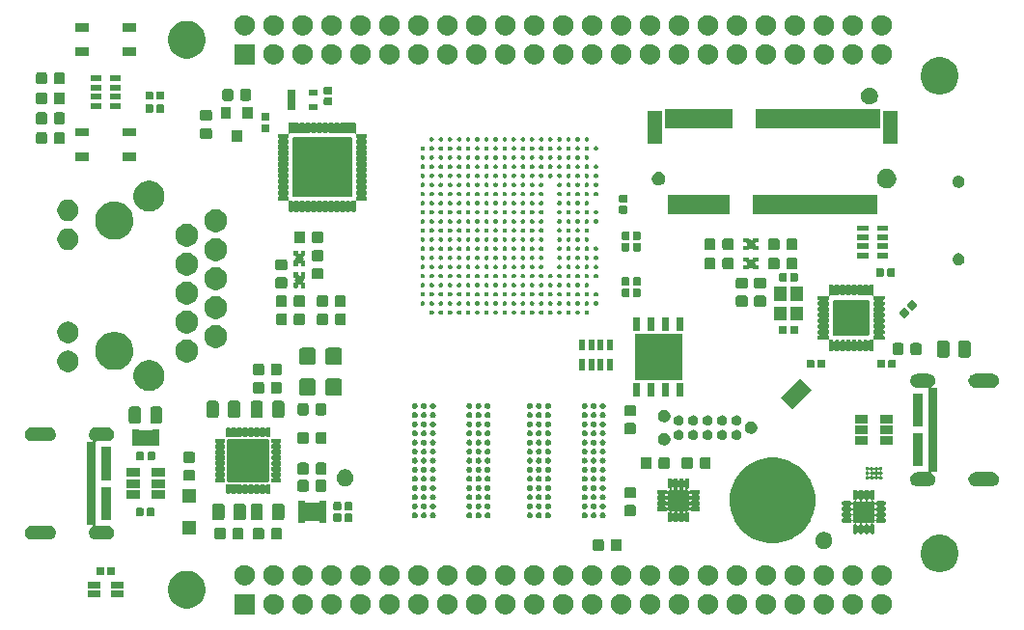
<source format=gts>
G04 #@! TF.GenerationSoftware,KiCad,Pcbnew,5.1.5+dfsg1-2build2*
G04 #@! TF.CreationDate,2020-05-01T00:48:46-07:00*
G04 #@! TF.ProjectId,logicbone,6c6f6769-6362-46f6-9e65-2e6b69636164,rev?*
G04 #@! TF.SameCoordinates,Original*
G04 #@! TF.FileFunction,Soldermask,Top*
G04 #@! TF.FilePolarity,Negative*
%FSLAX46Y46*%
G04 Gerber Fmt 4.6, Leading zero omitted, Abs format (unit mm)*
G04 Created by KiCad (PCBNEW 5.1.5+dfsg1-2build2) date 2020-05-01 00:48:46*
%MOMM*%
%LPD*%
G04 APERTURE LIST*
%ADD10C,0.100000*%
G04 APERTURE END LIST*
D10*
G36*
X175827812Y-97228624D02*
G01*
X175991784Y-97296544D01*
X175991786Y-97296545D01*
X176139354Y-97395147D01*
X176264853Y-97520646D01*
X176363456Y-97668216D01*
X176431376Y-97832188D01*
X176466000Y-98006259D01*
X176466000Y-98183741D01*
X176431376Y-98357812D01*
X176363456Y-98521784D01*
X176363455Y-98521786D01*
X176264853Y-98669354D01*
X176139354Y-98794853D01*
X175991786Y-98893455D01*
X175991785Y-98893456D01*
X175991784Y-98893456D01*
X175827812Y-98961376D01*
X175653741Y-98996000D01*
X175476259Y-98996000D01*
X175302188Y-98961376D01*
X175138216Y-98893456D01*
X175138215Y-98893456D01*
X175138214Y-98893455D01*
X174990646Y-98794853D01*
X174865147Y-98669354D01*
X174766545Y-98521786D01*
X174766544Y-98521784D01*
X174698624Y-98357812D01*
X174664000Y-98183741D01*
X174664000Y-98006259D01*
X174698624Y-97832188D01*
X174766544Y-97668216D01*
X174865147Y-97520646D01*
X174990646Y-97395147D01*
X175138214Y-97296545D01*
X175138216Y-97296544D01*
X175302188Y-97228624D01*
X175476259Y-97194000D01*
X175653741Y-97194000D01*
X175827812Y-97228624D01*
G37*
G36*
X147887812Y-97228624D02*
G01*
X148051784Y-97296544D01*
X148051786Y-97296545D01*
X148199354Y-97395147D01*
X148324853Y-97520646D01*
X148423456Y-97668216D01*
X148491376Y-97832188D01*
X148526000Y-98006259D01*
X148526000Y-98183741D01*
X148491376Y-98357812D01*
X148423456Y-98521784D01*
X148423455Y-98521786D01*
X148324853Y-98669354D01*
X148199354Y-98794853D01*
X148051786Y-98893455D01*
X148051785Y-98893456D01*
X148051784Y-98893456D01*
X147887812Y-98961376D01*
X147713741Y-98996000D01*
X147536259Y-98996000D01*
X147362188Y-98961376D01*
X147198216Y-98893456D01*
X147198215Y-98893456D01*
X147198214Y-98893455D01*
X147050646Y-98794853D01*
X146925147Y-98669354D01*
X146826545Y-98521786D01*
X146826544Y-98521784D01*
X146758624Y-98357812D01*
X146724000Y-98183741D01*
X146724000Y-98006259D01*
X146758624Y-97832188D01*
X146826544Y-97668216D01*
X146925147Y-97520646D01*
X147050646Y-97395147D01*
X147198214Y-97296545D01*
X147198216Y-97296544D01*
X147362188Y-97228624D01*
X147536259Y-97194000D01*
X147713741Y-97194000D01*
X147887812Y-97228624D01*
G37*
G36*
X120586000Y-98996000D02*
G01*
X118784000Y-98996000D01*
X118784000Y-97194000D01*
X120586000Y-97194000D01*
X120586000Y-98996000D01*
G37*
G36*
X122487812Y-97228624D02*
G01*
X122651784Y-97296544D01*
X122651786Y-97296545D01*
X122799354Y-97395147D01*
X122924853Y-97520646D01*
X123023456Y-97668216D01*
X123091376Y-97832188D01*
X123126000Y-98006259D01*
X123126000Y-98183741D01*
X123091376Y-98357812D01*
X123023456Y-98521784D01*
X123023455Y-98521786D01*
X122924853Y-98669354D01*
X122799354Y-98794853D01*
X122651786Y-98893455D01*
X122651785Y-98893456D01*
X122651784Y-98893456D01*
X122487812Y-98961376D01*
X122313741Y-98996000D01*
X122136259Y-98996000D01*
X121962188Y-98961376D01*
X121798216Y-98893456D01*
X121798215Y-98893456D01*
X121798214Y-98893455D01*
X121650646Y-98794853D01*
X121525147Y-98669354D01*
X121426545Y-98521786D01*
X121426544Y-98521784D01*
X121358624Y-98357812D01*
X121324000Y-98183741D01*
X121324000Y-98006259D01*
X121358624Y-97832188D01*
X121426544Y-97668216D01*
X121525147Y-97520646D01*
X121650646Y-97395147D01*
X121798214Y-97296545D01*
X121798216Y-97296544D01*
X121962188Y-97228624D01*
X122136259Y-97194000D01*
X122313741Y-97194000D01*
X122487812Y-97228624D01*
G37*
G36*
X125027812Y-97228624D02*
G01*
X125191784Y-97296544D01*
X125191786Y-97296545D01*
X125339354Y-97395147D01*
X125464853Y-97520646D01*
X125563456Y-97668216D01*
X125631376Y-97832188D01*
X125666000Y-98006259D01*
X125666000Y-98183741D01*
X125631376Y-98357812D01*
X125563456Y-98521784D01*
X125563455Y-98521786D01*
X125464853Y-98669354D01*
X125339354Y-98794853D01*
X125191786Y-98893455D01*
X125191785Y-98893456D01*
X125191784Y-98893456D01*
X125027812Y-98961376D01*
X124853741Y-98996000D01*
X124676259Y-98996000D01*
X124502188Y-98961376D01*
X124338216Y-98893456D01*
X124338215Y-98893456D01*
X124338214Y-98893455D01*
X124190646Y-98794853D01*
X124065147Y-98669354D01*
X123966545Y-98521786D01*
X123966544Y-98521784D01*
X123898624Y-98357812D01*
X123864000Y-98183741D01*
X123864000Y-98006259D01*
X123898624Y-97832188D01*
X123966544Y-97668216D01*
X124065147Y-97520646D01*
X124190646Y-97395147D01*
X124338214Y-97296545D01*
X124338216Y-97296544D01*
X124502188Y-97228624D01*
X124676259Y-97194000D01*
X124853741Y-97194000D01*
X125027812Y-97228624D01*
G37*
G36*
X127567812Y-97228624D02*
G01*
X127731784Y-97296544D01*
X127731786Y-97296545D01*
X127879354Y-97395147D01*
X128004853Y-97520646D01*
X128103456Y-97668216D01*
X128171376Y-97832188D01*
X128206000Y-98006259D01*
X128206000Y-98183741D01*
X128171376Y-98357812D01*
X128103456Y-98521784D01*
X128103455Y-98521786D01*
X128004853Y-98669354D01*
X127879354Y-98794853D01*
X127731786Y-98893455D01*
X127731785Y-98893456D01*
X127731784Y-98893456D01*
X127567812Y-98961376D01*
X127393741Y-98996000D01*
X127216259Y-98996000D01*
X127042188Y-98961376D01*
X126878216Y-98893456D01*
X126878215Y-98893456D01*
X126878214Y-98893455D01*
X126730646Y-98794853D01*
X126605147Y-98669354D01*
X126506545Y-98521786D01*
X126506544Y-98521784D01*
X126438624Y-98357812D01*
X126404000Y-98183741D01*
X126404000Y-98006259D01*
X126438624Y-97832188D01*
X126506544Y-97668216D01*
X126605147Y-97520646D01*
X126730646Y-97395147D01*
X126878214Y-97296545D01*
X126878216Y-97296544D01*
X127042188Y-97228624D01*
X127216259Y-97194000D01*
X127393741Y-97194000D01*
X127567812Y-97228624D01*
G37*
G36*
X130107812Y-97228624D02*
G01*
X130271784Y-97296544D01*
X130271786Y-97296545D01*
X130419354Y-97395147D01*
X130544853Y-97520646D01*
X130643456Y-97668216D01*
X130711376Y-97832188D01*
X130746000Y-98006259D01*
X130746000Y-98183741D01*
X130711376Y-98357812D01*
X130643456Y-98521784D01*
X130643455Y-98521786D01*
X130544853Y-98669354D01*
X130419354Y-98794853D01*
X130271786Y-98893455D01*
X130271785Y-98893456D01*
X130271784Y-98893456D01*
X130107812Y-98961376D01*
X129933741Y-98996000D01*
X129756259Y-98996000D01*
X129582188Y-98961376D01*
X129418216Y-98893456D01*
X129418215Y-98893456D01*
X129418214Y-98893455D01*
X129270646Y-98794853D01*
X129145147Y-98669354D01*
X129046545Y-98521786D01*
X129046544Y-98521784D01*
X128978624Y-98357812D01*
X128944000Y-98183741D01*
X128944000Y-98006259D01*
X128978624Y-97832188D01*
X129046544Y-97668216D01*
X129145147Y-97520646D01*
X129270646Y-97395147D01*
X129418214Y-97296545D01*
X129418216Y-97296544D01*
X129582188Y-97228624D01*
X129756259Y-97194000D01*
X129933741Y-97194000D01*
X130107812Y-97228624D01*
G37*
G36*
X132647812Y-97228624D02*
G01*
X132811784Y-97296544D01*
X132811786Y-97296545D01*
X132959354Y-97395147D01*
X133084853Y-97520646D01*
X133183456Y-97668216D01*
X133251376Y-97832188D01*
X133286000Y-98006259D01*
X133286000Y-98183741D01*
X133251376Y-98357812D01*
X133183456Y-98521784D01*
X133183455Y-98521786D01*
X133084853Y-98669354D01*
X132959354Y-98794853D01*
X132811786Y-98893455D01*
X132811785Y-98893456D01*
X132811784Y-98893456D01*
X132647812Y-98961376D01*
X132473741Y-98996000D01*
X132296259Y-98996000D01*
X132122188Y-98961376D01*
X131958216Y-98893456D01*
X131958215Y-98893456D01*
X131958214Y-98893455D01*
X131810646Y-98794853D01*
X131685147Y-98669354D01*
X131586545Y-98521786D01*
X131586544Y-98521784D01*
X131518624Y-98357812D01*
X131484000Y-98183741D01*
X131484000Y-98006259D01*
X131518624Y-97832188D01*
X131586544Y-97668216D01*
X131685147Y-97520646D01*
X131810646Y-97395147D01*
X131958214Y-97296545D01*
X131958216Y-97296544D01*
X132122188Y-97228624D01*
X132296259Y-97194000D01*
X132473741Y-97194000D01*
X132647812Y-97228624D01*
G37*
G36*
X135187812Y-97228624D02*
G01*
X135351784Y-97296544D01*
X135351786Y-97296545D01*
X135499354Y-97395147D01*
X135624853Y-97520646D01*
X135723456Y-97668216D01*
X135791376Y-97832188D01*
X135826000Y-98006259D01*
X135826000Y-98183741D01*
X135791376Y-98357812D01*
X135723456Y-98521784D01*
X135723455Y-98521786D01*
X135624853Y-98669354D01*
X135499354Y-98794853D01*
X135351786Y-98893455D01*
X135351785Y-98893456D01*
X135351784Y-98893456D01*
X135187812Y-98961376D01*
X135013741Y-98996000D01*
X134836259Y-98996000D01*
X134662188Y-98961376D01*
X134498216Y-98893456D01*
X134498215Y-98893456D01*
X134498214Y-98893455D01*
X134350646Y-98794853D01*
X134225147Y-98669354D01*
X134126545Y-98521786D01*
X134126544Y-98521784D01*
X134058624Y-98357812D01*
X134024000Y-98183741D01*
X134024000Y-98006259D01*
X134058624Y-97832188D01*
X134126544Y-97668216D01*
X134225147Y-97520646D01*
X134350646Y-97395147D01*
X134498214Y-97296545D01*
X134498216Y-97296544D01*
X134662188Y-97228624D01*
X134836259Y-97194000D01*
X135013741Y-97194000D01*
X135187812Y-97228624D01*
G37*
G36*
X137727812Y-97228624D02*
G01*
X137891784Y-97296544D01*
X137891786Y-97296545D01*
X138039354Y-97395147D01*
X138164853Y-97520646D01*
X138263456Y-97668216D01*
X138331376Y-97832188D01*
X138366000Y-98006259D01*
X138366000Y-98183741D01*
X138331376Y-98357812D01*
X138263456Y-98521784D01*
X138263455Y-98521786D01*
X138164853Y-98669354D01*
X138039354Y-98794853D01*
X137891786Y-98893455D01*
X137891785Y-98893456D01*
X137891784Y-98893456D01*
X137727812Y-98961376D01*
X137553741Y-98996000D01*
X137376259Y-98996000D01*
X137202188Y-98961376D01*
X137038216Y-98893456D01*
X137038215Y-98893456D01*
X137038214Y-98893455D01*
X136890646Y-98794853D01*
X136765147Y-98669354D01*
X136666545Y-98521786D01*
X136666544Y-98521784D01*
X136598624Y-98357812D01*
X136564000Y-98183741D01*
X136564000Y-98006259D01*
X136598624Y-97832188D01*
X136666544Y-97668216D01*
X136765147Y-97520646D01*
X136890646Y-97395147D01*
X137038214Y-97296545D01*
X137038216Y-97296544D01*
X137202188Y-97228624D01*
X137376259Y-97194000D01*
X137553741Y-97194000D01*
X137727812Y-97228624D01*
G37*
G36*
X140267812Y-97228624D02*
G01*
X140431784Y-97296544D01*
X140431786Y-97296545D01*
X140579354Y-97395147D01*
X140704853Y-97520646D01*
X140803456Y-97668216D01*
X140871376Y-97832188D01*
X140906000Y-98006259D01*
X140906000Y-98183741D01*
X140871376Y-98357812D01*
X140803456Y-98521784D01*
X140803455Y-98521786D01*
X140704853Y-98669354D01*
X140579354Y-98794853D01*
X140431786Y-98893455D01*
X140431785Y-98893456D01*
X140431784Y-98893456D01*
X140267812Y-98961376D01*
X140093741Y-98996000D01*
X139916259Y-98996000D01*
X139742188Y-98961376D01*
X139578216Y-98893456D01*
X139578215Y-98893456D01*
X139578214Y-98893455D01*
X139430646Y-98794853D01*
X139305147Y-98669354D01*
X139206545Y-98521786D01*
X139206544Y-98521784D01*
X139138624Y-98357812D01*
X139104000Y-98183741D01*
X139104000Y-98006259D01*
X139138624Y-97832188D01*
X139206544Y-97668216D01*
X139305147Y-97520646D01*
X139430646Y-97395147D01*
X139578214Y-97296545D01*
X139578216Y-97296544D01*
X139742188Y-97228624D01*
X139916259Y-97194000D01*
X140093741Y-97194000D01*
X140267812Y-97228624D01*
G37*
G36*
X142807812Y-97228624D02*
G01*
X142971784Y-97296544D01*
X142971786Y-97296545D01*
X143119354Y-97395147D01*
X143244853Y-97520646D01*
X143343456Y-97668216D01*
X143411376Y-97832188D01*
X143446000Y-98006259D01*
X143446000Y-98183741D01*
X143411376Y-98357812D01*
X143343456Y-98521784D01*
X143343455Y-98521786D01*
X143244853Y-98669354D01*
X143119354Y-98794853D01*
X142971786Y-98893455D01*
X142971785Y-98893456D01*
X142971784Y-98893456D01*
X142807812Y-98961376D01*
X142633741Y-98996000D01*
X142456259Y-98996000D01*
X142282188Y-98961376D01*
X142118216Y-98893456D01*
X142118215Y-98893456D01*
X142118214Y-98893455D01*
X141970646Y-98794853D01*
X141845147Y-98669354D01*
X141746545Y-98521786D01*
X141746544Y-98521784D01*
X141678624Y-98357812D01*
X141644000Y-98183741D01*
X141644000Y-98006259D01*
X141678624Y-97832188D01*
X141746544Y-97668216D01*
X141845147Y-97520646D01*
X141970646Y-97395147D01*
X142118214Y-97296545D01*
X142118216Y-97296544D01*
X142282188Y-97228624D01*
X142456259Y-97194000D01*
X142633741Y-97194000D01*
X142807812Y-97228624D01*
G37*
G36*
X150427812Y-97228624D02*
G01*
X150591784Y-97296544D01*
X150591786Y-97296545D01*
X150739354Y-97395147D01*
X150864853Y-97520646D01*
X150963456Y-97668216D01*
X151031376Y-97832188D01*
X151066000Y-98006259D01*
X151066000Y-98183741D01*
X151031376Y-98357812D01*
X150963456Y-98521784D01*
X150963455Y-98521786D01*
X150864853Y-98669354D01*
X150739354Y-98794853D01*
X150591786Y-98893455D01*
X150591785Y-98893456D01*
X150591784Y-98893456D01*
X150427812Y-98961376D01*
X150253741Y-98996000D01*
X150076259Y-98996000D01*
X149902188Y-98961376D01*
X149738216Y-98893456D01*
X149738215Y-98893456D01*
X149738214Y-98893455D01*
X149590646Y-98794853D01*
X149465147Y-98669354D01*
X149366545Y-98521786D01*
X149366544Y-98521784D01*
X149298624Y-98357812D01*
X149264000Y-98183741D01*
X149264000Y-98006259D01*
X149298624Y-97832188D01*
X149366544Y-97668216D01*
X149465147Y-97520646D01*
X149590646Y-97395147D01*
X149738214Y-97296545D01*
X149738216Y-97296544D01*
X149902188Y-97228624D01*
X150076259Y-97194000D01*
X150253741Y-97194000D01*
X150427812Y-97228624D01*
G37*
G36*
X152967812Y-97228624D02*
G01*
X153131784Y-97296544D01*
X153131786Y-97296545D01*
X153279354Y-97395147D01*
X153404853Y-97520646D01*
X153503456Y-97668216D01*
X153571376Y-97832188D01*
X153606000Y-98006259D01*
X153606000Y-98183741D01*
X153571376Y-98357812D01*
X153503456Y-98521784D01*
X153503455Y-98521786D01*
X153404853Y-98669354D01*
X153279354Y-98794853D01*
X153131786Y-98893455D01*
X153131785Y-98893456D01*
X153131784Y-98893456D01*
X152967812Y-98961376D01*
X152793741Y-98996000D01*
X152616259Y-98996000D01*
X152442188Y-98961376D01*
X152278216Y-98893456D01*
X152278215Y-98893456D01*
X152278214Y-98893455D01*
X152130646Y-98794853D01*
X152005147Y-98669354D01*
X151906545Y-98521786D01*
X151906544Y-98521784D01*
X151838624Y-98357812D01*
X151804000Y-98183741D01*
X151804000Y-98006259D01*
X151838624Y-97832188D01*
X151906544Y-97668216D01*
X152005147Y-97520646D01*
X152130646Y-97395147D01*
X152278214Y-97296545D01*
X152278216Y-97296544D01*
X152442188Y-97228624D01*
X152616259Y-97194000D01*
X152793741Y-97194000D01*
X152967812Y-97228624D01*
G37*
G36*
X155507812Y-97228624D02*
G01*
X155671784Y-97296544D01*
X155671786Y-97296545D01*
X155819354Y-97395147D01*
X155944853Y-97520646D01*
X156043456Y-97668216D01*
X156111376Y-97832188D01*
X156146000Y-98006259D01*
X156146000Y-98183741D01*
X156111376Y-98357812D01*
X156043456Y-98521784D01*
X156043455Y-98521786D01*
X155944853Y-98669354D01*
X155819354Y-98794853D01*
X155671786Y-98893455D01*
X155671785Y-98893456D01*
X155671784Y-98893456D01*
X155507812Y-98961376D01*
X155333741Y-98996000D01*
X155156259Y-98996000D01*
X154982188Y-98961376D01*
X154818216Y-98893456D01*
X154818215Y-98893456D01*
X154818214Y-98893455D01*
X154670646Y-98794853D01*
X154545147Y-98669354D01*
X154446545Y-98521786D01*
X154446544Y-98521784D01*
X154378624Y-98357812D01*
X154344000Y-98183741D01*
X154344000Y-98006259D01*
X154378624Y-97832188D01*
X154446544Y-97668216D01*
X154545147Y-97520646D01*
X154670646Y-97395147D01*
X154818214Y-97296545D01*
X154818216Y-97296544D01*
X154982188Y-97228624D01*
X155156259Y-97194000D01*
X155333741Y-97194000D01*
X155507812Y-97228624D01*
G37*
G36*
X158047812Y-97228624D02*
G01*
X158211784Y-97296544D01*
X158211786Y-97296545D01*
X158359354Y-97395147D01*
X158484853Y-97520646D01*
X158583456Y-97668216D01*
X158651376Y-97832188D01*
X158686000Y-98006259D01*
X158686000Y-98183741D01*
X158651376Y-98357812D01*
X158583456Y-98521784D01*
X158583455Y-98521786D01*
X158484853Y-98669354D01*
X158359354Y-98794853D01*
X158211786Y-98893455D01*
X158211785Y-98893456D01*
X158211784Y-98893456D01*
X158047812Y-98961376D01*
X157873741Y-98996000D01*
X157696259Y-98996000D01*
X157522188Y-98961376D01*
X157358216Y-98893456D01*
X157358215Y-98893456D01*
X157358214Y-98893455D01*
X157210646Y-98794853D01*
X157085147Y-98669354D01*
X156986545Y-98521786D01*
X156986544Y-98521784D01*
X156918624Y-98357812D01*
X156884000Y-98183741D01*
X156884000Y-98006259D01*
X156918624Y-97832188D01*
X156986544Y-97668216D01*
X157085147Y-97520646D01*
X157210646Y-97395147D01*
X157358214Y-97296545D01*
X157358216Y-97296544D01*
X157522188Y-97228624D01*
X157696259Y-97194000D01*
X157873741Y-97194000D01*
X158047812Y-97228624D01*
G37*
G36*
X160587812Y-97228624D02*
G01*
X160751784Y-97296544D01*
X160751786Y-97296545D01*
X160899354Y-97395147D01*
X161024853Y-97520646D01*
X161123456Y-97668216D01*
X161191376Y-97832188D01*
X161226000Y-98006259D01*
X161226000Y-98183741D01*
X161191376Y-98357812D01*
X161123456Y-98521784D01*
X161123455Y-98521786D01*
X161024853Y-98669354D01*
X160899354Y-98794853D01*
X160751786Y-98893455D01*
X160751785Y-98893456D01*
X160751784Y-98893456D01*
X160587812Y-98961376D01*
X160413741Y-98996000D01*
X160236259Y-98996000D01*
X160062188Y-98961376D01*
X159898216Y-98893456D01*
X159898215Y-98893456D01*
X159898214Y-98893455D01*
X159750646Y-98794853D01*
X159625147Y-98669354D01*
X159526545Y-98521786D01*
X159526544Y-98521784D01*
X159458624Y-98357812D01*
X159424000Y-98183741D01*
X159424000Y-98006259D01*
X159458624Y-97832188D01*
X159526544Y-97668216D01*
X159625147Y-97520646D01*
X159750646Y-97395147D01*
X159898214Y-97296545D01*
X159898216Y-97296544D01*
X160062188Y-97228624D01*
X160236259Y-97194000D01*
X160413741Y-97194000D01*
X160587812Y-97228624D01*
G37*
G36*
X163127812Y-97228624D02*
G01*
X163291784Y-97296544D01*
X163291786Y-97296545D01*
X163439354Y-97395147D01*
X163564853Y-97520646D01*
X163663456Y-97668216D01*
X163731376Y-97832188D01*
X163766000Y-98006259D01*
X163766000Y-98183741D01*
X163731376Y-98357812D01*
X163663456Y-98521784D01*
X163663455Y-98521786D01*
X163564853Y-98669354D01*
X163439354Y-98794853D01*
X163291786Y-98893455D01*
X163291785Y-98893456D01*
X163291784Y-98893456D01*
X163127812Y-98961376D01*
X162953741Y-98996000D01*
X162776259Y-98996000D01*
X162602188Y-98961376D01*
X162438216Y-98893456D01*
X162438215Y-98893456D01*
X162438214Y-98893455D01*
X162290646Y-98794853D01*
X162165147Y-98669354D01*
X162066545Y-98521786D01*
X162066544Y-98521784D01*
X161998624Y-98357812D01*
X161964000Y-98183741D01*
X161964000Y-98006259D01*
X161998624Y-97832188D01*
X162066544Y-97668216D01*
X162165147Y-97520646D01*
X162290646Y-97395147D01*
X162438214Y-97296545D01*
X162438216Y-97296544D01*
X162602188Y-97228624D01*
X162776259Y-97194000D01*
X162953741Y-97194000D01*
X163127812Y-97228624D01*
G37*
G36*
X165667812Y-97228624D02*
G01*
X165831784Y-97296544D01*
X165831786Y-97296545D01*
X165979354Y-97395147D01*
X166104853Y-97520646D01*
X166203456Y-97668216D01*
X166271376Y-97832188D01*
X166306000Y-98006259D01*
X166306000Y-98183741D01*
X166271376Y-98357812D01*
X166203456Y-98521784D01*
X166203455Y-98521786D01*
X166104853Y-98669354D01*
X165979354Y-98794853D01*
X165831786Y-98893455D01*
X165831785Y-98893456D01*
X165831784Y-98893456D01*
X165667812Y-98961376D01*
X165493741Y-98996000D01*
X165316259Y-98996000D01*
X165142188Y-98961376D01*
X164978216Y-98893456D01*
X164978215Y-98893456D01*
X164978214Y-98893455D01*
X164830646Y-98794853D01*
X164705147Y-98669354D01*
X164606545Y-98521786D01*
X164606544Y-98521784D01*
X164538624Y-98357812D01*
X164504000Y-98183741D01*
X164504000Y-98006259D01*
X164538624Y-97832188D01*
X164606544Y-97668216D01*
X164705147Y-97520646D01*
X164830646Y-97395147D01*
X164978214Y-97296545D01*
X164978216Y-97296544D01*
X165142188Y-97228624D01*
X165316259Y-97194000D01*
X165493741Y-97194000D01*
X165667812Y-97228624D01*
G37*
G36*
X168207812Y-97228624D02*
G01*
X168371784Y-97296544D01*
X168371786Y-97296545D01*
X168519354Y-97395147D01*
X168644853Y-97520646D01*
X168743456Y-97668216D01*
X168811376Y-97832188D01*
X168846000Y-98006259D01*
X168846000Y-98183741D01*
X168811376Y-98357812D01*
X168743456Y-98521784D01*
X168743455Y-98521786D01*
X168644853Y-98669354D01*
X168519354Y-98794853D01*
X168371786Y-98893455D01*
X168371785Y-98893456D01*
X168371784Y-98893456D01*
X168207812Y-98961376D01*
X168033741Y-98996000D01*
X167856259Y-98996000D01*
X167682188Y-98961376D01*
X167518216Y-98893456D01*
X167518215Y-98893456D01*
X167518214Y-98893455D01*
X167370646Y-98794853D01*
X167245147Y-98669354D01*
X167146545Y-98521786D01*
X167146544Y-98521784D01*
X167078624Y-98357812D01*
X167044000Y-98183741D01*
X167044000Y-98006259D01*
X167078624Y-97832188D01*
X167146544Y-97668216D01*
X167245147Y-97520646D01*
X167370646Y-97395147D01*
X167518214Y-97296545D01*
X167518216Y-97296544D01*
X167682188Y-97228624D01*
X167856259Y-97194000D01*
X168033741Y-97194000D01*
X168207812Y-97228624D01*
G37*
G36*
X170747812Y-97228624D02*
G01*
X170911784Y-97296544D01*
X170911786Y-97296545D01*
X171059354Y-97395147D01*
X171184853Y-97520646D01*
X171283456Y-97668216D01*
X171351376Y-97832188D01*
X171386000Y-98006259D01*
X171386000Y-98183741D01*
X171351376Y-98357812D01*
X171283456Y-98521784D01*
X171283455Y-98521786D01*
X171184853Y-98669354D01*
X171059354Y-98794853D01*
X170911786Y-98893455D01*
X170911785Y-98893456D01*
X170911784Y-98893456D01*
X170747812Y-98961376D01*
X170573741Y-98996000D01*
X170396259Y-98996000D01*
X170222188Y-98961376D01*
X170058216Y-98893456D01*
X170058215Y-98893456D01*
X170058214Y-98893455D01*
X169910646Y-98794853D01*
X169785147Y-98669354D01*
X169686545Y-98521786D01*
X169686544Y-98521784D01*
X169618624Y-98357812D01*
X169584000Y-98183741D01*
X169584000Y-98006259D01*
X169618624Y-97832188D01*
X169686544Y-97668216D01*
X169785147Y-97520646D01*
X169910646Y-97395147D01*
X170058214Y-97296545D01*
X170058216Y-97296544D01*
X170222188Y-97228624D01*
X170396259Y-97194000D01*
X170573741Y-97194000D01*
X170747812Y-97228624D01*
G37*
G36*
X173287812Y-97228624D02*
G01*
X173451784Y-97296544D01*
X173451786Y-97296545D01*
X173599354Y-97395147D01*
X173724853Y-97520646D01*
X173823456Y-97668216D01*
X173891376Y-97832188D01*
X173926000Y-98006259D01*
X173926000Y-98183741D01*
X173891376Y-98357812D01*
X173823456Y-98521784D01*
X173823455Y-98521786D01*
X173724853Y-98669354D01*
X173599354Y-98794853D01*
X173451786Y-98893455D01*
X173451785Y-98893456D01*
X173451784Y-98893456D01*
X173287812Y-98961376D01*
X173113741Y-98996000D01*
X172936259Y-98996000D01*
X172762188Y-98961376D01*
X172598216Y-98893456D01*
X172598215Y-98893456D01*
X172598214Y-98893455D01*
X172450646Y-98794853D01*
X172325147Y-98669354D01*
X172226545Y-98521786D01*
X172226544Y-98521784D01*
X172158624Y-98357812D01*
X172124000Y-98183741D01*
X172124000Y-98006259D01*
X172158624Y-97832188D01*
X172226544Y-97668216D01*
X172325147Y-97520646D01*
X172450646Y-97395147D01*
X172598214Y-97296545D01*
X172598216Y-97296544D01*
X172762188Y-97228624D01*
X172936259Y-97194000D01*
X173113741Y-97194000D01*
X173287812Y-97228624D01*
G37*
G36*
X145347812Y-97228624D02*
G01*
X145511784Y-97296544D01*
X145511786Y-97296545D01*
X145659354Y-97395147D01*
X145784853Y-97520646D01*
X145883456Y-97668216D01*
X145951376Y-97832188D01*
X145986000Y-98006259D01*
X145986000Y-98183741D01*
X145951376Y-98357812D01*
X145883456Y-98521784D01*
X145883455Y-98521786D01*
X145784853Y-98669354D01*
X145659354Y-98794853D01*
X145511786Y-98893455D01*
X145511785Y-98893456D01*
X145511784Y-98893456D01*
X145347812Y-98961376D01*
X145173741Y-98996000D01*
X144996259Y-98996000D01*
X144822188Y-98961376D01*
X144658216Y-98893456D01*
X144658215Y-98893456D01*
X144658214Y-98893455D01*
X144510646Y-98794853D01*
X144385147Y-98669354D01*
X144286545Y-98521786D01*
X144286544Y-98521784D01*
X144218624Y-98357812D01*
X144184000Y-98183741D01*
X144184000Y-98006259D01*
X144218624Y-97832188D01*
X144286544Y-97668216D01*
X144385147Y-97520646D01*
X144510646Y-97395147D01*
X144658214Y-97296545D01*
X144658216Y-97296544D01*
X144822188Y-97228624D01*
X144996259Y-97194000D01*
X145173741Y-97194000D01*
X145347812Y-97228624D01*
G37*
G36*
X115086579Y-95237447D02*
G01*
X115387042Y-95361903D01*
X115387044Y-95361904D01*
X115657451Y-95542584D01*
X115887416Y-95772549D01*
X116068096Y-96042956D01*
X116068097Y-96042958D01*
X116192553Y-96343421D01*
X116256000Y-96662391D01*
X116256000Y-96987609D01*
X116192553Y-97306579D01*
X116068097Y-97607042D01*
X116068096Y-97607044D01*
X115887416Y-97877451D01*
X115657451Y-98107416D01*
X115387044Y-98288096D01*
X115387043Y-98288097D01*
X115387042Y-98288097D01*
X115086579Y-98412553D01*
X114767609Y-98476000D01*
X114442391Y-98476000D01*
X114123421Y-98412553D01*
X113822958Y-98288097D01*
X113822957Y-98288097D01*
X113822956Y-98288096D01*
X113552549Y-98107416D01*
X113322584Y-97877451D01*
X113141904Y-97607044D01*
X113141903Y-97607042D01*
X113017447Y-97306579D01*
X112954000Y-96987609D01*
X112954000Y-96662391D01*
X113017447Y-96343421D01*
X113141903Y-96042958D01*
X113141904Y-96042956D01*
X113322584Y-95772549D01*
X113552549Y-95542584D01*
X113822956Y-95361904D01*
X113822958Y-95361903D01*
X114123421Y-95237447D01*
X114442391Y-95174000D01*
X114767609Y-95174000D01*
X115086579Y-95237447D01*
G37*
G36*
X109101000Y-97526000D02*
G01*
X107999000Y-97526000D01*
X107999000Y-96924000D01*
X109101000Y-96924000D01*
X109101000Y-97526000D01*
G37*
G36*
X107001000Y-97526000D02*
G01*
X105899000Y-97526000D01*
X105899000Y-96924000D01*
X107001000Y-96924000D01*
X107001000Y-97526000D01*
G37*
G36*
X109101000Y-96726000D02*
G01*
X107999000Y-96726000D01*
X107999000Y-96124000D01*
X109101000Y-96124000D01*
X109101000Y-96726000D01*
G37*
G36*
X107001000Y-96726000D02*
G01*
X105899000Y-96726000D01*
X105899000Y-96124000D01*
X107001000Y-96124000D01*
X107001000Y-96726000D01*
G37*
G36*
X119947812Y-94688624D02*
G01*
X120111784Y-94756544D01*
X120111786Y-94756545D01*
X120220222Y-94829000D01*
X120259354Y-94855147D01*
X120384853Y-94980646D01*
X120483456Y-95128216D01*
X120551376Y-95292188D01*
X120586000Y-95466259D01*
X120586000Y-95643741D01*
X120551376Y-95817812D01*
X120483456Y-95981784D01*
X120483455Y-95981786D01*
X120384853Y-96129354D01*
X120259354Y-96254853D01*
X120111786Y-96353455D01*
X120111785Y-96353456D01*
X120111784Y-96353456D01*
X119947812Y-96421376D01*
X119773741Y-96456000D01*
X119596259Y-96456000D01*
X119422188Y-96421376D01*
X119258216Y-96353456D01*
X119258215Y-96353456D01*
X119258214Y-96353455D01*
X119110646Y-96254853D01*
X118985147Y-96129354D01*
X118886545Y-95981786D01*
X118886544Y-95981784D01*
X118818624Y-95817812D01*
X118784000Y-95643741D01*
X118784000Y-95466259D01*
X118818624Y-95292188D01*
X118886544Y-95128216D01*
X118985147Y-94980646D01*
X119110646Y-94855147D01*
X119149778Y-94829000D01*
X119258214Y-94756545D01*
X119258216Y-94756544D01*
X119422188Y-94688624D01*
X119596259Y-94654000D01*
X119773741Y-94654000D01*
X119947812Y-94688624D01*
G37*
G36*
X122487812Y-94688624D02*
G01*
X122651784Y-94756544D01*
X122651786Y-94756545D01*
X122760222Y-94829000D01*
X122799354Y-94855147D01*
X122924853Y-94980646D01*
X123023456Y-95128216D01*
X123091376Y-95292188D01*
X123126000Y-95466259D01*
X123126000Y-95643741D01*
X123091376Y-95817812D01*
X123023456Y-95981784D01*
X123023455Y-95981786D01*
X122924853Y-96129354D01*
X122799354Y-96254853D01*
X122651786Y-96353455D01*
X122651785Y-96353456D01*
X122651784Y-96353456D01*
X122487812Y-96421376D01*
X122313741Y-96456000D01*
X122136259Y-96456000D01*
X121962188Y-96421376D01*
X121798216Y-96353456D01*
X121798215Y-96353456D01*
X121798214Y-96353455D01*
X121650646Y-96254853D01*
X121525147Y-96129354D01*
X121426545Y-95981786D01*
X121426544Y-95981784D01*
X121358624Y-95817812D01*
X121324000Y-95643741D01*
X121324000Y-95466259D01*
X121358624Y-95292188D01*
X121426544Y-95128216D01*
X121525147Y-94980646D01*
X121650646Y-94855147D01*
X121689778Y-94829000D01*
X121798214Y-94756545D01*
X121798216Y-94756544D01*
X121962188Y-94688624D01*
X122136259Y-94654000D01*
X122313741Y-94654000D01*
X122487812Y-94688624D01*
G37*
G36*
X125027812Y-94688624D02*
G01*
X125191784Y-94756544D01*
X125191786Y-94756545D01*
X125300222Y-94829000D01*
X125339354Y-94855147D01*
X125464853Y-94980646D01*
X125563456Y-95128216D01*
X125631376Y-95292188D01*
X125666000Y-95466259D01*
X125666000Y-95643741D01*
X125631376Y-95817812D01*
X125563456Y-95981784D01*
X125563455Y-95981786D01*
X125464853Y-96129354D01*
X125339354Y-96254853D01*
X125191786Y-96353455D01*
X125191785Y-96353456D01*
X125191784Y-96353456D01*
X125027812Y-96421376D01*
X124853741Y-96456000D01*
X124676259Y-96456000D01*
X124502188Y-96421376D01*
X124338216Y-96353456D01*
X124338215Y-96353456D01*
X124338214Y-96353455D01*
X124190646Y-96254853D01*
X124065147Y-96129354D01*
X123966545Y-95981786D01*
X123966544Y-95981784D01*
X123898624Y-95817812D01*
X123864000Y-95643741D01*
X123864000Y-95466259D01*
X123898624Y-95292188D01*
X123966544Y-95128216D01*
X124065147Y-94980646D01*
X124190646Y-94855147D01*
X124229778Y-94829000D01*
X124338214Y-94756545D01*
X124338216Y-94756544D01*
X124502188Y-94688624D01*
X124676259Y-94654000D01*
X124853741Y-94654000D01*
X125027812Y-94688624D01*
G37*
G36*
X175827812Y-94688624D02*
G01*
X175991784Y-94756544D01*
X175991786Y-94756545D01*
X176100222Y-94829000D01*
X176139354Y-94855147D01*
X176264853Y-94980646D01*
X176363456Y-95128216D01*
X176431376Y-95292188D01*
X176466000Y-95466259D01*
X176466000Y-95643741D01*
X176431376Y-95817812D01*
X176363456Y-95981784D01*
X176363455Y-95981786D01*
X176264853Y-96129354D01*
X176139354Y-96254853D01*
X175991786Y-96353455D01*
X175991785Y-96353456D01*
X175991784Y-96353456D01*
X175827812Y-96421376D01*
X175653741Y-96456000D01*
X175476259Y-96456000D01*
X175302188Y-96421376D01*
X175138216Y-96353456D01*
X175138215Y-96353456D01*
X175138214Y-96353455D01*
X174990646Y-96254853D01*
X174865147Y-96129354D01*
X174766545Y-95981786D01*
X174766544Y-95981784D01*
X174698624Y-95817812D01*
X174664000Y-95643741D01*
X174664000Y-95466259D01*
X174698624Y-95292188D01*
X174766544Y-95128216D01*
X174865147Y-94980646D01*
X174990646Y-94855147D01*
X175029778Y-94829000D01*
X175138214Y-94756545D01*
X175138216Y-94756544D01*
X175302188Y-94688624D01*
X175476259Y-94654000D01*
X175653741Y-94654000D01*
X175827812Y-94688624D01*
G37*
G36*
X127567812Y-94688624D02*
G01*
X127731784Y-94756544D01*
X127731786Y-94756545D01*
X127840222Y-94829000D01*
X127879354Y-94855147D01*
X128004853Y-94980646D01*
X128103456Y-95128216D01*
X128171376Y-95292188D01*
X128206000Y-95466259D01*
X128206000Y-95643741D01*
X128171376Y-95817812D01*
X128103456Y-95981784D01*
X128103455Y-95981786D01*
X128004853Y-96129354D01*
X127879354Y-96254853D01*
X127731786Y-96353455D01*
X127731785Y-96353456D01*
X127731784Y-96353456D01*
X127567812Y-96421376D01*
X127393741Y-96456000D01*
X127216259Y-96456000D01*
X127042188Y-96421376D01*
X126878216Y-96353456D01*
X126878215Y-96353456D01*
X126878214Y-96353455D01*
X126730646Y-96254853D01*
X126605147Y-96129354D01*
X126506545Y-95981786D01*
X126506544Y-95981784D01*
X126438624Y-95817812D01*
X126404000Y-95643741D01*
X126404000Y-95466259D01*
X126438624Y-95292188D01*
X126506544Y-95128216D01*
X126605147Y-94980646D01*
X126730646Y-94855147D01*
X126769778Y-94829000D01*
X126878214Y-94756545D01*
X126878216Y-94756544D01*
X127042188Y-94688624D01*
X127216259Y-94654000D01*
X127393741Y-94654000D01*
X127567812Y-94688624D01*
G37*
G36*
X173287812Y-94688624D02*
G01*
X173451784Y-94756544D01*
X173451786Y-94756545D01*
X173560222Y-94829000D01*
X173599354Y-94855147D01*
X173724853Y-94980646D01*
X173823456Y-95128216D01*
X173891376Y-95292188D01*
X173926000Y-95466259D01*
X173926000Y-95643741D01*
X173891376Y-95817812D01*
X173823456Y-95981784D01*
X173823455Y-95981786D01*
X173724853Y-96129354D01*
X173599354Y-96254853D01*
X173451786Y-96353455D01*
X173451785Y-96353456D01*
X173451784Y-96353456D01*
X173287812Y-96421376D01*
X173113741Y-96456000D01*
X172936259Y-96456000D01*
X172762188Y-96421376D01*
X172598216Y-96353456D01*
X172598215Y-96353456D01*
X172598214Y-96353455D01*
X172450646Y-96254853D01*
X172325147Y-96129354D01*
X172226545Y-95981786D01*
X172226544Y-95981784D01*
X172158624Y-95817812D01*
X172124000Y-95643741D01*
X172124000Y-95466259D01*
X172158624Y-95292188D01*
X172226544Y-95128216D01*
X172325147Y-94980646D01*
X172450646Y-94855147D01*
X172489778Y-94829000D01*
X172598214Y-94756545D01*
X172598216Y-94756544D01*
X172762188Y-94688624D01*
X172936259Y-94654000D01*
X173113741Y-94654000D01*
X173287812Y-94688624D01*
G37*
G36*
X130107812Y-94688624D02*
G01*
X130271784Y-94756544D01*
X130271786Y-94756545D01*
X130380222Y-94829000D01*
X130419354Y-94855147D01*
X130544853Y-94980646D01*
X130643456Y-95128216D01*
X130711376Y-95292188D01*
X130746000Y-95466259D01*
X130746000Y-95643741D01*
X130711376Y-95817812D01*
X130643456Y-95981784D01*
X130643455Y-95981786D01*
X130544853Y-96129354D01*
X130419354Y-96254853D01*
X130271786Y-96353455D01*
X130271785Y-96353456D01*
X130271784Y-96353456D01*
X130107812Y-96421376D01*
X129933741Y-96456000D01*
X129756259Y-96456000D01*
X129582188Y-96421376D01*
X129418216Y-96353456D01*
X129418215Y-96353456D01*
X129418214Y-96353455D01*
X129270646Y-96254853D01*
X129145147Y-96129354D01*
X129046545Y-95981786D01*
X129046544Y-95981784D01*
X128978624Y-95817812D01*
X128944000Y-95643741D01*
X128944000Y-95466259D01*
X128978624Y-95292188D01*
X129046544Y-95128216D01*
X129145147Y-94980646D01*
X129270646Y-94855147D01*
X129309778Y-94829000D01*
X129418214Y-94756545D01*
X129418216Y-94756544D01*
X129582188Y-94688624D01*
X129756259Y-94654000D01*
X129933741Y-94654000D01*
X130107812Y-94688624D01*
G37*
G36*
X170747812Y-94688624D02*
G01*
X170911784Y-94756544D01*
X170911786Y-94756545D01*
X171020222Y-94829000D01*
X171059354Y-94855147D01*
X171184853Y-94980646D01*
X171283456Y-95128216D01*
X171351376Y-95292188D01*
X171386000Y-95466259D01*
X171386000Y-95643741D01*
X171351376Y-95817812D01*
X171283456Y-95981784D01*
X171283455Y-95981786D01*
X171184853Y-96129354D01*
X171059354Y-96254853D01*
X170911786Y-96353455D01*
X170911785Y-96353456D01*
X170911784Y-96353456D01*
X170747812Y-96421376D01*
X170573741Y-96456000D01*
X170396259Y-96456000D01*
X170222188Y-96421376D01*
X170058216Y-96353456D01*
X170058215Y-96353456D01*
X170058214Y-96353455D01*
X169910646Y-96254853D01*
X169785147Y-96129354D01*
X169686545Y-95981786D01*
X169686544Y-95981784D01*
X169618624Y-95817812D01*
X169584000Y-95643741D01*
X169584000Y-95466259D01*
X169618624Y-95292188D01*
X169686544Y-95128216D01*
X169785147Y-94980646D01*
X169910646Y-94855147D01*
X169949778Y-94829000D01*
X170058214Y-94756545D01*
X170058216Y-94756544D01*
X170222188Y-94688624D01*
X170396259Y-94654000D01*
X170573741Y-94654000D01*
X170747812Y-94688624D01*
G37*
G36*
X132647812Y-94688624D02*
G01*
X132811784Y-94756544D01*
X132811786Y-94756545D01*
X132920222Y-94829000D01*
X132959354Y-94855147D01*
X133084853Y-94980646D01*
X133183456Y-95128216D01*
X133251376Y-95292188D01*
X133286000Y-95466259D01*
X133286000Y-95643741D01*
X133251376Y-95817812D01*
X133183456Y-95981784D01*
X133183455Y-95981786D01*
X133084853Y-96129354D01*
X132959354Y-96254853D01*
X132811786Y-96353455D01*
X132811785Y-96353456D01*
X132811784Y-96353456D01*
X132647812Y-96421376D01*
X132473741Y-96456000D01*
X132296259Y-96456000D01*
X132122188Y-96421376D01*
X131958216Y-96353456D01*
X131958215Y-96353456D01*
X131958214Y-96353455D01*
X131810646Y-96254853D01*
X131685147Y-96129354D01*
X131586545Y-95981786D01*
X131586544Y-95981784D01*
X131518624Y-95817812D01*
X131484000Y-95643741D01*
X131484000Y-95466259D01*
X131518624Y-95292188D01*
X131586544Y-95128216D01*
X131685147Y-94980646D01*
X131810646Y-94855147D01*
X131849778Y-94829000D01*
X131958214Y-94756545D01*
X131958216Y-94756544D01*
X132122188Y-94688624D01*
X132296259Y-94654000D01*
X132473741Y-94654000D01*
X132647812Y-94688624D01*
G37*
G36*
X168207812Y-94688624D02*
G01*
X168371784Y-94756544D01*
X168371786Y-94756545D01*
X168480222Y-94829000D01*
X168519354Y-94855147D01*
X168644853Y-94980646D01*
X168743456Y-95128216D01*
X168811376Y-95292188D01*
X168846000Y-95466259D01*
X168846000Y-95643741D01*
X168811376Y-95817812D01*
X168743456Y-95981784D01*
X168743455Y-95981786D01*
X168644853Y-96129354D01*
X168519354Y-96254853D01*
X168371786Y-96353455D01*
X168371785Y-96353456D01*
X168371784Y-96353456D01*
X168207812Y-96421376D01*
X168033741Y-96456000D01*
X167856259Y-96456000D01*
X167682188Y-96421376D01*
X167518216Y-96353456D01*
X167518215Y-96353456D01*
X167518214Y-96353455D01*
X167370646Y-96254853D01*
X167245147Y-96129354D01*
X167146545Y-95981786D01*
X167146544Y-95981784D01*
X167078624Y-95817812D01*
X167044000Y-95643741D01*
X167044000Y-95466259D01*
X167078624Y-95292188D01*
X167146544Y-95128216D01*
X167245147Y-94980646D01*
X167370646Y-94855147D01*
X167409778Y-94829000D01*
X167518214Y-94756545D01*
X167518216Y-94756544D01*
X167682188Y-94688624D01*
X167856259Y-94654000D01*
X168033741Y-94654000D01*
X168207812Y-94688624D01*
G37*
G36*
X135187812Y-94688624D02*
G01*
X135351784Y-94756544D01*
X135351786Y-94756545D01*
X135460222Y-94829000D01*
X135499354Y-94855147D01*
X135624853Y-94980646D01*
X135723456Y-95128216D01*
X135791376Y-95292188D01*
X135826000Y-95466259D01*
X135826000Y-95643741D01*
X135791376Y-95817812D01*
X135723456Y-95981784D01*
X135723455Y-95981786D01*
X135624853Y-96129354D01*
X135499354Y-96254853D01*
X135351786Y-96353455D01*
X135351785Y-96353456D01*
X135351784Y-96353456D01*
X135187812Y-96421376D01*
X135013741Y-96456000D01*
X134836259Y-96456000D01*
X134662188Y-96421376D01*
X134498216Y-96353456D01*
X134498215Y-96353456D01*
X134498214Y-96353455D01*
X134350646Y-96254853D01*
X134225147Y-96129354D01*
X134126545Y-95981786D01*
X134126544Y-95981784D01*
X134058624Y-95817812D01*
X134024000Y-95643741D01*
X134024000Y-95466259D01*
X134058624Y-95292188D01*
X134126544Y-95128216D01*
X134225147Y-94980646D01*
X134350646Y-94855147D01*
X134389778Y-94829000D01*
X134498214Y-94756545D01*
X134498216Y-94756544D01*
X134662188Y-94688624D01*
X134836259Y-94654000D01*
X135013741Y-94654000D01*
X135187812Y-94688624D01*
G37*
G36*
X137727812Y-94688624D02*
G01*
X137891784Y-94756544D01*
X137891786Y-94756545D01*
X138000222Y-94829000D01*
X138039354Y-94855147D01*
X138164853Y-94980646D01*
X138263456Y-95128216D01*
X138331376Y-95292188D01*
X138366000Y-95466259D01*
X138366000Y-95643741D01*
X138331376Y-95817812D01*
X138263456Y-95981784D01*
X138263455Y-95981786D01*
X138164853Y-96129354D01*
X138039354Y-96254853D01*
X137891786Y-96353455D01*
X137891785Y-96353456D01*
X137891784Y-96353456D01*
X137727812Y-96421376D01*
X137553741Y-96456000D01*
X137376259Y-96456000D01*
X137202188Y-96421376D01*
X137038216Y-96353456D01*
X137038215Y-96353456D01*
X137038214Y-96353455D01*
X136890646Y-96254853D01*
X136765147Y-96129354D01*
X136666545Y-95981786D01*
X136666544Y-95981784D01*
X136598624Y-95817812D01*
X136564000Y-95643741D01*
X136564000Y-95466259D01*
X136598624Y-95292188D01*
X136666544Y-95128216D01*
X136765147Y-94980646D01*
X136890646Y-94855147D01*
X136929778Y-94829000D01*
X137038214Y-94756545D01*
X137038216Y-94756544D01*
X137202188Y-94688624D01*
X137376259Y-94654000D01*
X137553741Y-94654000D01*
X137727812Y-94688624D01*
G37*
G36*
X163127812Y-94688624D02*
G01*
X163291784Y-94756544D01*
X163291786Y-94756545D01*
X163400222Y-94829000D01*
X163439354Y-94855147D01*
X163564853Y-94980646D01*
X163663456Y-95128216D01*
X163731376Y-95292188D01*
X163766000Y-95466259D01*
X163766000Y-95643741D01*
X163731376Y-95817812D01*
X163663456Y-95981784D01*
X163663455Y-95981786D01*
X163564853Y-96129354D01*
X163439354Y-96254853D01*
X163291786Y-96353455D01*
X163291785Y-96353456D01*
X163291784Y-96353456D01*
X163127812Y-96421376D01*
X162953741Y-96456000D01*
X162776259Y-96456000D01*
X162602188Y-96421376D01*
X162438216Y-96353456D01*
X162438215Y-96353456D01*
X162438214Y-96353455D01*
X162290646Y-96254853D01*
X162165147Y-96129354D01*
X162066545Y-95981786D01*
X162066544Y-95981784D01*
X161998624Y-95817812D01*
X161964000Y-95643741D01*
X161964000Y-95466259D01*
X161998624Y-95292188D01*
X162066544Y-95128216D01*
X162165147Y-94980646D01*
X162290646Y-94855147D01*
X162329778Y-94829000D01*
X162438214Y-94756545D01*
X162438216Y-94756544D01*
X162602188Y-94688624D01*
X162776259Y-94654000D01*
X162953741Y-94654000D01*
X163127812Y-94688624D01*
G37*
G36*
X140267812Y-94688624D02*
G01*
X140431784Y-94756544D01*
X140431786Y-94756545D01*
X140540222Y-94829000D01*
X140579354Y-94855147D01*
X140704853Y-94980646D01*
X140803456Y-95128216D01*
X140871376Y-95292188D01*
X140906000Y-95466259D01*
X140906000Y-95643741D01*
X140871376Y-95817812D01*
X140803456Y-95981784D01*
X140803455Y-95981786D01*
X140704853Y-96129354D01*
X140579354Y-96254853D01*
X140431786Y-96353455D01*
X140431785Y-96353456D01*
X140431784Y-96353456D01*
X140267812Y-96421376D01*
X140093741Y-96456000D01*
X139916259Y-96456000D01*
X139742188Y-96421376D01*
X139578216Y-96353456D01*
X139578215Y-96353456D01*
X139578214Y-96353455D01*
X139430646Y-96254853D01*
X139305147Y-96129354D01*
X139206545Y-95981786D01*
X139206544Y-95981784D01*
X139138624Y-95817812D01*
X139104000Y-95643741D01*
X139104000Y-95466259D01*
X139138624Y-95292188D01*
X139206544Y-95128216D01*
X139305147Y-94980646D01*
X139430646Y-94855147D01*
X139469778Y-94829000D01*
X139578214Y-94756545D01*
X139578216Y-94756544D01*
X139742188Y-94688624D01*
X139916259Y-94654000D01*
X140093741Y-94654000D01*
X140267812Y-94688624D01*
G37*
G36*
X160587812Y-94688624D02*
G01*
X160751784Y-94756544D01*
X160751786Y-94756545D01*
X160860222Y-94829000D01*
X160899354Y-94855147D01*
X161024853Y-94980646D01*
X161123456Y-95128216D01*
X161191376Y-95292188D01*
X161226000Y-95466259D01*
X161226000Y-95643741D01*
X161191376Y-95817812D01*
X161123456Y-95981784D01*
X161123455Y-95981786D01*
X161024853Y-96129354D01*
X160899354Y-96254853D01*
X160751786Y-96353455D01*
X160751785Y-96353456D01*
X160751784Y-96353456D01*
X160587812Y-96421376D01*
X160413741Y-96456000D01*
X160236259Y-96456000D01*
X160062188Y-96421376D01*
X159898216Y-96353456D01*
X159898215Y-96353456D01*
X159898214Y-96353455D01*
X159750646Y-96254853D01*
X159625147Y-96129354D01*
X159526545Y-95981786D01*
X159526544Y-95981784D01*
X159458624Y-95817812D01*
X159424000Y-95643741D01*
X159424000Y-95466259D01*
X159458624Y-95292188D01*
X159526544Y-95128216D01*
X159625147Y-94980646D01*
X159750646Y-94855147D01*
X159789778Y-94829000D01*
X159898214Y-94756545D01*
X159898216Y-94756544D01*
X160062188Y-94688624D01*
X160236259Y-94654000D01*
X160413741Y-94654000D01*
X160587812Y-94688624D01*
G37*
G36*
X142807812Y-94688624D02*
G01*
X142971784Y-94756544D01*
X142971786Y-94756545D01*
X143080222Y-94829000D01*
X143119354Y-94855147D01*
X143244853Y-94980646D01*
X143343456Y-95128216D01*
X143411376Y-95292188D01*
X143446000Y-95466259D01*
X143446000Y-95643741D01*
X143411376Y-95817812D01*
X143343456Y-95981784D01*
X143343455Y-95981786D01*
X143244853Y-96129354D01*
X143119354Y-96254853D01*
X142971786Y-96353455D01*
X142971785Y-96353456D01*
X142971784Y-96353456D01*
X142807812Y-96421376D01*
X142633741Y-96456000D01*
X142456259Y-96456000D01*
X142282188Y-96421376D01*
X142118216Y-96353456D01*
X142118215Y-96353456D01*
X142118214Y-96353455D01*
X141970646Y-96254853D01*
X141845147Y-96129354D01*
X141746545Y-95981786D01*
X141746544Y-95981784D01*
X141678624Y-95817812D01*
X141644000Y-95643741D01*
X141644000Y-95466259D01*
X141678624Y-95292188D01*
X141746544Y-95128216D01*
X141845147Y-94980646D01*
X141970646Y-94855147D01*
X142009778Y-94829000D01*
X142118214Y-94756545D01*
X142118216Y-94756544D01*
X142282188Y-94688624D01*
X142456259Y-94654000D01*
X142633741Y-94654000D01*
X142807812Y-94688624D01*
G37*
G36*
X158047812Y-94688624D02*
G01*
X158211784Y-94756544D01*
X158211786Y-94756545D01*
X158320222Y-94829000D01*
X158359354Y-94855147D01*
X158484853Y-94980646D01*
X158583456Y-95128216D01*
X158651376Y-95292188D01*
X158686000Y-95466259D01*
X158686000Y-95643741D01*
X158651376Y-95817812D01*
X158583456Y-95981784D01*
X158583455Y-95981786D01*
X158484853Y-96129354D01*
X158359354Y-96254853D01*
X158211786Y-96353455D01*
X158211785Y-96353456D01*
X158211784Y-96353456D01*
X158047812Y-96421376D01*
X157873741Y-96456000D01*
X157696259Y-96456000D01*
X157522188Y-96421376D01*
X157358216Y-96353456D01*
X157358215Y-96353456D01*
X157358214Y-96353455D01*
X157210646Y-96254853D01*
X157085147Y-96129354D01*
X156986545Y-95981786D01*
X156986544Y-95981784D01*
X156918624Y-95817812D01*
X156884000Y-95643741D01*
X156884000Y-95466259D01*
X156918624Y-95292188D01*
X156986544Y-95128216D01*
X157085147Y-94980646D01*
X157210646Y-94855147D01*
X157249778Y-94829000D01*
X157358214Y-94756545D01*
X157358216Y-94756544D01*
X157522188Y-94688624D01*
X157696259Y-94654000D01*
X157873741Y-94654000D01*
X158047812Y-94688624D01*
G37*
G36*
X145347812Y-94688624D02*
G01*
X145511784Y-94756544D01*
X145511786Y-94756545D01*
X145620222Y-94829000D01*
X145659354Y-94855147D01*
X145784853Y-94980646D01*
X145883456Y-95128216D01*
X145951376Y-95292188D01*
X145986000Y-95466259D01*
X145986000Y-95643741D01*
X145951376Y-95817812D01*
X145883456Y-95981784D01*
X145883455Y-95981786D01*
X145784853Y-96129354D01*
X145659354Y-96254853D01*
X145511786Y-96353455D01*
X145511785Y-96353456D01*
X145511784Y-96353456D01*
X145347812Y-96421376D01*
X145173741Y-96456000D01*
X144996259Y-96456000D01*
X144822188Y-96421376D01*
X144658216Y-96353456D01*
X144658215Y-96353456D01*
X144658214Y-96353455D01*
X144510646Y-96254853D01*
X144385147Y-96129354D01*
X144286545Y-95981786D01*
X144286544Y-95981784D01*
X144218624Y-95817812D01*
X144184000Y-95643741D01*
X144184000Y-95466259D01*
X144218624Y-95292188D01*
X144286544Y-95128216D01*
X144385147Y-94980646D01*
X144510646Y-94855147D01*
X144549778Y-94829000D01*
X144658214Y-94756545D01*
X144658216Y-94756544D01*
X144822188Y-94688624D01*
X144996259Y-94654000D01*
X145173741Y-94654000D01*
X145347812Y-94688624D01*
G37*
G36*
X155507812Y-94688624D02*
G01*
X155671784Y-94756544D01*
X155671786Y-94756545D01*
X155780222Y-94829000D01*
X155819354Y-94855147D01*
X155944853Y-94980646D01*
X156043456Y-95128216D01*
X156111376Y-95292188D01*
X156146000Y-95466259D01*
X156146000Y-95643741D01*
X156111376Y-95817812D01*
X156043456Y-95981784D01*
X156043455Y-95981786D01*
X155944853Y-96129354D01*
X155819354Y-96254853D01*
X155671786Y-96353455D01*
X155671785Y-96353456D01*
X155671784Y-96353456D01*
X155507812Y-96421376D01*
X155333741Y-96456000D01*
X155156259Y-96456000D01*
X154982188Y-96421376D01*
X154818216Y-96353456D01*
X154818215Y-96353456D01*
X154818214Y-96353455D01*
X154670646Y-96254853D01*
X154545147Y-96129354D01*
X154446545Y-95981786D01*
X154446544Y-95981784D01*
X154378624Y-95817812D01*
X154344000Y-95643741D01*
X154344000Y-95466259D01*
X154378624Y-95292188D01*
X154446544Y-95128216D01*
X154545147Y-94980646D01*
X154670646Y-94855147D01*
X154709778Y-94829000D01*
X154818214Y-94756545D01*
X154818216Y-94756544D01*
X154982188Y-94688624D01*
X155156259Y-94654000D01*
X155333741Y-94654000D01*
X155507812Y-94688624D01*
G37*
G36*
X147887812Y-94688624D02*
G01*
X148051784Y-94756544D01*
X148051786Y-94756545D01*
X148160222Y-94829000D01*
X148199354Y-94855147D01*
X148324853Y-94980646D01*
X148423456Y-95128216D01*
X148491376Y-95292188D01*
X148526000Y-95466259D01*
X148526000Y-95643741D01*
X148491376Y-95817812D01*
X148423456Y-95981784D01*
X148423455Y-95981786D01*
X148324853Y-96129354D01*
X148199354Y-96254853D01*
X148051786Y-96353455D01*
X148051785Y-96353456D01*
X148051784Y-96353456D01*
X147887812Y-96421376D01*
X147713741Y-96456000D01*
X147536259Y-96456000D01*
X147362188Y-96421376D01*
X147198216Y-96353456D01*
X147198215Y-96353456D01*
X147198214Y-96353455D01*
X147050646Y-96254853D01*
X146925147Y-96129354D01*
X146826545Y-95981786D01*
X146826544Y-95981784D01*
X146758624Y-95817812D01*
X146724000Y-95643741D01*
X146724000Y-95466259D01*
X146758624Y-95292188D01*
X146826544Y-95128216D01*
X146925147Y-94980646D01*
X147050646Y-94855147D01*
X147089778Y-94829000D01*
X147198214Y-94756545D01*
X147198216Y-94756544D01*
X147362188Y-94688624D01*
X147536259Y-94654000D01*
X147713741Y-94654000D01*
X147887812Y-94688624D01*
G37*
G36*
X152967812Y-94688624D02*
G01*
X153131784Y-94756544D01*
X153131786Y-94756545D01*
X153240222Y-94829000D01*
X153279354Y-94855147D01*
X153404853Y-94980646D01*
X153503456Y-95128216D01*
X153571376Y-95292188D01*
X153606000Y-95466259D01*
X153606000Y-95643741D01*
X153571376Y-95817812D01*
X153503456Y-95981784D01*
X153503455Y-95981786D01*
X153404853Y-96129354D01*
X153279354Y-96254853D01*
X153131786Y-96353455D01*
X153131785Y-96353456D01*
X153131784Y-96353456D01*
X152967812Y-96421376D01*
X152793741Y-96456000D01*
X152616259Y-96456000D01*
X152442188Y-96421376D01*
X152278216Y-96353456D01*
X152278215Y-96353456D01*
X152278214Y-96353455D01*
X152130646Y-96254853D01*
X152005147Y-96129354D01*
X151906545Y-95981786D01*
X151906544Y-95981784D01*
X151838624Y-95817812D01*
X151804000Y-95643741D01*
X151804000Y-95466259D01*
X151838624Y-95292188D01*
X151906544Y-95128216D01*
X152005147Y-94980646D01*
X152130646Y-94855147D01*
X152169778Y-94829000D01*
X152278214Y-94756545D01*
X152278216Y-94756544D01*
X152442188Y-94688624D01*
X152616259Y-94654000D01*
X152793741Y-94654000D01*
X152967812Y-94688624D01*
G37*
G36*
X165667812Y-94688624D02*
G01*
X165831784Y-94756544D01*
X165831786Y-94756545D01*
X165940222Y-94829000D01*
X165979354Y-94855147D01*
X166104853Y-94980646D01*
X166203456Y-95128216D01*
X166271376Y-95292188D01*
X166306000Y-95466259D01*
X166306000Y-95643741D01*
X166271376Y-95817812D01*
X166203456Y-95981784D01*
X166203455Y-95981786D01*
X166104853Y-96129354D01*
X165979354Y-96254853D01*
X165831786Y-96353455D01*
X165831785Y-96353456D01*
X165831784Y-96353456D01*
X165667812Y-96421376D01*
X165493741Y-96456000D01*
X165316259Y-96456000D01*
X165142188Y-96421376D01*
X164978216Y-96353456D01*
X164978215Y-96353456D01*
X164978214Y-96353455D01*
X164830646Y-96254853D01*
X164705147Y-96129354D01*
X164606545Y-95981786D01*
X164606544Y-95981784D01*
X164538624Y-95817812D01*
X164504000Y-95643741D01*
X164504000Y-95466259D01*
X164538624Y-95292188D01*
X164606544Y-95128216D01*
X164705147Y-94980646D01*
X164830646Y-94855147D01*
X164869778Y-94829000D01*
X164978214Y-94756545D01*
X164978216Y-94756544D01*
X165142188Y-94688624D01*
X165316259Y-94654000D01*
X165493741Y-94654000D01*
X165667812Y-94688624D01*
G37*
G36*
X150427812Y-94688624D02*
G01*
X150591784Y-94756544D01*
X150591786Y-94756545D01*
X150700222Y-94829000D01*
X150739354Y-94855147D01*
X150864853Y-94980646D01*
X150963456Y-95128216D01*
X151031376Y-95292188D01*
X151066000Y-95466259D01*
X151066000Y-95643741D01*
X151031376Y-95817812D01*
X150963456Y-95981784D01*
X150963455Y-95981786D01*
X150864853Y-96129354D01*
X150739354Y-96254853D01*
X150591786Y-96353455D01*
X150591785Y-96353456D01*
X150591784Y-96353456D01*
X150427812Y-96421376D01*
X150253741Y-96456000D01*
X150076259Y-96456000D01*
X149902188Y-96421376D01*
X149738216Y-96353456D01*
X149738215Y-96353456D01*
X149738214Y-96353455D01*
X149590646Y-96254853D01*
X149465147Y-96129354D01*
X149366545Y-95981786D01*
X149366544Y-95981784D01*
X149298624Y-95817812D01*
X149264000Y-95643741D01*
X149264000Y-95466259D01*
X149298624Y-95292188D01*
X149366544Y-95128216D01*
X149465147Y-94980646D01*
X149590646Y-94855147D01*
X149629778Y-94829000D01*
X149738214Y-94756545D01*
X149738216Y-94756544D01*
X149902188Y-94688624D01*
X150076259Y-94654000D01*
X150253741Y-94654000D01*
X150427812Y-94688624D01*
G37*
G36*
X107251864Y-94831960D02*
G01*
X107277213Y-94839649D01*
X107300580Y-94852139D01*
X107321056Y-94868944D01*
X107337861Y-94889420D01*
X107350351Y-94912787D01*
X107358040Y-94938136D01*
X107361000Y-94968187D01*
X107361000Y-95431813D01*
X107358040Y-95461864D01*
X107350351Y-95487213D01*
X107337861Y-95510580D01*
X107321056Y-95531056D01*
X107300580Y-95547861D01*
X107277213Y-95560351D01*
X107251864Y-95568040D01*
X107221813Y-95571000D01*
X106808187Y-95571000D01*
X106778136Y-95568040D01*
X106752787Y-95560351D01*
X106729420Y-95547861D01*
X106708944Y-95531056D01*
X106692139Y-95510580D01*
X106679649Y-95487213D01*
X106671960Y-95461864D01*
X106669000Y-95431813D01*
X106669000Y-94968187D01*
X106671960Y-94938136D01*
X106679649Y-94912787D01*
X106692139Y-94889420D01*
X106708944Y-94868944D01*
X106729420Y-94852139D01*
X106752787Y-94839649D01*
X106778136Y-94831960D01*
X106808187Y-94829000D01*
X107221813Y-94829000D01*
X107251864Y-94831960D01*
G37*
G36*
X108221864Y-94831960D02*
G01*
X108247213Y-94839649D01*
X108270580Y-94852139D01*
X108291056Y-94868944D01*
X108307861Y-94889420D01*
X108320351Y-94912787D01*
X108328040Y-94938136D01*
X108331000Y-94968187D01*
X108331000Y-95431813D01*
X108328040Y-95461864D01*
X108320351Y-95487213D01*
X108307861Y-95510580D01*
X108291056Y-95531056D01*
X108270580Y-95547861D01*
X108247213Y-95560351D01*
X108221864Y-95568040D01*
X108191813Y-95571000D01*
X107778187Y-95571000D01*
X107748136Y-95568040D01*
X107722787Y-95560351D01*
X107699420Y-95547861D01*
X107678944Y-95531056D01*
X107662139Y-95510580D01*
X107649649Y-95487213D01*
X107641960Y-95461864D01*
X107639000Y-95431813D01*
X107639000Y-94968187D01*
X107641960Y-94938136D01*
X107649649Y-94912787D01*
X107662139Y-94889420D01*
X107678944Y-94868944D01*
X107699420Y-94852139D01*
X107722787Y-94839649D01*
X107748136Y-94831960D01*
X107778187Y-94829000D01*
X108191813Y-94829000D01*
X108221864Y-94831960D01*
G37*
G36*
X181126579Y-92062447D02*
G01*
X181427042Y-92186903D01*
X181427044Y-92186904D01*
X181697451Y-92367584D01*
X181927416Y-92597549D01*
X182099611Y-92855258D01*
X182108097Y-92867958D01*
X182232553Y-93168421D01*
X182296000Y-93487391D01*
X182296000Y-93812609D01*
X182232553Y-94131579D01*
X182108097Y-94432042D01*
X182108096Y-94432044D01*
X181927416Y-94702451D01*
X181697451Y-94932416D01*
X181427044Y-95113096D01*
X181427043Y-95113097D01*
X181427042Y-95113097D01*
X181126579Y-95237553D01*
X180807609Y-95301000D01*
X180482391Y-95301000D01*
X180163421Y-95237553D01*
X179862958Y-95113097D01*
X179862957Y-95113097D01*
X179862956Y-95113096D01*
X179592549Y-94932416D01*
X179362584Y-94702451D01*
X179181904Y-94432044D01*
X179181903Y-94432042D01*
X179057447Y-94131579D01*
X178994000Y-93812609D01*
X178994000Y-93487391D01*
X179057447Y-93168421D01*
X179181903Y-92867958D01*
X179190389Y-92855258D01*
X179362584Y-92597549D01*
X179592549Y-92367584D01*
X179862956Y-92186904D01*
X179862958Y-92186903D01*
X180163421Y-92062447D01*
X180482391Y-91999000D01*
X180807609Y-91999000D01*
X181126579Y-92062447D01*
G37*
G36*
X152609513Y-92378329D02*
G01*
X152648235Y-92390075D01*
X152683914Y-92409146D01*
X152715188Y-92434812D01*
X152740854Y-92466086D01*
X152759925Y-92501765D01*
X152771671Y-92540487D01*
X152776000Y-92584436D01*
X152776000Y-93215564D01*
X152771671Y-93259513D01*
X152759925Y-93298235D01*
X152740854Y-93333914D01*
X152715188Y-93365188D01*
X152683914Y-93390854D01*
X152648235Y-93409925D01*
X152609513Y-93421671D01*
X152565564Y-93426000D01*
X152009436Y-93426000D01*
X151965487Y-93421671D01*
X151926765Y-93409925D01*
X151891086Y-93390854D01*
X151859812Y-93365188D01*
X151834146Y-93333914D01*
X151815075Y-93298235D01*
X151803329Y-93259513D01*
X151799000Y-93215564D01*
X151799000Y-92584436D01*
X151803329Y-92540487D01*
X151815075Y-92501765D01*
X151834146Y-92466086D01*
X151859812Y-92434812D01*
X151891086Y-92409146D01*
X151926765Y-92390075D01*
X151965487Y-92378329D01*
X152009436Y-92374000D01*
X152565564Y-92374000D01*
X152609513Y-92378329D01*
G37*
G36*
X151034513Y-92378329D02*
G01*
X151073235Y-92390075D01*
X151108914Y-92409146D01*
X151140188Y-92434812D01*
X151165854Y-92466086D01*
X151184925Y-92501765D01*
X151196671Y-92540487D01*
X151201000Y-92584436D01*
X151201000Y-93215564D01*
X151196671Y-93259513D01*
X151184925Y-93298235D01*
X151165854Y-93333914D01*
X151140188Y-93365188D01*
X151108914Y-93390854D01*
X151073235Y-93409925D01*
X151034513Y-93421671D01*
X150990564Y-93426000D01*
X150434436Y-93426000D01*
X150390487Y-93421671D01*
X150351765Y-93409925D01*
X150316086Y-93390854D01*
X150284812Y-93365188D01*
X150259146Y-93333914D01*
X150240075Y-93298235D01*
X150228329Y-93259513D01*
X150224000Y-93215564D01*
X150224000Y-92584436D01*
X150228329Y-92540487D01*
X150240075Y-92501765D01*
X150259146Y-92466086D01*
X150284812Y-92434812D01*
X150316086Y-92409146D01*
X150351765Y-92390075D01*
X150390487Y-92378329D01*
X150434436Y-92374000D01*
X150990564Y-92374000D01*
X151034513Y-92378329D01*
G37*
G36*
X170718767Y-91778822D02*
G01*
X170855261Y-91835359D01*
X170978097Y-91917436D01*
X171082564Y-92021903D01*
X171164641Y-92144739D01*
X171212181Y-92259513D01*
X171221178Y-92281233D01*
X171247819Y-92415164D01*
X171250000Y-92426132D01*
X171250000Y-92573868D01*
X171221178Y-92718767D01*
X171164641Y-92855261D01*
X171082564Y-92978097D01*
X170978097Y-93082564D01*
X170855261Y-93164641D01*
X170718767Y-93221178D01*
X170573869Y-93250000D01*
X170426131Y-93250000D01*
X170281233Y-93221178D01*
X170144739Y-93164641D01*
X170021903Y-93082564D01*
X169917436Y-92978097D01*
X169835359Y-92855261D01*
X169778822Y-92718767D01*
X169750000Y-92573868D01*
X169750000Y-92426132D01*
X169752182Y-92415164D01*
X169778822Y-92281233D01*
X169787819Y-92259513D01*
X169835359Y-92144739D01*
X169917436Y-92021903D01*
X170021903Y-91917436D01*
X170144739Y-91835359D01*
X170281233Y-91778822D01*
X170426131Y-91750000D01*
X170573869Y-91750000D01*
X170718767Y-91778822D01*
G37*
G36*
X166634708Y-85301765D02*
G01*
X167094127Y-85393149D01*
X167532280Y-85574638D01*
X167690532Y-85640188D01*
X167776767Y-85675908D01*
X168391123Y-86086408D01*
X168913592Y-86608877D01*
X169316002Y-87211125D01*
X169324093Y-87223235D01*
X169377058Y-87351105D01*
X169606851Y-87905873D01*
X169662340Y-88184836D01*
X169751000Y-88630559D01*
X169751000Y-89369441D01*
X169686307Y-89694672D01*
X169606851Y-90094127D01*
X169464995Y-90436598D01*
X169353672Y-90705356D01*
X169324092Y-90776767D01*
X168913592Y-91391123D01*
X168391123Y-91913592D01*
X167776767Y-92324092D01*
X167776766Y-92324093D01*
X167776765Y-92324093D01*
X167644949Y-92378693D01*
X167094127Y-92606851D01*
X166731784Y-92678925D01*
X166369441Y-92751000D01*
X165630559Y-92751000D01*
X165268216Y-92678925D01*
X164905873Y-92606851D01*
X164355051Y-92378693D01*
X164223235Y-92324093D01*
X164223234Y-92324093D01*
X164223233Y-92324092D01*
X163608877Y-91913592D01*
X163086408Y-91391123D01*
X162675908Y-90776767D01*
X162646329Y-90705356D01*
X162535005Y-90436598D01*
X162393149Y-90094127D01*
X162313693Y-89694672D01*
X162249000Y-89369441D01*
X162249000Y-88630559D01*
X162337660Y-88184836D01*
X162393149Y-87905873D01*
X162622942Y-87351105D01*
X162675907Y-87223235D01*
X162683999Y-87211125D01*
X163086408Y-86608877D01*
X163608877Y-86086408D01*
X164223233Y-85675908D01*
X164309469Y-85640188D01*
X164467720Y-85574638D01*
X164905873Y-85393149D01*
X165365292Y-85301765D01*
X165630559Y-85249000D01*
X166369441Y-85249000D01*
X166634708Y-85301765D01*
G37*
G36*
X122797013Y-91378329D02*
G01*
X122835735Y-91390075D01*
X122871414Y-91409146D01*
X122902688Y-91434812D01*
X122928354Y-91466086D01*
X122947425Y-91501765D01*
X122959171Y-91540487D01*
X122963500Y-91584436D01*
X122963500Y-92215564D01*
X122959171Y-92259513D01*
X122947425Y-92298235D01*
X122928354Y-92333914D01*
X122902688Y-92365188D01*
X122871414Y-92390854D01*
X122835735Y-92409925D01*
X122797013Y-92421671D01*
X122753064Y-92426000D01*
X122196936Y-92426000D01*
X122152987Y-92421671D01*
X122114265Y-92409925D01*
X122078586Y-92390854D01*
X122047312Y-92365188D01*
X122021646Y-92333914D01*
X122002575Y-92298235D01*
X121990829Y-92259513D01*
X121986500Y-92215564D01*
X121986500Y-91584436D01*
X121990829Y-91540487D01*
X122002575Y-91501765D01*
X122021646Y-91466086D01*
X122047312Y-91434812D01*
X122078586Y-91409146D01*
X122114265Y-91390075D01*
X122152987Y-91378329D01*
X122196936Y-91374000D01*
X122753064Y-91374000D01*
X122797013Y-91378329D01*
G37*
G36*
X121222013Y-91378329D02*
G01*
X121260735Y-91390075D01*
X121296414Y-91409146D01*
X121327688Y-91434812D01*
X121353354Y-91466086D01*
X121372425Y-91501765D01*
X121384171Y-91540487D01*
X121388500Y-91584436D01*
X121388500Y-92215564D01*
X121384171Y-92259513D01*
X121372425Y-92298235D01*
X121353354Y-92333914D01*
X121327688Y-92365188D01*
X121296414Y-92390854D01*
X121260735Y-92409925D01*
X121222013Y-92421671D01*
X121178064Y-92426000D01*
X120621936Y-92426000D01*
X120577987Y-92421671D01*
X120539265Y-92409925D01*
X120503586Y-92390854D01*
X120472312Y-92365188D01*
X120446646Y-92333914D01*
X120427575Y-92298235D01*
X120415829Y-92259513D01*
X120411500Y-92215564D01*
X120411500Y-91584436D01*
X120415829Y-91540487D01*
X120427575Y-91501765D01*
X120446646Y-91466086D01*
X120472312Y-91434812D01*
X120503586Y-91409146D01*
X120539265Y-91390075D01*
X120577987Y-91378329D01*
X120621936Y-91374000D01*
X121178064Y-91374000D01*
X121222013Y-91378329D01*
G37*
G36*
X119422013Y-91378329D02*
G01*
X119460735Y-91390075D01*
X119496414Y-91409146D01*
X119527688Y-91434812D01*
X119553354Y-91466086D01*
X119572425Y-91501765D01*
X119584171Y-91540487D01*
X119588500Y-91584436D01*
X119588500Y-92215564D01*
X119584171Y-92259513D01*
X119572425Y-92298235D01*
X119553354Y-92333914D01*
X119527688Y-92365188D01*
X119496414Y-92390854D01*
X119460735Y-92409925D01*
X119422013Y-92421671D01*
X119378064Y-92426000D01*
X118821936Y-92426000D01*
X118777987Y-92421671D01*
X118739265Y-92409925D01*
X118703586Y-92390854D01*
X118672312Y-92365188D01*
X118646646Y-92333914D01*
X118627575Y-92298235D01*
X118615829Y-92259513D01*
X118611500Y-92215564D01*
X118611500Y-91584436D01*
X118615829Y-91540487D01*
X118627575Y-91501765D01*
X118646646Y-91466086D01*
X118672312Y-91434812D01*
X118703586Y-91409146D01*
X118739265Y-91390075D01*
X118777987Y-91378329D01*
X118821936Y-91374000D01*
X119378064Y-91374000D01*
X119422013Y-91378329D01*
G37*
G36*
X117847013Y-91378329D02*
G01*
X117885735Y-91390075D01*
X117921414Y-91409146D01*
X117952688Y-91434812D01*
X117978354Y-91466086D01*
X117997425Y-91501765D01*
X118009171Y-91540487D01*
X118013500Y-91584436D01*
X118013500Y-92215564D01*
X118009171Y-92259513D01*
X117997425Y-92298235D01*
X117978354Y-92333914D01*
X117952688Y-92365188D01*
X117921414Y-92390854D01*
X117885735Y-92409925D01*
X117847013Y-92421671D01*
X117803064Y-92426000D01*
X117246936Y-92426000D01*
X117202987Y-92421671D01*
X117164265Y-92409925D01*
X117128586Y-92390854D01*
X117097312Y-92365188D01*
X117071646Y-92333914D01*
X117052575Y-92298235D01*
X117040829Y-92259513D01*
X117036500Y-92215564D01*
X117036500Y-91584436D01*
X117040829Y-91540487D01*
X117052575Y-91501765D01*
X117071646Y-91466086D01*
X117097312Y-91434812D01*
X117128586Y-91409146D01*
X117164265Y-91390075D01*
X117202987Y-91378329D01*
X117246936Y-91374000D01*
X117803064Y-91374000D01*
X117847013Y-91378329D01*
G37*
G36*
X102637816Y-91227697D02*
G01*
X102703988Y-91247770D01*
X102751109Y-91262064D01*
X102855512Y-91317868D01*
X102947027Y-91392973D01*
X103022132Y-91484488D01*
X103077936Y-91588891D01*
X103077937Y-91588895D01*
X103112303Y-91702184D01*
X103123907Y-91820000D01*
X103119750Y-91862211D01*
X103112303Y-91937815D01*
X103077936Y-92051109D01*
X103022132Y-92155512D01*
X102947027Y-92247027D01*
X102855512Y-92322132D01*
X102751109Y-92377936D01*
X102711092Y-92390075D01*
X102637816Y-92412303D01*
X102549515Y-92421000D01*
X100990485Y-92421000D01*
X100902184Y-92412303D01*
X100828908Y-92390075D01*
X100788891Y-92377936D01*
X100684488Y-92322132D01*
X100592973Y-92247027D01*
X100517868Y-92155512D01*
X100462064Y-92051109D01*
X100427697Y-91937815D01*
X100420251Y-91862211D01*
X100416093Y-91820000D01*
X100427697Y-91702184D01*
X100462063Y-91588895D01*
X100462064Y-91588891D01*
X100517868Y-91484488D01*
X100592973Y-91392973D01*
X100684488Y-91317868D01*
X100788891Y-91262064D01*
X100836012Y-91247770D01*
X100902184Y-91227697D01*
X100990485Y-91219000D01*
X102549515Y-91219000D01*
X102637816Y-91227697D01*
G37*
G36*
X107747816Y-82587697D02*
G01*
X107789448Y-82600326D01*
X107861109Y-82622064D01*
X107965512Y-82677868D01*
X108057027Y-82752973D01*
X108132132Y-82844488D01*
X108187936Y-82948891D01*
X108196866Y-82978329D01*
X108222303Y-83062184D01*
X108233907Y-83180000D01*
X108222303Y-83297816D01*
X108208141Y-83344501D01*
X108187936Y-83411109D01*
X108132132Y-83515512D01*
X108057027Y-83607027D01*
X107965512Y-83682132D01*
X107861109Y-83737936D01*
X107844995Y-83742824D01*
X107747816Y-83772303D01*
X107659515Y-83781000D01*
X106715999Y-83781000D01*
X106701367Y-83782441D01*
X106687298Y-83786709D01*
X106674332Y-83793640D01*
X106662967Y-83802967D01*
X106653640Y-83814332D01*
X106646709Y-83827298D01*
X106642441Y-83841367D01*
X106641000Y-83855999D01*
X106641000Y-91144001D01*
X106642441Y-91158633D01*
X106646709Y-91172702D01*
X106653640Y-91185668D01*
X106662967Y-91197033D01*
X106674332Y-91206360D01*
X106687298Y-91213291D01*
X106701367Y-91217559D01*
X106715999Y-91219000D01*
X107659515Y-91219000D01*
X107747816Y-91227697D01*
X107813988Y-91247770D01*
X107861109Y-91262064D01*
X107965512Y-91317868D01*
X108057027Y-91392973D01*
X108132132Y-91484488D01*
X108187936Y-91588891D01*
X108187937Y-91588895D01*
X108222303Y-91702184D01*
X108233907Y-91820000D01*
X108229750Y-91862211D01*
X108222303Y-91937815D01*
X108187936Y-92051109D01*
X108132132Y-92155512D01*
X108057027Y-92247027D01*
X107965512Y-92322132D01*
X107861109Y-92377936D01*
X107821092Y-92390075D01*
X107747816Y-92412303D01*
X107659515Y-92421000D01*
X106600485Y-92421000D01*
X106512184Y-92412303D01*
X106438908Y-92390075D01*
X106398891Y-92377936D01*
X106294488Y-92322132D01*
X106202973Y-92247027D01*
X106127868Y-92155512D01*
X106072064Y-92051109D01*
X106037697Y-91937815D01*
X106030251Y-91862211D01*
X106026093Y-91820000D01*
X106037697Y-91702184D01*
X106072063Y-91588895D01*
X106072064Y-91588891D01*
X106127868Y-91484488D01*
X106202973Y-91392973D01*
X106294488Y-91317868D01*
X106342619Y-91292142D01*
X106354844Y-91283974D01*
X106365240Y-91273578D01*
X106373408Y-91261354D01*
X106379034Y-91247770D01*
X106381903Y-91233351D01*
X106381903Y-91218648D01*
X106379035Y-91204228D01*
X106373408Y-91190645D01*
X106365240Y-91178420D01*
X106354844Y-91168024D01*
X106342620Y-91159856D01*
X106329036Y-91154230D01*
X106314617Y-91151361D01*
X106307265Y-91151000D01*
X105839000Y-91151000D01*
X105839000Y-83849000D01*
X106307265Y-83849000D01*
X106321897Y-83847559D01*
X106335966Y-83843291D01*
X106348932Y-83836360D01*
X106360297Y-83827033D01*
X106369624Y-83815668D01*
X106376555Y-83802702D01*
X106380823Y-83788633D01*
X106382264Y-83774001D01*
X106380823Y-83759369D01*
X106376555Y-83745300D01*
X106369624Y-83732334D01*
X106360297Y-83720969D01*
X106348932Y-83711642D01*
X106342619Y-83707858D01*
X106294488Y-83682132D01*
X106202973Y-83607027D01*
X106127868Y-83515512D01*
X106072064Y-83411109D01*
X106051859Y-83344501D01*
X106037697Y-83297816D01*
X106026093Y-83180000D01*
X106037697Y-83062184D01*
X106063134Y-82978329D01*
X106072064Y-82948891D01*
X106127868Y-82844488D01*
X106202973Y-82752973D01*
X106294488Y-82677868D01*
X106398891Y-82622064D01*
X106470552Y-82600326D01*
X106512184Y-82587697D01*
X106600485Y-82579000D01*
X107659515Y-82579000D01*
X107747816Y-82587697D01*
G37*
G36*
X115401000Y-92001000D02*
G01*
X114199000Y-92001000D01*
X114199000Y-90799000D01*
X115401000Y-90799000D01*
X115401000Y-92001000D01*
G37*
G36*
X174789403Y-88051909D02*
G01*
X174827291Y-88063402D01*
X174862210Y-88082066D01*
X174892816Y-88107184D01*
X174917934Y-88137790D01*
X174936598Y-88172709D01*
X174948091Y-88210597D01*
X174951000Y-88240131D01*
X174951000Y-88759869D01*
X174948091Y-88789403D01*
X174936598Y-88827290D01*
X174936597Y-88827293D01*
X174917934Y-88862210D01*
X174892816Y-88892816D01*
X174862211Y-88917933D01*
X174854939Y-88921820D01*
X174837212Y-88931295D01*
X174834289Y-88932857D01*
X174822064Y-88941025D01*
X174811668Y-88951421D01*
X174803500Y-88963645D01*
X174797873Y-88977228D01*
X174795004Y-88991648D01*
X174795004Y-89006351D01*
X174797872Y-89020771D01*
X174803498Y-89034354D01*
X174811666Y-89046579D01*
X174822062Y-89056975D01*
X174834286Y-89065143D01*
X174847869Y-89070770D01*
X174862289Y-89073639D01*
X174869642Y-89074000D01*
X174926000Y-89074000D01*
X174926000Y-89130357D01*
X174927441Y-89144989D01*
X174931709Y-89159058D01*
X174938640Y-89172024D01*
X174947967Y-89183389D01*
X174959332Y-89192716D01*
X174972298Y-89199647D01*
X174986367Y-89203915D01*
X175000999Y-89205356D01*
X175015631Y-89203915D01*
X175029700Y-89199647D01*
X175042666Y-89192716D01*
X175054031Y-89183389D01*
X175063358Y-89172024D01*
X175067142Y-89165712D01*
X175082066Y-89137790D01*
X175107184Y-89107184D01*
X175137790Y-89082066D01*
X175172709Y-89063402D01*
X175210597Y-89051909D01*
X175240131Y-89049000D01*
X175759869Y-89049000D01*
X175789403Y-89051909D01*
X175827291Y-89063402D01*
X175862210Y-89082066D01*
X175892816Y-89107184D01*
X175917934Y-89137790D01*
X175936598Y-89172709D01*
X175948091Y-89210597D01*
X175951972Y-89250000D01*
X175948091Y-89289403D01*
X175936598Y-89327291D01*
X175917934Y-89362210D01*
X175892816Y-89392816D01*
X175862210Y-89417934D01*
X175832419Y-89433857D01*
X175820196Y-89442025D01*
X175809799Y-89452421D01*
X175801631Y-89464645D01*
X175796005Y-89478228D01*
X175793136Y-89492648D01*
X175793136Y-89507351D01*
X175796004Y-89521770D01*
X175801630Y-89535354D01*
X175809799Y-89547578D01*
X175820195Y-89557975D01*
X175832416Y-89566141D01*
X175862210Y-89582066D01*
X175890535Y-89605312D01*
X175892816Y-89607184D01*
X175917934Y-89637790D01*
X175928293Y-89657170D01*
X175936598Y-89672709D01*
X175948091Y-89710597D01*
X175951972Y-89750000D01*
X175948091Y-89789403D01*
X175936598Y-89827291D01*
X175917934Y-89862210D01*
X175892816Y-89892816D01*
X175862210Y-89917934D01*
X175832416Y-89933859D01*
X175820196Y-89942025D01*
X175809799Y-89952421D01*
X175801631Y-89964645D01*
X175796005Y-89978228D01*
X175793136Y-89992648D01*
X175793136Y-90007351D01*
X175796004Y-90021770D01*
X175801630Y-90035354D01*
X175809799Y-90047578D01*
X175820195Y-90057975D01*
X175832416Y-90066141D01*
X175862210Y-90082066D01*
X175892816Y-90107184D01*
X175917934Y-90137790D01*
X175936598Y-90172709D01*
X175948091Y-90210597D01*
X175951972Y-90250000D01*
X175948091Y-90289403D01*
X175936598Y-90327291D01*
X175917934Y-90362210D01*
X175892816Y-90392816D01*
X175862210Y-90417934D01*
X175832416Y-90433859D01*
X175820196Y-90442025D01*
X175809799Y-90452421D01*
X175801631Y-90464645D01*
X175796005Y-90478228D01*
X175793136Y-90492648D01*
X175793136Y-90507351D01*
X175796004Y-90521770D01*
X175801630Y-90535354D01*
X175809799Y-90547578D01*
X175820195Y-90557975D01*
X175832416Y-90566141D01*
X175862210Y-90582066D01*
X175892816Y-90607184D01*
X175917934Y-90637790D01*
X175936598Y-90672709D01*
X175948091Y-90710597D01*
X175951972Y-90750000D01*
X175948091Y-90789403D01*
X175937205Y-90825289D01*
X175936597Y-90827293D01*
X175930406Y-90838875D01*
X175917934Y-90862210D01*
X175892816Y-90892816D01*
X175862210Y-90917934D01*
X175827291Y-90936598D01*
X175789403Y-90948091D01*
X175759869Y-90951000D01*
X175240131Y-90951000D01*
X175210597Y-90948091D01*
X175172709Y-90936598D01*
X175137790Y-90917934D01*
X175107184Y-90892816D01*
X175082066Y-90862210D01*
X175067140Y-90834284D01*
X175058974Y-90822065D01*
X175048578Y-90811668D01*
X175036354Y-90803500D01*
X175022771Y-90797874D01*
X175008351Y-90795005D01*
X174993649Y-90795005D01*
X174979229Y-90797873D01*
X174965645Y-90803499D01*
X174953421Y-90811668D01*
X174943024Y-90822064D01*
X174934856Y-90834288D01*
X174929230Y-90847871D01*
X174926361Y-90862291D01*
X174926000Y-90869643D01*
X174926000Y-90926000D01*
X174869643Y-90926000D01*
X174855011Y-90927441D01*
X174840942Y-90931709D01*
X174827976Y-90938640D01*
X174816611Y-90947967D01*
X174807284Y-90959332D01*
X174800353Y-90972298D01*
X174796085Y-90986367D01*
X174794644Y-91000999D01*
X174796085Y-91015631D01*
X174800353Y-91029700D01*
X174807284Y-91042666D01*
X174816611Y-91054031D01*
X174827976Y-91063358D01*
X174834280Y-91067137D01*
X174862210Y-91082066D01*
X174862212Y-91082068D01*
X174892816Y-91107184D01*
X174917934Y-91137790D01*
X174929075Y-91158633D01*
X174936598Y-91172709D01*
X174948091Y-91210597D01*
X174951000Y-91240131D01*
X174951000Y-91759869D01*
X174948091Y-91789403D01*
X174936598Y-91827290D01*
X174936597Y-91827293D01*
X174917934Y-91862210D01*
X174892816Y-91892816D01*
X174862211Y-91917933D01*
X174862209Y-91917934D01*
X174827290Y-91936598D01*
X174789402Y-91948091D01*
X174750000Y-91951972D01*
X174710597Y-91948091D01*
X174672709Y-91936598D01*
X174637790Y-91917934D01*
X174607184Y-91892816D01*
X174582067Y-91862211D01*
X174566144Y-91832420D01*
X174557976Y-91820195D01*
X174547580Y-91809799D01*
X174535356Y-91801631D01*
X174521773Y-91796004D01*
X174507353Y-91793135D01*
X174492650Y-91793135D01*
X174478230Y-91796003D01*
X174464647Y-91801629D01*
X174452422Y-91809797D01*
X174442026Y-91820193D01*
X174433859Y-91832416D01*
X174417934Y-91862210D01*
X174417933Y-91862211D01*
X174392816Y-91892816D01*
X174362211Y-91917933D01*
X174362209Y-91917934D01*
X174327290Y-91936598D01*
X174289402Y-91948091D01*
X174250000Y-91951972D01*
X174210597Y-91948091D01*
X174172709Y-91936598D01*
X174137790Y-91917934D01*
X174107184Y-91892816D01*
X174082067Y-91862211D01*
X174066144Y-91832420D01*
X174057976Y-91820195D01*
X174047580Y-91809799D01*
X174035356Y-91801631D01*
X174021773Y-91796004D01*
X174007353Y-91793135D01*
X173992650Y-91793135D01*
X173978230Y-91796003D01*
X173964647Y-91801629D01*
X173952422Y-91809797D01*
X173942026Y-91820193D01*
X173933859Y-91832416D01*
X173917934Y-91862210D01*
X173917933Y-91862211D01*
X173892816Y-91892816D01*
X173862211Y-91917933D01*
X173862209Y-91917934D01*
X173827290Y-91936598D01*
X173789402Y-91948091D01*
X173750000Y-91951972D01*
X173710597Y-91948091D01*
X173672709Y-91936598D01*
X173637790Y-91917934D01*
X173607184Y-91892816D01*
X173582067Y-91862211D01*
X173566144Y-91832420D01*
X173557976Y-91820195D01*
X173547580Y-91809799D01*
X173535356Y-91801631D01*
X173521773Y-91796004D01*
X173507353Y-91793135D01*
X173492650Y-91793135D01*
X173478230Y-91796003D01*
X173464647Y-91801629D01*
X173452422Y-91809797D01*
X173442026Y-91820193D01*
X173433859Y-91832416D01*
X173417934Y-91862210D01*
X173417933Y-91862211D01*
X173392816Y-91892816D01*
X173362211Y-91917933D01*
X173362209Y-91917934D01*
X173327290Y-91936598D01*
X173289402Y-91948091D01*
X173250000Y-91951972D01*
X173210597Y-91948091D01*
X173172709Y-91936598D01*
X173137790Y-91917934D01*
X173107184Y-91892816D01*
X173082067Y-91862211D01*
X173063403Y-91827292D01*
X173061250Y-91820195D01*
X173051909Y-91789402D01*
X173049000Y-91759868D01*
X173049001Y-91240131D01*
X173051910Y-91210597D01*
X173063403Y-91172709D01*
X173070927Y-91158633D01*
X173082067Y-91137790D01*
X173107185Y-91107184D01*
X173137789Y-91082068D01*
X173137791Y-91082066D01*
X173165717Y-91067140D01*
X173177936Y-91058974D01*
X173188333Y-91048578D01*
X173196501Y-91036354D01*
X173202127Y-91022771D01*
X173204996Y-91008351D01*
X173204996Y-91000999D01*
X173294644Y-91000999D01*
X173296085Y-91015631D01*
X173300353Y-91029700D01*
X173307284Y-91042666D01*
X173316611Y-91054031D01*
X173327976Y-91063358D01*
X173334280Y-91067137D01*
X173362210Y-91082066D01*
X173392816Y-91107184D01*
X173417934Y-91137790D01*
X173417935Y-91137792D01*
X173433858Y-91167581D01*
X173442026Y-91179806D01*
X173452422Y-91190202D01*
X173464647Y-91198370D01*
X173478230Y-91203997D01*
X173492650Y-91206865D01*
X173507352Y-91206865D01*
X173521772Y-91203997D01*
X173535355Y-91198370D01*
X173547580Y-91190202D01*
X173557976Y-91179806D01*
X173566144Y-91167581D01*
X173582067Y-91137790D01*
X173607185Y-91107184D01*
X173637791Y-91082066D01*
X173665717Y-91067140D01*
X173677936Y-91058974D01*
X173688333Y-91048578D01*
X173696501Y-91036354D01*
X173702127Y-91022771D01*
X173704996Y-91008351D01*
X173704996Y-91000999D01*
X173794644Y-91000999D01*
X173796085Y-91015631D01*
X173800353Y-91029700D01*
X173807284Y-91042666D01*
X173816611Y-91054031D01*
X173827976Y-91063358D01*
X173834280Y-91067137D01*
X173862210Y-91082066D01*
X173892816Y-91107184D01*
X173917934Y-91137790D01*
X173917935Y-91137792D01*
X173933858Y-91167581D01*
X173942026Y-91179806D01*
X173952422Y-91190202D01*
X173964647Y-91198370D01*
X173978230Y-91203997D01*
X173992650Y-91206865D01*
X174007352Y-91206865D01*
X174021772Y-91203997D01*
X174035355Y-91198370D01*
X174047580Y-91190202D01*
X174057976Y-91179806D01*
X174066144Y-91167581D01*
X174082067Y-91137790D01*
X174107185Y-91107184D01*
X174137791Y-91082066D01*
X174165717Y-91067140D01*
X174177936Y-91058974D01*
X174188333Y-91048578D01*
X174196501Y-91036354D01*
X174202127Y-91022771D01*
X174204996Y-91008351D01*
X174204996Y-91000999D01*
X174294644Y-91000999D01*
X174296085Y-91015631D01*
X174300353Y-91029700D01*
X174307284Y-91042666D01*
X174316611Y-91054031D01*
X174327976Y-91063358D01*
X174334280Y-91067137D01*
X174362210Y-91082066D01*
X174392816Y-91107184D01*
X174417934Y-91137790D01*
X174417935Y-91137792D01*
X174433858Y-91167581D01*
X174442026Y-91179806D01*
X174452422Y-91190202D01*
X174464647Y-91198370D01*
X174478230Y-91203997D01*
X174492650Y-91206865D01*
X174507352Y-91206865D01*
X174521772Y-91203997D01*
X174535355Y-91198370D01*
X174547580Y-91190202D01*
X174557976Y-91179806D01*
X174566144Y-91167581D01*
X174582067Y-91137790D01*
X174607185Y-91107184D01*
X174637791Y-91082066D01*
X174665717Y-91067140D01*
X174677936Y-91058974D01*
X174688333Y-91048578D01*
X174696501Y-91036354D01*
X174702127Y-91022771D01*
X174704996Y-91008351D01*
X174704996Y-90993649D01*
X174702128Y-90979229D01*
X174696502Y-90965645D01*
X174688333Y-90953421D01*
X174677937Y-90943024D01*
X174665713Y-90934856D01*
X174652130Y-90929230D01*
X174637710Y-90926361D01*
X174630358Y-90926000D01*
X174369643Y-90926000D01*
X174355011Y-90927441D01*
X174340942Y-90931709D01*
X174327976Y-90938640D01*
X174316611Y-90947967D01*
X174307284Y-90959332D01*
X174300353Y-90972298D01*
X174296085Y-90986367D01*
X174294644Y-91000999D01*
X174204996Y-91000999D01*
X174204996Y-90993649D01*
X174202128Y-90979229D01*
X174196502Y-90965645D01*
X174188333Y-90953421D01*
X174177937Y-90943024D01*
X174165713Y-90934856D01*
X174152130Y-90929230D01*
X174137710Y-90926361D01*
X174130358Y-90926000D01*
X173869643Y-90926000D01*
X173855011Y-90927441D01*
X173840942Y-90931709D01*
X173827976Y-90938640D01*
X173816611Y-90947967D01*
X173807284Y-90959332D01*
X173800353Y-90972298D01*
X173796085Y-90986367D01*
X173794644Y-91000999D01*
X173704996Y-91000999D01*
X173704996Y-90993649D01*
X173702128Y-90979229D01*
X173696502Y-90965645D01*
X173688333Y-90953421D01*
X173677937Y-90943024D01*
X173665713Y-90934856D01*
X173652130Y-90929230D01*
X173637710Y-90926361D01*
X173630358Y-90926000D01*
X173369643Y-90926000D01*
X173355011Y-90927441D01*
X173340942Y-90931709D01*
X173327976Y-90938640D01*
X173316611Y-90947967D01*
X173307284Y-90959332D01*
X173300353Y-90972298D01*
X173296085Y-90986367D01*
X173294644Y-91000999D01*
X173204996Y-91000999D01*
X173204996Y-90993649D01*
X173202128Y-90979229D01*
X173196502Y-90965645D01*
X173188333Y-90953421D01*
X173177937Y-90943024D01*
X173165713Y-90934856D01*
X173152130Y-90929230D01*
X173137710Y-90926361D01*
X173130358Y-90926000D01*
X173074000Y-90926000D01*
X173074000Y-90869643D01*
X173072559Y-90855011D01*
X173068291Y-90840942D01*
X173061360Y-90827976D01*
X173052033Y-90816611D01*
X173040668Y-90807284D01*
X173027702Y-90800353D01*
X173013633Y-90796085D01*
X172999001Y-90794644D01*
X172984369Y-90796085D01*
X172970300Y-90800353D01*
X172957334Y-90807284D01*
X172945969Y-90816611D01*
X172936642Y-90827976D01*
X172932863Y-90834280D01*
X172917934Y-90862210D01*
X172892816Y-90892816D01*
X172862210Y-90917934D01*
X172827291Y-90936598D01*
X172789403Y-90948091D01*
X172759869Y-90951000D01*
X172240131Y-90951000D01*
X172210597Y-90948091D01*
X172172709Y-90936598D01*
X172137790Y-90917934D01*
X172107184Y-90892816D01*
X172082066Y-90862210D01*
X172069594Y-90838875D01*
X172063403Y-90827293D01*
X172062795Y-90825289D01*
X172051909Y-90789403D01*
X172048028Y-90750000D01*
X172051909Y-90710597D01*
X172063402Y-90672709D01*
X172082066Y-90637790D01*
X172107184Y-90607184D01*
X172137790Y-90582066D01*
X172167584Y-90566141D01*
X172179804Y-90557975D01*
X172190201Y-90547579D01*
X172198369Y-90535355D01*
X172203995Y-90521772D01*
X172206864Y-90507352D01*
X172206864Y-90492649D01*
X172206864Y-90492648D01*
X172793136Y-90492648D01*
X172793136Y-90507351D01*
X172796004Y-90521770D01*
X172801630Y-90535354D01*
X172809799Y-90547578D01*
X172820195Y-90557975D01*
X172832416Y-90566141D01*
X172862210Y-90582066D01*
X172892816Y-90607184D01*
X172917934Y-90637790D01*
X172932858Y-90665712D01*
X172941026Y-90677935D01*
X172951422Y-90688332D01*
X172963646Y-90696500D01*
X172977229Y-90702126D01*
X172991649Y-90704995D01*
X173006351Y-90704995D01*
X173020771Y-90702127D01*
X173034355Y-90696501D01*
X173046579Y-90688332D01*
X173056976Y-90677936D01*
X173065144Y-90665712D01*
X173070770Y-90652129D01*
X173073639Y-90637709D01*
X173074000Y-90630357D01*
X173074000Y-90369643D01*
X174926000Y-90369643D01*
X174926000Y-90630357D01*
X174927441Y-90644989D01*
X174931709Y-90659058D01*
X174938640Y-90672024D01*
X174947967Y-90683389D01*
X174959332Y-90692716D01*
X174972298Y-90699647D01*
X174986367Y-90703915D01*
X175000999Y-90705356D01*
X175015631Y-90703915D01*
X175029700Y-90699647D01*
X175042666Y-90692716D01*
X175054031Y-90683389D01*
X175063358Y-90672024D01*
X175067142Y-90665712D01*
X175082066Y-90637790D01*
X175107184Y-90607184D01*
X175137790Y-90582066D01*
X175167584Y-90566141D01*
X175179804Y-90557975D01*
X175190201Y-90547579D01*
X175198369Y-90535355D01*
X175203995Y-90521772D01*
X175206864Y-90507352D01*
X175206864Y-90492649D01*
X175203996Y-90478230D01*
X175198370Y-90464646D01*
X175190201Y-90452422D01*
X175179805Y-90442025D01*
X175167584Y-90433859D01*
X175137790Y-90417934D01*
X175107184Y-90392816D01*
X175082066Y-90362210D01*
X175067140Y-90334284D01*
X175058974Y-90322065D01*
X175048578Y-90311668D01*
X175036354Y-90303500D01*
X175022771Y-90297874D01*
X175008351Y-90295005D01*
X174993649Y-90295005D01*
X174979229Y-90297873D01*
X174965645Y-90303499D01*
X174953421Y-90311668D01*
X174943024Y-90322064D01*
X174934856Y-90334288D01*
X174929230Y-90347871D01*
X174926361Y-90362291D01*
X174926000Y-90369643D01*
X173074000Y-90369643D01*
X173072559Y-90355011D01*
X173068291Y-90340942D01*
X173061360Y-90327976D01*
X173052033Y-90316611D01*
X173040668Y-90307284D01*
X173027702Y-90300353D01*
X173013633Y-90296085D01*
X172999001Y-90294644D01*
X172984369Y-90296085D01*
X172970300Y-90300353D01*
X172957334Y-90307284D01*
X172945969Y-90316611D01*
X172936642Y-90327976D01*
X172932863Y-90334280D01*
X172917934Y-90362210D01*
X172892816Y-90392816D01*
X172862210Y-90417934D01*
X172832416Y-90433859D01*
X172820196Y-90442025D01*
X172809799Y-90452421D01*
X172801631Y-90464645D01*
X172796005Y-90478228D01*
X172793136Y-90492648D01*
X172206864Y-90492648D01*
X172203996Y-90478230D01*
X172198370Y-90464646D01*
X172190201Y-90452422D01*
X172179805Y-90442025D01*
X172167584Y-90433859D01*
X172137790Y-90417934D01*
X172107184Y-90392816D01*
X172082066Y-90362210D01*
X172063402Y-90327291D01*
X172051909Y-90289403D01*
X172048028Y-90250000D01*
X172051909Y-90210597D01*
X172063402Y-90172709D01*
X172082066Y-90137790D01*
X172107184Y-90107184D01*
X172137790Y-90082066D01*
X172167584Y-90066141D01*
X172179804Y-90057975D01*
X172190201Y-90047579D01*
X172198369Y-90035355D01*
X172203995Y-90021772D01*
X172206864Y-90007352D01*
X172206864Y-89992649D01*
X172206864Y-89992648D01*
X172793136Y-89992648D01*
X172793136Y-90007351D01*
X172796004Y-90021770D01*
X172801630Y-90035354D01*
X172809799Y-90047578D01*
X172820195Y-90057975D01*
X172832416Y-90066141D01*
X172862210Y-90082066D01*
X172892816Y-90107184D01*
X172917934Y-90137790D01*
X172932858Y-90165712D01*
X172941026Y-90177935D01*
X172951422Y-90188332D01*
X172963646Y-90196500D01*
X172977229Y-90202126D01*
X172991649Y-90204995D01*
X173006351Y-90204995D01*
X173020771Y-90202127D01*
X173034355Y-90196501D01*
X173046579Y-90188332D01*
X173056976Y-90177936D01*
X173065144Y-90165712D01*
X173070770Y-90152129D01*
X173073639Y-90137709D01*
X173074000Y-90130357D01*
X173074000Y-89869643D01*
X174926000Y-89869643D01*
X174926000Y-90130357D01*
X174927441Y-90144989D01*
X174931709Y-90159058D01*
X174938640Y-90172024D01*
X174947967Y-90183389D01*
X174959332Y-90192716D01*
X174972298Y-90199647D01*
X174986367Y-90203915D01*
X175000999Y-90205356D01*
X175015631Y-90203915D01*
X175029700Y-90199647D01*
X175042666Y-90192716D01*
X175054031Y-90183389D01*
X175063358Y-90172024D01*
X175067142Y-90165712D01*
X175082066Y-90137790D01*
X175107184Y-90107184D01*
X175137790Y-90082066D01*
X175167584Y-90066141D01*
X175179804Y-90057975D01*
X175190201Y-90047579D01*
X175198369Y-90035355D01*
X175203995Y-90021772D01*
X175206864Y-90007352D01*
X175206864Y-89992649D01*
X175203996Y-89978230D01*
X175198370Y-89964646D01*
X175190201Y-89952422D01*
X175179805Y-89942025D01*
X175167584Y-89933859D01*
X175137790Y-89917934D01*
X175107184Y-89892816D01*
X175082066Y-89862210D01*
X175067140Y-89834284D01*
X175058974Y-89822065D01*
X175048578Y-89811668D01*
X175036354Y-89803500D01*
X175022771Y-89797874D01*
X175008351Y-89795005D01*
X174993649Y-89795005D01*
X174979229Y-89797873D01*
X174965645Y-89803499D01*
X174953421Y-89811668D01*
X174943024Y-89822064D01*
X174934856Y-89834288D01*
X174929230Y-89847871D01*
X174926361Y-89862291D01*
X174926000Y-89869643D01*
X173074000Y-89869643D01*
X173072559Y-89855011D01*
X173068291Y-89840942D01*
X173061360Y-89827976D01*
X173052033Y-89816611D01*
X173040668Y-89807284D01*
X173027702Y-89800353D01*
X173013633Y-89796085D01*
X172999001Y-89794644D01*
X172984369Y-89796085D01*
X172970300Y-89800353D01*
X172957334Y-89807284D01*
X172945969Y-89816611D01*
X172936642Y-89827976D01*
X172932863Y-89834280D01*
X172917934Y-89862210D01*
X172892816Y-89892816D01*
X172862210Y-89917934D01*
X172832416Y-89933859D01*
X172820196Y-89942025D01*
X172809799Y-89952421D01*
X172801631Y-89964645D01*
X172796005Y-89978228D01*
X172793136Y-89992648D01*
X172206864Y-89992648D01*
X172203996Y-89978230D01*
X172198370Y-89964646D01*
X172190201Y-89952422D01*
X172179805Y-89942025D01*
X172167584Y-89933859D01*
X172137790Y-89917934D01*
X172107184Y-89892816D01*
X172082066Y-89862210D01*
X172063402Y-89827291D01*
X172051909Y-89789403D01*
X172048028Y-89750000D01*
X172051909Y-89710597D01*
X172063402Y-89672709D01*
X172071708Y-89657170D01*
X172082066Y-89637790D01*
X172107184Y-89607184D01*
X172109465Y-89605312D01*
X172137790Y-89582066D01*
X172167584Y-89566141D01*
X172179804Y-89557975D01*
X172190201Y-89547579D01*
X172198369Y-89535355D01*
X172203995Y-89521772D01*
X172206864Y-89507352D01*
X172206864Y-89492649D01*
X172206864Y-89492648D01*
X172793136Y-89492648D01*
X172793136Y-89507351D01*
X172796004Y-89521770D01*
X172801630Y-89535354D01*
X172809799Y-89547578D01*
X172820195Y-89557975D01*
X172832416Y-89566141D01*
X172862210Y-89582066D01*
X172892816Y-89607184D01*
X172917934Y-89637790D01*
X172932858Y-89665712D01*
X172941026Y-89677935D01*
X172951422Y-89688332D01*
X172963646Y-89696500D01*
X172977229Y-89702126D01*
X172991649Y-89704995D01*
X173006351Y-89704995D01*
X173020771Y-89702127D01*
X173034355Y-89696501D01*
X173046579Y-89688332D01*
X173056976Y-89677936D01*
X173065144Y-89665712D01*
X173070770Y-89652129D01*
X173073639Y-89637709D01*
X173074000Y-89630357D01*
X173074000Y-89369643D01*
X174926000Y-89369643D01*
X174926000Y-89630357D01*
X174927441Y-89644989D01*
X174931709Y-89659058D01*
X174938640Y-89672024D01*
X174947967Y-89683389D01*
X174959332Y-89692716D01*
X174972298Y-89699647D01*
X174986367Y-89703915D01*
X175000999Y-89705356D01*
X175015631Y-89703915D01*
X175029700Y-89699647D01*
X175042666Y-89692716D01*
X175054031Y-89683389D01*
X175063358Y-89672024D01*
X175067142Y-89665712D01*
X175082066Y-89637790D01*
X175107184Y-89607184D01*
X175137790Y-89582066D01*
X175167584Y-89566141D01*
X175179804Y-89557975D01*
X175190201Y-89547579D01*
X175198369Y-89535355D01*
X175203995Y-89521772D01*
X175206864Y-89507352D01*
X175206864Y-89492649D01*
X175203996Y-89478230D01*
X175198370Y-89464646D01*
X175190201Y-89452422D01*
X175179805Y-89442025D01*
X175167581Y-89433857D01*
X175137790Y-89417934D01*
X175107184Y-89392816D01*
X175082066Y-89362210D01*
X175067140Y-89334284D01*
X175058974Y-89322065D01*
X175048578Y-89311668D01*
X175036354Y-89303500D01*
X175022771Y-89297874D01*
X175008351Y-89295005D01*
X174993649Y-89295005D01*
X174979229Y-89297873D01*
X174965645Y-89303499D01*
X174953421Y-89311668D01*
X174943024Y-89322064D01*
X174934856Y-89334288D01*
X174929230Y-89347871D01*
X174926361Y-89362291D01*
X174926000Y-89369643D01*
X173074000Y-89369643D01*
X173072559Y-89355011D01*
X173068291Y-89340942D01*
X173061360Y-89327976D01*
X173052033Y-89316611D01*
X173040668Y-89307284D01*
X173027702Y-89300353D01*
X173013633Y-89296085D01*
X172999001Y-89294644D01*
X172984369Y-89296085D01*
X172970300Y-89300353D01*
X172957334Y-89307284D01*
X172945969Y-89316611D01*
X172936642Y-89327976D01*
X172932863Y-89334280D01*
X172917934Y-89362210D01*
X172892816Y-89392816D01*
X172862210Y-89417934D01*
X172832419Y-89433857D01*
X172820196Y-89442025D01*
X172809799Y-89452421D01*
X172801631Y-89464645D01*
X172796005Y-89478228D01*
X172793136Y-89492648D01*
X172206864Y-89492648D01*
X172203996Y-89478230D01*
X172198370Y-89464646D01*
X172190201Y-89452422D01*
X172179805Y-89442025D01*
X172167581Y-89433857D01*
X172137790Y-89417934D01*
X172107184Y-89392816D01*
X172082066Y-89362210D01*
X172063402Y-89327291D01*
X172051909Y-89289403D01*
X172048028Y-89250000D01*
X172051909Y-89210597D01*
X172063402Y-89172709D01*
X172082066Y-89137790D01*
X172107184Y-89107184D01*
X172137790Y-89082066D01*
X172172709Y-89063402D01*
X172210597Y-89051909D01*
X172240131Y-89049000D01*
X172759869Y-89049000D01*
X172789403Y-89051909D01*
X172827291Y-89063402D01*
X172862210Y-89082066D01*
X172892816Y-89107184D01*
X172917934Y-89137790D01*
X172932858Y-89165712D01*
X172941026Y-89177935D01*
X172951422Y-89188332D01*
X172963646Y-89196500D01*
X172977229Y-89202126D01*
X172991649Y-89204995D01*
X173006351Y-89204995D01*
X173020771Y-89202127D01*
X173034355Y-89196501D01*
X173046579Y-89188332D01*
X173056976Y-89177936D01*
X173065144Y-89165712D01*
X173070770Y-89152129D01*
X173073639Y-89137709D01*
X173074000Y-89130357D01*
X173074000Y-89074000D01*
X173130357Y-89074000D01*
X173144989Y-89072559D01*
X173159058Y-89068291D01*
X173172024Y-89061360D01*
X173183389Y-89052033D01*
X173192716Y-89040668D01*
X173199647Y-89027702D01*
X173203915Y-89013633D01*
X173205356Y-88999001D01*
X173204632Y-88991648D01*
X173295004Y-88991648D01*
X173295004Y-89006351D01*
X173297872Y-89020771D01*
X173303498Y-89034354D01*
X173311666Y-89046579D01*
X173322062Y-89056975D01*
X173334286Y-89065143D01*
X173347869Y-89070770D01*
X173362289Y-89073639D01*
X173369642Y-89074000D01*
X173630357Y-89074000D01*
X173644989Y-89072559D01*
X173659058Y-89068291D01*
X173672024Y-89061360D01*
X173683389Y-89052033D01*
X173692716Y-89040668D01*
X173699647Y-89027702D01*
X173703915Y-89013633D01*
X173705356Y-88999001D01*
X173704632Y-88991648D01*
X173795004Y-88991648D01*
X173795004Y-89006351D01*
X173797872Y-89020771D01*
X173803498Y-89034354D01*
X173811666Y-89046579D01*
X173822062Y-89056975D01*
X173834286Y-89065143D01*
X173847869Y-89070770D01*
X173862289Y-89073639D01*
X173869642Y-89074000D01*
X174130357Y-89074000D01*
X174144989Y-89072559D01*
X174159058Y-89068291D01*
X174172024Y-89061360D01*
X174183389Y-89052033D01*
X174192716Y-89040668D01*
X174199647Y-89027702D01*
X174203915Y-89013633D01*
X174205356Y-88999001D01*
X174204632Y-88991648D01*
X174295004Y-88991648D01*
X174295004Y-89006351D01*
X174297872Y-89020771D01*
X174303498Y-89034354D01*
X174311666Y-89046579D01*
X174322062Y-89056975D01*
X174334286Y-89065143D01*
X174347869Y-89070770D01*
X174362289Y-89073639D01*
X174369642Y-89074000D01*
X174630357Y-89074000D01*
X174644989Y-89072559D01*
X174659058Y-89068291D01*
X174672024Y-89061360D01*
X174683389Y-89052033D01*
X174692716Y-89040668D01*
X174699647Y-89027702D01*
X174703915Y-89013633D01*
X174705356Y-88999001D01*
X174703915Y-88984369D01*
X174699647Y-88970300D01*
X174692716Y-88957334D01*
X174683389Y-88945969D01*
X174672024Y-88936642D01*
X174665720Y-88932863D01*
X174637790Y-88917934D01*
X174607184Y-88892816D01*
X174601760Y-88886207D01*
X174582067Y-88862211D01*
X174566144Y-88832420D01*
X174557976Y-88820195D01*
X174547580Y-88809799D01*
X174535356Y-88801631D01*
X174521773Y-88796004D01*
X174507353Y-88793135D01*
X174492650Y-88793135D01*
X174478230Y-88796003D01*
X174464647Y-88801629D01*
X174452422Y-88809797D01*
X174442026Y-88820193D01*
X174433859Y-88832416D01*
X174417934Y-88862210D01*
X174404326Y-88878791D01*
X174392816Y-88892816D01*
X174362211Y-88917933D01*
X174354939Y-88921820D01*
X174337212Y-88931295D01*
X174334289Y-88932857D01*
X174322064Y-88941025D01*
X174311668Y-88951421D01*
X174303500Y-88963645D01*
X174297873Y-88977228D01*
X174295004Y-88991648D01*
X174204632Y-88991648D01*
X174203915Y-88984369D01*
X174199647Y-88970300D01*
X174192716Y-88957334D01*
X174183389Y-88945969D01*
X174172024Y-88936642D01*
X174165720Y-88932863D01*
X174137790Y-88917934D01*
X174107184Y-88892816D01*
X174101760Y-88886207D01*
X174082067Y-88862211D01*
X174066144Y-88832420D01*
X174057976Y-88820195D01*
X174047580Y-88809799D01*
X174035356Y-88801631D01*
X174021773Y-88796004D01*
X174007353Y-88793135D01*
X173992650Y-88793135D01*
X173978230Y-88796003D01*
X173964647Y-88801629D01*
X173952422Y-88809797D01*
X173942026Y-88820193D01*
X173933859Y-88832416D01*
X173917934Y-88862210D01*
X173904326Y-88878791D01*
X173892816Y-88892816D01*
X173862211Y-88917933D01*
X173854939Y-88921820D01*
X173837212Y-88931295D01*
X173834289Y-88932857D01*
X173822064Y-88941025D01*
X173811668Y-88951421D01*
X173803500Y-88963645D01*
X173797873Y-88977228D01*
X173795004Y-88991648D01*
X173704632Y-88991648D01*
X173703915Y-88984369D01*
X173699647Y-88970300D01*
X173692716Y-88957334D01*
X173683389Y-88945969D01*
X173672024Y-88936642D01*
X173665720Y-88932863D01*
X173637790Y-88917934D01*
X173607184Y-88892816D01*
X173601760Y-88886207D01*
X173582067Y-88862211D01*
X173566144Y-88832420D01*
X173557976Y-88820195D01*
X173547580Y-88809799D01*
X173535356Y-88801631D01*
X173521773Y-88796004D01*
X173507353Y-88793135D01*
X173492650Y-88793135D01*
X173478230Y-88796003D01*
X173464647Y-88801629D01*
X173452422Y-88809797D01*
X173442026Y-88820193D01*
X173433859Y-88832416D01*
X173417934Y-88862210D01*
X173404326Y-88878791D01*
X173392816Y-88892816D01*
X173362211Y-88917933D01*
X173354939Y-88921820D01*
X173337212Y-88931295D01*
X173334289Y-88932857D01*
X173322064Y-88941025D01*
X173311668Y-88951421D01*
X173303500Y-88963645D01*
X173297873Y-88977228D01*
X173295004Y-88991648D01*
X173204632Y-88991648D01*
X173203915Y-88984369D01*
X173199647Y-88970300D01*
X173192716Y-88957334D01*
X173183389Y-88945969D01*
X173172024Y-88936642D01*
X173165720Y-88932863D01*
X173137790Y-88917934D01*
X173107184Y-88892816D01*
X173101760Y-88886207D01*
X173082067Y-88862211D01*
X173063403Y-88827292D01*
X173063011Y-88826000D01*
X173051909Y-88789402D01*
X173049000Y-88759868D01*
X173049001Y-88240131D01*
X173051910Y-88210597D01*
X173063403Y-88172709D01*
X173082067Y-88137790D01*
X173107185Y-88107184D01*
X173137791Y-88082066D01*
X173172710Y-88063402D01*
X173210598Y-88051909D01*
X173250000Y-88048028D01*
X173289403Y-88051909D01*
X173327291Y-88063402D01*
X173362210Y-88082066D01*
X173392816Y-88107184D01*
X173417934Y-88137790D01*
X173417935Y-88137792D01*
X173433858Y-88167581D01*
X173442026Y-88179806D01*
X173452422Y-88190202D01*
X173464647Y-88198370D01*
X173478230Y-88203997D01*
X173492650Y-88206865D01*
X173507352Y-88206865D01*
X173521772Y-88203997D01*
X173535355Y-88198370D01*
X173547580Y-88190202D01*
X173557976Y-88179806D01*
X173566144Y-88167581D01*
X173582067Y-88137790D01*
X173607185Y-88107184D01*
X173637791Y-88082066D01*
X173672710Y-88063402D01*
X173710598Y-88051909D01*
X173750000Y-88048028D01*
X173789403Y-88051909D01*
X173827291Y-88063402D01*
X173862210Y-88082066D01*
X173892816Y-88107184D01*
X173917934Y-88137790D01*
X173917935Y-88137792D01*
X173933858Y-88167581D01*
X173942026Y-88179806D01*
X173952422Y-88190202D01*
X173964647Y-88198370D01*
X173978230Y-88203997D01*
X173992650Y-88206865D01*
X174007352Y-88206865D01*
X174021772Y-88203997D01*
X174035355Y-88198370D01*
X174047580Y-88190202D01*
X174057976Y-88179806D01*
X174066144Y-88167581D01*
X174082067Y-88137790D01*
X174107185Y-88107184D01*
X174137791Y-88082066D01*
X174172710Y-88063402D01*
X174210598Y-88051909D01*
X174250000Y-88048028D01*
X174289403Y-88051909D01*
X174327291Y-88063402D01*
X174362210Y-88082066D01*
X174392816Y-88107184D01*
X174417934Y-88137790D01*
X174417935Y-88137792D01*
X174433858Y-88167581D01*
X174442026Y-88179806D01*
X174452422Y-88190202D01*
X174464647Y-88198370D01*
X174478230Y-88203997D01*
X174492650Y-88206865D01*
X174507352Y-88206865D01*
X174521772Y-88203997D01*
X174535355Y-88198370D01*
X174547580Y-88190202D01*
X174557976Y-88179806D01*
X174566144Y-88167581D01*
X174582067Y-88137790D01*
X174607185Y-88107184D01*
X174637791Y-88082066D01*
X174672710Y-88063402D01*
X174710598Y-88051909D01*
X174750000Y-88048028D01*
X174789403Y-88051909D01*
G37*
G36*
X124951000Y-89124001D02*
G01*
X124952441Y-89138633D01*
X124956709Y-89152702D01*
X124963640Y-89165668D01*
X124972967Y-89177033D01*
X124984332Y-89186360D01*
X124997298Y-89193291D01*
X125011367Y-89197559D01*
X125025999Y-89199000D01*
X126174001Y-89199000D01*
X126188633Y-89197559D01*
X126202702Y-89193291D01*
X126215668Y-89186360D01*
X126227033Y-89177033D01*
X126236360Y-89165668D01*
X126243291Y-89152702D01*
X126247559Y-89138633D01*
X126249000Y-89124001D01*
X126249000Y-89049000D01*
X126851000Y-89049000D01*
X126851000Y-90951000D01*
X126249000Y-90951000D01*
X126249000Y-90875999D01*
X126247559Y-90861367D01*
X126243291Y-90847298D01*
X126236360Y-90834332D01*
X126227033Y-90822967D01*
X126215668Y-90813640D01*
X126202702Y-90806709D01*
X126188633Y-90802441D01*
X126174001Y-90801000D01*
X125025999Y-90801000D01*
X125011367Y-90802441D01*
X124997298Y-90806709D01*
X124984332Y-90813640D01*
X124972967Y-90822967D01*
X124963640Y-90834332D01*
X124956709Y-90847298D01*
X124952441Y-90861367D01*
X124951000Y-90875999D01*
X124951000Y-90951000D01*
X124349000Y-90951000D01*
X124349000Y-89049000D01*
X124951000Y-89049000D01*
X124951000Y-89124001D01*
G37*
G36*
X157135281Y-87100326D02*
G01*
X157144688Y-87103180D01*
X157153354Y-87107811D01*
X157160952Y-87114048D01*
X157167189Y-87121646D01*
X157171820Y-87130312D01*
X157174674Y-87139719D01*
X157175362Y-87146705D01*
X157178230Y-87161125D01*
X157183856Y-87174708D01*
X157192024Y-87186933D01*
X157202420Y-87197329D01*
X157214644Y-87205498D01*
X157228228Y-87211124D01*
X157242647Y-87213993D01*
X157257350Y-87213993D01*
X157271770Y-87211125D01*
X157285353Y-87205499D01*
X157297578Y-87197331D01*
X157307974Y-87186935D01*
X157316143Y-87174711D01*
X157321769Y-87161127D01*
X157324638Y-87146705D01*
X157325326Y-87139719D01*
X157328180Y-87130312D01*
X157332811Y-87121646D01*
X157339048Y-87114048D01*
X157346646Y-87107811D01*
X157355312Y-87103180D01*
X157364719Y-87100326D01*
X157378184Y-87099000D01*
X157621816Y-87099000D01*
X157635281Y-87100326D01*
X157644688Y-87103180D01*
X157653354Y-87107811D01*
X157660952Y-87114048D01*
X157667189Y-87121646D01*
X157671820Y-87130312D01*
X157674674Y-87139719D01*
X157675362Y-87146705D01*
X157678230Y-87161125D01*
X157683856Y-87174708D01*
X157692024Y-87186933D01*
X157702420Y-87197329D01*
X157714644Y-87205498D01*
X157728228Y-87211124D01*
X157742647Y-87213993D01*
X157757350Y-87213993D01*
X157771770Y-87211125D01*
X157785353Y-87205499D01*
X157797578Y-87197331D01*
X157807974Y-87186935D01*
X157816143Y-87174711D01*
X157821769Y-87161127D01*
X157824638Y-87146705D01*
X157825326Y-87139719D01*
X157828180Y-87130312D01*
X157832811Y-87121646D01*
X157839048Y-87114048D01*
X157846646Y-87107811D01*
X157855312Y-87103180D01*
X157864719Y-87100326D01*
X157878184Y-87099000D01*
X158121816Y-87099000D01*
X158135281Y-87100326D01*
X158144688Y-87103180D01*
X158153354Y-87107811D01*
X158160952Y-87114048D01*
X158167189Y-87121646D01*
X158171820Y-87130312D01*
X158174674Y-87139719D01*
X158175362Y-87146705D01*
X158178230Y-87161125D01*
X158183856Y-87174708D01*
X158192024Y-87186933D01*
X158202420Y-87197329D01*
X158214644Y-87205498D01*
X158228228Y-87211124D01*
X158242647Y-87213993D01*
X158257350Y-87213993D01*
X158271770Y-87211125D01*
X158285353Y-87205499D01*
X158297578Y-87197331D01*
X158307974Y-87186935D01*
X158316143Y-87174711D01*
X158321769Y-87161127D01*
X158324638Y-87146705D01*
X158325326Y-87139719D01*
X158328180Y-87130312D01*
X158332811Y-87121646D01*
X158339048Y-87114048D01*
X158346646Y-87107811D01*
X158355312Y-87103180D01*
X158364719Y-87100326D01*
X158378184Y-87099000D01*
X158621816Y-87099000D01*
X158635281Y-87100326D01*
X158644688Y-87103180D01*
X158653354Y-87107811D01*
X158660952Y-87114048D01*
X158667189Y-87121646D01*
X158671820Y-87130312D01*
X158674674Y-87139719D01*
X158676000Y-87153184D01*
X158676000Y-87896816D01*
X158674674Y-87910281D01*
X158671820Y-87919688D01*
X158667189Y-87928354D01*
X158660952Y-87935952D01*
X158653354Y-87942189D01*
X158644688Y-87946820D01*
X158635281Y-87949674D01*
X158621816Y-87951000D01*
X158584228Y-87951000D01*
X158569596Y-87952441D01*
X158555527Y-87956709D01*
X158542561Y-87963640D01*
X158531196Y-87972967D01*
X158521869Y-87984332D01*
X158514938Y-87997298D01*
X158510670Y-88011367D01*
X158509229Y-88025999D01*
X158510670Y-88040631D01*
X158514938Y-88054700D01*
X158521869Y-88067666D01*
X158531196Y-88079031D01*
X158548873Y-88092142D01*
X158582024Y-88109862D01*
X158613943Y-88136057D01*
X158640138Y-88167976D01*
X158657858Y-88201127D01*
X158666027Y-88213352D01*
X158676423Y-88223748D01*
X158688648Y-88231916D01*
X158702231Y-88237542D01*
X158716651Y-88240410D01*
X158731353Y-88240410D01*
X158745773Y-88237541D01*
X158759356Y-88231915D01*
X158771581Y-88223746D01*
X158781977Y-88213350D01*
X158790145Y-88201125D01*
X158795771Y-88187542D01*
X158799000Y-88165772D01*
X158799000Y-88128184D01*
X158800326Y-88114719D01*
X158803180Y-88105312D01*
X158807811Y-88096646D01*
X158814048Y-88089048D01*
X158821646Y-88082811D01*
X158830312Y-88078180D01*
X158839719Y-88075326D01*
X158853184Y-88074000D01*
X159596816Y-88074000D01*
X159610281Y-88075326D01*
X159619688Y-88078180D01*
X159628354Y-88082811D01*
X159635952Y-88089048D01*
X159642189Y-88096646D01*
X159646820Y-88105312D01*
X159649674Y-88114719D01*
X159651000Y-88128184D01*
X159651000Y-88371816D01*
X159649674Y-88385281D01*
X159646820Y-88394688D01*
X159642189Y-88403354D01*
X159635952Y-88410952D01*
X159628354Y-88417189D01*
X159619688Y-88421820D01*
X159610281Y-88424674D01*
X159603295Y-88425362D01*
X159588875Y-88428230D01*
X159575292Y-88433856D01*
X159563067Y-88442024D01*
X159552671Y-88452420D01*
X159544502Y-88464644D01*
X159538876Y-88478228D01*
X159536007Y-88492647D01*
X159536007Y-88507350D01*
X159538875Y-88521770D01*
X159544501Y-88535353D01*
X159552669Y-88547578D01*
X159563065Y-88557974D01*
X159575289Y-88566143D01*
X159588873Y-88571769D01*
X159603295Y-88574638D01*
X159610281Y-88575326D01*
X159619688Y-88578180D01*
X159628354Y-88582811D01*
X159635952Y-88589048D01*
X159642189Y-88596646D01*
X159646820Y-88605312D01*
X159649674Y-88614719D01*
X159651000Y-88628184D01*
X159651000Y-88871816D01*
X159649674Y-88885281D01*
X159646820Y-88894688D01*
X159642189Y-88903354D01*
X159635952Y-88910952D01*
X159628354Y-88917189D01*
X159619688Y-88921820D01*
X159610281Y-88924674D01*
X159603295Y-88925362D01*
X159588875Y-88928230D01*
X159575292Y-88933856D01*
X159563067Y-88942024D01*
X159552671Y-88952420D01*
X159544502Y-88964644D01*
X159538876Y-88978228D01*
X159536007Y-88992647D01*
X159536007Y-89007350D01*
X159538875Y-89021770D01*
X159544501Y-89035353D01*
X159552669Y-89047578D01*
X159563065Y-89057974D01*
X159575289Y-89066143D01*
X159588873Y-89071769D01*
X159603295Y-89074638D01*
X159610281Y-89075326D01*
X159619688Y-89078180D01*
X159628354Y-89082811D01*
X159635952Y-89089048D01*
X159642189Y-89096646D01*
X159646820Y-89105312D01*
X159649674Y-89114719D01*
X159651000Y-89128184D01*
X159651000Y-89371816D01*
X159649674Y-89385281D01*
X159646820Y-89394688D01*
X159642189Y-89403354D01*
X159635952Y-89410952D01*
X159628354Y-89417189D01*
X159619688Y-89421820D01*
X159610281Y-89424674D01*
X159603295Y-89425362D01*
X159588875Y-89428230D01*
X159575292Y-89433856D01*
X159563067Y-89442024D01*
X159552671Y-89452420D01*
X159544502Y-89464644D01*
X159538876Y-89478228D01*
X159536007Y-89492647D01*
X159536007Y-89507350D01*
X159538875Y-89521770D01*
X159544501Y-89535353D01*
X159552669Y-89547578D01*
X159563065Y-89557974D01*
X159575289Y-89566143D01*
X159588873Y-89571769D01*
X159603295Y-89574638D01*
X159610281Y-89575326D01*
X159619688Y-89578180D01*
X159628354Y-89582811D01*
X159635952Y-89589048D01*
X159642189Y-89596646D01*
X159646820Y-89605312D01*
X159649674Y-89614719D01*
X159651000Y-89628184D01*
X159651000Y-89871816D01*
X159649674Y-89885281D01*
X159646820Y-89894688D01*
X159642189Y-89903354D01*
X159635952Y-89910952D01*
X159628354Y-89917189D01*
X159619688Y-89921820D01*
X159610281Y-89924674D01*
X159596816Y-89926000D01*
X158853184Y-89926000D01*
X158839719Y-89924674D01*
X158830312Y-89921820D01*
X158821646Y-89917189D01*
X158814048Y-89910952D01*
X158807811Y-89903354D01*
X158803180Y-89894688D01*
X158800326Y-89885281D01*
X158799000Y-89871816D01*
X158799000Y-89834228D01*
X158797559Y-89819596D01*
X158793291Y-89805527D01*
X158786360Y-89792561D01*
X158777033Y-89781196D01*
X158765668Y-89771869D01*
X158752702Y-89764938D01*
X158738633Y-89760670D01*
X158724001Y-89759229D01*
X158709369Y-89760670D01*
X158695300Y-89764938D01*
X158682334Y-89771869D01*
X158670969Y-89781196D01*
X158657858Y-89798873D01*
X158640138Y-89832024D01*
X158613943Y-89863943D01*
X158582024Y-89890138D01*
X158548873Y-89907858D01*
X158536648Y-89916027D01*
X158526252Y-89926423D01*
X158518084Y-89938648D01*
X158512458Y-89952231D01*
X158509590Y-89966651D01*
X158509590Y-89981353D01*
X158512459Y-89995773D01*
X158518085Y-90009356D01*
X158526254Y-90021581D01*
X158536650Y-90031977D01*
X158548875Y-90040145D01*
X158562458Y-90045771D01*
X158584228Y-90049000D01*
X158621816Y-90049000D01*
X158635281Y-90050326D01*
X158644688Y-90053180D01*
X158653354Y-90057811D01*
X158660952Y-90064048D01*
X158667189Y-90071646D01*
X158671820Y-90080312D01*
X158674674Y-90089719D01*
X158676000Y-90103184D01*
X158676000Y-90846816D01*
X158674674Y-90860281D01*
X158671820Y-90869688D01*
X158667189Y-90878354D01*
X158660952Y-90885952D01*
X158653354Y-90892189D01*
X158644688Y-90896820D01*
X158635281Y-90899674D01*
X158621816Y-90901000D01*
X158378184Y-90901000D01*
X158364719Y-90899674D01*
X158355312Y-90896820D01*
X158346646Y-90892189D01*
X158339048Y-90885952D01*
X158332811Y-90878354D01*
X158328180Y-90869688D01*
X158325326Y-90860281D01*
X158324638Y-90853295D01*
X158321770Y-90838875D01*
X158316144Y-90825292D01*
X158307976Y-90813067D01*
X158297580Y-90802671D01*
X158285356Y-90794502D01*
X158271772Y-90788876D01*
X158257353Y-90786007D01*
X158242650Y-90786007D01*
X158228230Y-90788875D01*
X158214647Y-90794501D01*
X158202422Y-90802669D01*
X158192026Y-90813065D01*
X158183857Y-90825289D01*
X158178231Y-90838873D01*
X158175362Y-90853295D01*
X158174674Y-90860281D01*
X158171820Y-90869688D01*
X158167189Y-90878354D01*
X158160952Y-90885952D01*
X158153354Y-90892189D01*
X158144688Y-90896820D01*
X158135281Y-90899674D01*
X158121816Y-90901000D01*
X157878184Y-90901000D01*
X157864719Y-90899674D01*
X157855312Y-90896820D01*
X157846646Y-90892189D01*
X157839048Y-90885952D01*
X157832811Y-90878354D01*
X157828180Y-90869688D01*
X157825326Y-90860281D01*
X157824638Y-90853295D01*
X157821770Y-90838875D01*
X157816144Y-90825292D01*
X157807976Y-90813067D01*
X157797580Y-90802671D01*
X157785356Y-90794502D01*
X157771772Y-90788876D01*
X157757353Y-90786007D01*
X157742650Y-90786007D01*
X157728230Y-90788875D01*
X157714647Y-90794501D01*
X157702422Y-90802669D01*
X157692026Y-90813065D01*
X157683857Y-90825289D01*
X157678231Y-90838873D01*
X157675362Y-90853295D01*
X157674674Y-90860281D01*
X157671820Y-90869688D01*
X157667189Y-90878354D01*
X157660952Y-90885952D01*
X157653354Y-90892189D01*
X157644688Y-90896820D01*
X157635281Y-90899674D01*
X157621816Y-90901000D01*
X157378184Y-90901000D01*
X157364719Y-90899674D01*
X157355312Y-90896820D01*
X157346646Y-90892189D01*
X157339048Y-90885952D01*
X157332811Y-90878354D01*
X157328180Y-90869688D01*
X157325326Y-90860281D01*
X157324638Y-90853295D01*
X157321770Y-90838875D01*
X157316144Y-90825292D01*
X157307976Y-90813067D01*
X157297580Y-90802671D01*
X157285356Y-90794502D01*
X157271772Y-90788876D01*
X157257353Y-90786007D01*
X157242650Y-90786007D01*
X157228230Y-90788875D01*
X157214647Y-90794501D01*
X157202422Y-90802669D01*
X157192026Y-90813065D01*
X157183857Y-90825289D01*
X157178231Y-90838873D01*
X157175362Y-90853295D01*
X157174674Y-90860281D01*
X157171820Y-90869688D01*
X157167189Y-90878354D01*
X157160952Y-90885952D01*
X157153354Y-90892189D01*
X157144688Y-90896820D01*
X157135281Y-90899674D01*
X157121816Y-90901000D01*
X156878184Y-90901000D01*
X156864719Y-90899674D01*
X156855312Y-90896820D01*
X156846646Y-90892189D01*
X156839048Y-90885952D01*
X156832811Y-90878354D01*
X156828180Y-90869688D01*
X156825326Y-90860281D01*
X156824000Y-90846816D01*
X156824000Y-90103184D01*
X156825326Y-90089719D01*
X156828180Y-90080312D01*
X156832811Y-90071646D01*
X156839048Y-90064048D01*
X156846646Y-90057811D01*
X156855312Y-90053180D01*
X156864719Y-90050326D01*
X156878184Y-90049000D01*
X156915772Y-90049000D01*
X156930404Y-90047559D01*
X156944473Y-90043291D01*
X156957439Y-90036360D01*
X156968804Y-90027033D01*
X156978131Y-90015668D01*
X156985062Y-90002702D01*
X156985578Y-90000999D01*
X157127350Y-90000999D01*
X157128791Y-90015631D01*
X157133059Y-90029700D01*
X157139990Y-90042666D01*
X157154769Y-90058973D01*
X157160953Y-90064048D01*
X157167189Y-90071646D01*
X157171820Y-90080312D01*
X157174674Y-90089719D01*
X157175362Y-90096705D01*
X157178230Y-90111125D01*
X157183856Y-90124708D01*
X157192024Y-90136933D01*
X157202420Y-90147329D01*
X157214644Y-90155498D01*
X157228228Y-90161124D01*
X157242647Y-90163993D01*
X157257350Y-90163993D01*
X157271770Y-90161125D01*
X157285353Y-90155499D01*
X157297578Y-90147331D01*
X157307974Y-90136935D01*
X157316143Y-90124711D01*
X157321769Y-90111127D01*
X157324638Y-90096705D01*
X157325326Y-90089719D01*
X157328180Y-90080312D01*
X157332811Y-90071646D01*
X157339047Y-90064048D01*
X157345231Y-90058973D01*
X157355627Y-90048576D01*
X157363795Y-90036352D01*
X157369421Y-90022768D01*
X157372289Y-90008348D01*
X157372289Y-90000999D01*
X157627350Y-90000999D01*
X157628791Y-90015631D01*
X157633059Y-90029700D01*
X157639990Y-90042666D01*
X157654769Y-90058973D01*
X157660953Y-90064048D01*
X157667189Y-90071646D01*
X157671820Y-90080312D01*
X157674674Y-90089719D01*
X157675362Y-90096705D01*
X157678230Y-90111125D01*
X157683856Y-90124708D01*
X157692024Y-90136933D01*
X157702420Y-90147329D01*
X157714644Y-90155498D01*
X157728228Y-90161124D01*
X157742647Y-90163993D01*
X157757350Y-90163993D01*
X157771770Y-90161125D01*
X157785353Y-90155499D01*
X157797578Y-90147331D01*
X157807974Y-90136935D01*
X157816143Y-90124711D01*
X157821769Y-90111127D01*
X157824638Y-90096705D01*
X157825326Y-90089719D01*
X157828180Y-90080312D01*
X157832811Y-90071646D01*
X157839047Y-90064048D01*
X157845231Y-90058973D01*
X157855627Y-90048576D01*
X157863795Y-90036352D01*
X157869421Y-90022768D01*
X157872289Y-90008348D01*
X157872289Y-90000999D01*
X158127350Y-90000999D01*
X158128791Y-90015631D01*
X158133059Y-90029700D01*
X158139990Y-90042666D01*
X158154769Y-90058973D01*
X158160953Y-90064048D01*
X158167189Y-90071646D01*
X158171820Y-90080312D01*
X158174674Y-90089719D01*
X158175362Y-90096705D01*
X158178230Y-90111125D01*
X158183856Y-90124708D01*
X158192024Y-90136933D01*
X158202420Y-90147329D01*
X158214644Y-90155498D01*
X158228228Y-90161124D01*
X158242647Y-90163993D01*
X158257350Y-90163993D01*
X158271770Y-90161125D01*
X158285353Y-90155499D01*
X158297578Y-90147331D01*
X158307974Y-90136935D01*
X158316143Y-90124711D01*
X158321769Y-90111127D01*
X158324638Y-90096705D01*
X158325326Y-90089719D01*
X158328180Y-90080312D01*
X158332811Y-90071646D01*
X158339047Y-90064048D01*
X158345231Y-90058973D01*
X158355627Y-90048576D01*
X158363795Y-90036352D01*
X158369421Y-90022768D01*
X158372289Y-90008348D01*
X158372289Y-89993646D01*
X158369420Y-89979226D01*
X158363793Y-89965643D01*
X158355625Y-89953419D01*
X158345228Y-89943023D01*
X158333004Y-89934855D01*
X158319420Y-89929229D01*
X158297651Y-89926000D01*
X158202349Y-89926000D01*
X158187717Y-89927441D01*
X158173648Y-89931709D01*
X158160682Y-89938640D01*
X158149317Y-89947967D01*
X158139990Y-89959332D01*
X158133059Y-89972298D01*
X158128791Y-89986367D01*
X158127350Y-90000999D01*
X157872289Y-90000999D01*
X157872289Y-89993646D01*
X157869420Y-89979226D01*
X157863793Y-89965643D01*
X157855625Y-89953419D01*
X157845228Y-89943023D01*
X157833004Y-89934855D01*
X157819420Y-89929229D01*
X157797651Y-89926000D01*
X157702349Y-89926000D01*
X157687717Y-89927441D01*
X157673648Y-89931709D01*
X157660682Y-89938640D01*
X157649317Y-89947967D01*
X157639990Y-89959332D01*
X157633059Y-89972298D01*
X157628791Y-89986367D01*
X157627350Y-90000999D01*
X157372289Y-90000999D01*
X157372289Y-89993646D01*
X157369420Y-89979226D01*
X157363793Y-89965643D01*
X157355625Y-89953419D01*
X157345228Y-89943023D01*
X157333004Y-89934855D01*
X157319420Y-89929229D01*
X157297651Y-89926000D01*
X157202349Y-89926000D01*
X157187717Y-89927441D01*
X157173648Y-89931709D01*
X157160682Y-89938640D01*
X157149317Y-89947967D01*
X157139990Y-89959332D01*
X157133059Y-89972298D01*
X157128791Y-89986367D01*
X157127350Y-90000999D01*
X156985578Y-90000999D01*
X156989330Y-89988633D01*
X156990771Y-89974001D01*
X156989330Y-89959369D01*
X156985062Y-89945300D01*
X156978131Y-89932334D01*
X156968804Y-89920969D01*
X156951127Y-89907858D01*
X156917976Y-89890138D01*
X156886057Y-89863943D01*
X156859862Y-89832024D01*
X156842142Y-89798873D01*
X156833973Y-89786648D01*
X156823577Y-89776252D01*
X156811352Y-89768084D01*
X156797769Y-89762458D01*
X156783349Y-89759590D01*
X156768647Y-89759590D01*
X156754227Y-89762459D01*
X156740644Y-89768085D01*
X156728419Y-89776254D01*
X156718023Y-89786650D01*
X156709855Y-89798875D01*
X156704229Y-89812458D01*
X156701000Y-89834228D01*
X156701000Y-89871816D01*
X156699674Y-89885281D01*
X156696820Y-89894688D01*
X156692189Y-89903354D01*
X156685952Y-89910952D01*
X156678354Y-89917189D01*
X156669688Y-89921820D01*
X156660281Y-89924674D01*
X156646816Y-89926000D01*
X155903184Y-89926000D01*
X155889719Y-89924674D01*
X155880312Y-89921820D01*
X155871646Y-89917189D01*
X155864048Y-89910952D01*
X155857811Y-89903354D01*
X155853180Y-89894688D01*
X155850326Y-89885281D01*
X155849000Y-89871816D01*
X155849000Y-89628184D01*
X155850326Y-89614719D01*
X155853180Y-89605312D01*
X155857811Y-89596646D01*
X155864048Y-89589048D01*
X155871646Y-89582811D01*
X155880312Y-89578180D01*
X155889719Y-89575326D01*
X155896705Y-89574638D01*
X155911125Y-89571770D01*
X155924708Y-89566144D01*
X155936933Y-89557976D01*
X155947329Y-89547580D01*
X155955498Y-89535356D01*
X155961124Y-89521772D01*
X155963993Y-89507353D01*
X155963993Y-89492650D01*
X155963993Y-89492647D01*
X156586007Y-89492647D01*
X156586007Y-89507350D01*
X156588875Y-89521770D01*
X156594501Y-89535353D01*
X156602669Y-89547578D01*
X156613065Y-89557974D01*
X156625289Y-89566143D01*
X156638873Y-89571769D01*
X156653295Y-89574638D01*
X156660281Y-89575326D01*
X156669688Y-89578180D01*
X156678354Y-89582811D01*
X156685952Y-89589047D01*
X156691027Y-89595231D01*
X156701424Y-89605627D01*
X156713648Y-89613795D01*
X156727232Y-89619421D01*
X156741652Y-89622289D01*
X156756354Y-89622289D01*
X156770774Y-89619420D01*
X156784357Y-89613793D01*
X156796581Y-89605625D01*
X156806977Y-89595228D01*
X156815145Y-89583004D01*
X156820771Y-89569420D01*
X156824000Y-89547651D01*
X156824000Y-89452349D01*
X158676000Y-89452349D01*
X158676000Y-89547651D01*
X158677441Y-89562283D01*
X158681709Y-89576352D01*
X158688640Y-89589318D01*
X158697967Y-89600683D01*
X158709332Y-89610010D01*
X158722298Y-89616941D01*
X158736367Y-89621209D01*
X158750999Y-89622650D01*
X158765631Y-89621209D01*
X158779700Y-89616941D01*
X158792666Y-89610010D01*
X158808973Y-89595231D01*
X158814048Y-89589047D01*
X158821646Y-89582811D01*
X158830312Y-89578180D01*
X158839719Y-89575326D01*
X158846705Y-89574638D01*
X158861125Y-89571770D01*
X158874708Y-89566144D01*
X158886933Y-89557976D01*
X158897329Y-89547580D01*
X158905498Y-89535356D01*
X158911124Y-89521772D01*
X158913993Y-89507353D01*
X158913993Y-89492650D01*
X158911125Y-89478230D01*
X158905499Y-89464647D01*
X158897331Y-89452422D01*
X158886935Y-89442026D01*
X158874711Y-89433857D01*
X158861127Y-89428231D01*
X158846705Y-89425362D01*
X158839719Y-89424674D01*
X158830312Y-89421820D01*
X158821646Y-89417189D01*
X158814048Y-89410953D01*
X158808973Y-89404769D01*
X158798576Y-89394373D01*
X158786352Y-89386205D01*
X158772768Y-89380579D01*
X158758348Y-89377711D01*
X158743646Y-89377711D01*
X158729226Y-89380580D01*
X158715643Y-89386207D01*
X158703419Y-89394375D01*
X158693023Y-89404772D01*
X158684855Y-89416996D01*
X158679229Y-89430580D01*
X158676000Y-89452349D01*
X156824000Y-89452349D01*
X156822559Y-89437717D01*
X156818291Y-89423648D01*
X156811360Y-89410682D01*
X156802033Y-89399317D01*
X156790668Y-89389990D01*
X156777702Y-89383059D01*
X156763633Y-89378791D01*
X156749001Y-89377350D01*
X156734369Y-89378791D01*
X156720300Y-89383059D01*
X156707334Y-89389990D01*
X156691027Y-89404769D01*
X156685952Y-89410953D01*
X156678354Y-89417189D01*
X156669688Y-89421820D01*
X156660281Y-89424674D01*
X156653295Y-89425362D01*
X156638875Y-89428230D01*
X156625292Y-89433856D01*
X156613067Y-89442024D01*
X156602671Y-89452420D01*
X156594502Y-89464644D01*
X156588876Y-89478228D01*
X156586007Y-89492647D01*
X155963993Y-89492647D01*
X155961125Y-89478230D01*
X155955499Y-89464647D01*
X155947331Y-89452422D01*
X155936935Y-89442026D01*
X155924711Y-89433857D01*
X155911127Y-89428231D01*
X155896705Y-89425362D01*
X155889719Y-89424674D01*
X155880312Y-89421820D01*
X155871646Y-89417189D01*
X155864048Y-89410952D01*
X155857811Y-89403354D01*
X155853180Y-89394688D01*
X155850326Y-89385281D01*
X155849000Y-89371816D01*
X155849000Y-89128184D01*
X155850326Y-89114719D01*
X155853180Y-89105312D01*
X155857811Y-89096646D01*
X155864048Y-89089048D01*
X155871646Y-89082811D01*
X155880312Y-89078180D01*
X155889719Y-89075326D01*
X155896705Y-89074638D01*
X155911125Y-89071770D01*
X155924708Y-89066144D01*
X155936933Y-89057976D01*
X155947329Y-89047580D01*
X155955498Y-89035356D01*
X155961124Y-89021772D01*
X155963993Y-89007353D01*
X155963993Y-88992650D01*
X155963993Y-88992647D01*
X156586007Y-88992647D01*
X156586007Y-89007350D01*
X156588875Y-89021770D01*
X156594501Y-89035353D01*
X156602669Y-89047578D01*
X156613065Y-89057974D01*
X156625289Y-89066143D01*
X156638873Y-89071769D01*
X156653295Y-89074638D01*
X156660281Y-89075326D01*
X156669688Y-89078180D01*
X156678354Y-89082811D01*
X156685952Y-89089047D01*
X156691027Y-89095231D01*
X156701424Y-89105627D01*
X156713648Y-89113795D01*
X156727232Y-89119421D01*
X156741652Y-89122289D01*
X156756354Y-89122289D01*
X156770774Y-89119420D01*
X156784357Y-89113793D01*
X156796581Y-89105625D01*
X156806977Y-89095228D01*
X156815145Y-89083004D01*
X156820771Y-89069420D01*
X156824000Y-89047651D01*
X156824000Y-88952349D01*
X158676000Y-88952349D01*
X158676000Y-89047651D01*
X158677441Y-89062283D01*
X158681709Y-89076352D01*
X158688640Y-89089318D01*
X158697967Y-89100683D01*
X158709332Y-89110010D01*
X158722298Y-89116941D01*
X158736367Y-89121209D01*
X158750999Y-89122650D01*
X158765631Y-89121209D01*
X158779700Y-89116941D01*
X158792666Y-89110010D01*
X158808973Y-89095231D01*
X158814048Y-89089047D01*
X158821646Y-89082811D01*
X158830312Y-89078180D01*
X158839719Y-89075326D01*
X158846705Y-89074638D01*
X158861125Y-89071770D01*
X158874708Y-89066144D01*
X158886933Y-89057976D01*
X158897329Y-89047580D01*
X158905498Y-89035356D01*
X158911124Y-89021772D01*
X158913993Y-89007353D01*
X158913993Y-88992650D01*
X158911125Y-88978230D01*
X158905499Y-88964647D01*
X158897331Y-88952422D01*
X158886935Y-88942026D01*
X158874711Y-88933857D01*
X158861127Y-88928231D01*
X158846705Y-88925362D01*
X158839719Y-88924674D01*
X158830312Y-88921820D01*
X158821646Y-88917189D01*
X158814048Y-88910953D01*
X158808973Y-88904769D01*
X158798576Y-88894373D01*
X158786352Y-88886205D01*
X158772768Y-88880579D01*
X158758348Y-88877711D01*
X158743646Y-88877711D01*
X158729226Y-88880580D01*
X158715643Y-88886207D01*
X158703419Y-88894375D01*
X158693023Y-88904772D01*
X158684855Y-88916996D01*
X158679229Y-88930580D01*
X158676000Y-88952349D01*
X156824000Y-88952349D01*
X156822559Y-88937717D01*
X156818291Y-88923648D01*
X156811360Y-88910682D01*
X156802033Y-88899317D01*
X156790668Y-88889990D01*
X156777702Y-88883059D01*
X156763633Y-88878791D01*
X156749001Y-88877350D01*
X156734369Y-88878791D01*
X156720300Y-88883059D01*
X156707334Y-88889990D01*
X156691027Y-88904769D01*
X156685952Y-88910953D01*
X156678354Y-88917189D01*
X156669688Y-88921820D01*
X156660281Y-88924674D01*
X156653295Y-88925362D01*
X156638875Y-88928230D01*
X156625292Y-88933856D01*
X156613067Y-88942024D01*
X156602671Y-88952420D01*
X156594502Y-88964644D01*
X156588876Y-88978228D01*
X156586007Y-88992647D01*
X155963993Y-88992647D01*
X155961125Y-88978230D01*
X155955499Y-88964647D01*
X155947331Y-88952422D01*
X155936935Y-88942026D01*
X155924711Y-88933857D01*
X155911127Y-88928231D01*
X155896705Y-88925362D01*
X155889719Y-88924674D01*
X155880312Y-88921820D01*
X155871646Y-88917189D01*
X155864048Y-88910952D01*
X155857811Y-88903354D01*
X155853180Y-88894688D01*
X155850326Y-88885281D01*
X155849000Y-88871816D01*
X155849000Y-88628184D01*
X155850326Y-88614719D01*
X155853180Y-88605312D01*
X155857811Y-88596646D01*
X155864048Y-88589048D01*
X155871646Y-88582811D01*
X155880312Y-88578180D01*
X155889719Y-88575326D01*
X155896705Y-88574638D01*
X155911125Y-88571770D01*
X155924708Y-88566144D01*
X155936933Y-88557976D01*
X155947329Y-88547580D01*
X155955498Y-88535356D01*
X155961124Y-88521772D01*
X155963993Y-88507353D01*
X155963993Y-88492650D01*
X155963993Y-88492647D01*
X156586007Y-88492647D01*
X156586007Y-88507350D01*
X156588875Y-88521770D01*
X156594501Y-88535353D01*
X156602669Y-88547578D01*
X156613065Y-88557974D01*
X156625289Y-88566143D01*
X156638873Y-88571769D01*
X156653295Y-88574638D01*
X156660281Y-88575326D01*
X156669688Y-88578180D01*
X156678354Y-88582811D01*
X156685952Y-88589047D01*
X156691027Y-88595231D01*
X156701424Y-88605627D01*
X156713648Y-88613795D01*
X156727232Y-88619421D01*
X156741652Y-88622289D01*
X156756354Y-88622289D01*
X156770774Y-88619420D01*
X156784357Y-88613793D01*
X156796581Y-88605625D01*
X156806977Y-88595228D01*
X156815145Y-88583004D01*
X156820771Y-88569420D01*
X156824000Y-88547651D01*
X156824000Y-88452349D01*
X158676000Y-88452349D01*
X158676000Y-88547651D01*
X158677441Y-88562283D01*
X158681709Y-88576352D01*
X158688640Y-88589318D01*
X158697967Y-88600683D01*
X158709332Y-88610010D01*
X158722298Y-88616941D01*
X158736367Y-88621209D01*
X158750999Y-88622650D01*
X158765631Y-88621209D01*
X158779700Y-88616941D01*
X158792666Y-88610010D01*
X158808973Y-88595231D01*
X158814048Y-88589047D01*
X158821646Y-88582811D01*
X158830312Y-88578180D01*
X158839719Y-88575326D01*
X158846705Y-88574638D01*
X158861125Y-88571770D01*
X158874708Y-88566144D01*
X158886933Y-88557976D01*
X158897329Y-88547580D01*
X158905498Y-88535356D01*
X158911124Y-88521772D01*
X158913993Y-88507353D01*
X158913993Y-88492650D01*
X158911125Y-88478230D01*
X158905499Y-88464647D01*
X158897331Y-88452422D01*
X158886935Y-88442026D01*
X158874711Y-88433857D01*
X158861127Y-88428231D01*
X158846705Y-88425362D01*
X158839719Y-88424674D01*
X158830312Y-88421820D01*
X158821646Y-88417189D01*
X158814048Y-88410953D01*
X158808973Y-88404769D01*
X158798576Y-88394373D01*
X158786352Y-88386205D01*
X158772768Y-88380579D01*
X158758348Y-88377711D01*
X158743646Y-88377711D01*
X158729226Y-88380580D01*
X158715643Y-88386207D01*
X158703419Y-88394375D01*
X158693023Y-88404772D01*
X158684855Y-88416996D01*
X158679229Y-88430580D01*
X158676000Y-88452349D01*
X156824000Y-88452349D01*
X156822559Y-88437717D01*
X156818291Y-88423648D01*
X156811360Y-88410682D01*
X156802033Y-88399317D01*
X156790668Y-88389990D01*
X156777702Y-88383059D01*
X156763633Y-88378791D01*
X156749001Y-88377350D01*
X156734369Y-88378791D01*
X156720300Y-88383059D01*
X156707334Y-88389990D01*
X156691027Y-88404769D01*
X156685952Y-88410953D01*
X156678354Y-88417189D01*
X156669688Y-88421820D01*
X156660281Y-88424674D01*
X156653295Y-88425362D01*
X156638875Y-88428230D01*
X156625292Y-88433856D01*
X156613067Y-88442024D01*
X156602671Y-88452420D01*
X156594502Y-88464644D01*
X156588876Y-88478228D01*
X156586007Y-88492647D01*
X155963993Y-88492647D01*
X155961125Y-88478230D01*
X155955499Y-88464647D01*
X155947331Y-88452422D01*
X155936935Y-88442026D01*
X155924711Y-88433857D01*
X155911127Y-88428231D01*
X155896705Y-88425362D01*
X155889719Y-88424674D01*
X155880312Y-88421820D01*
X155871646Y-88417189D01*
X155864048Y-88410952D01*
X155857811Y-88403354D01*
X155853180Y-88394688D01*
X155850326Y-88385281D01*
X155849000Y-88371816D01*
X155849000Y-88128184D01*
X155850326Y-88114719D01*
X155853180Y-88105312D01*
X155857811Y-88096646D01*
X155864048Y-88089048D01*
X155871646Y-88082811D01*
X155880312Y-88078180D01*
X155889719Y-88075326D01*
X155903184Y-88074000D01*
X156646816Y-88074000D01*
X156660281Y-88075326D01*
X156669688Y-88078180D01*
X156678354Y-88082811D01*
X156685952Y-88089048D01*
X156692189Y-88096646D01*
X156696820Y-88105312D01*
X156699674Y-88114719D01*
X156701000Y-88128184D01*
X156701000Y-88165772D01*
X156702441Y-88180404D01*
X156706709Y-88194473D01*
X156713640Y-88207439D01*
X156722967Y-88218804D01*
X156734332Y-88228131D01*
X156747298Y-88235062D01*
X156761367Y-88239330D01*
X156775999Y-88240771D01*
X156790631Y-88239330D01*
X156804700Y-88235062D01*
X156817666Y-88228131D01*
X156829031Y-88218804D01*
X156842142Y-88201127D01*
X156859862Y-88167976D01*
X156886057Y-88136057D01*
X156917976Y-88109862D01*
X156951127Y-88092142D01*
X156963352Y-88083973D01*
X156973748Y-88073577D01*
X156981916Y-88061352D01*
X156987542Y-88047769D01*
X156990410Y-88033349D01*
X156990410Y-88018647D01*
X156987541Y-88004227D01*
X156982333Y-87991652D01*
X157127711Y-87991652D01*
X157127711Y-88006354D01*
X157130580Y-88020774D01*
X157136207Y-88034357D01*
X157144375Y-88046581D01*
X157154772Y-88056977D01*
X157166996Y-88065145D01*
X157180580Y-88070771D01*
X157202349Y-88074000D01*
X157297651Y-88074000D01*
X157312283Y-88072559D01*
X157326352Y-88068291D01*
X157339318Y-88061360D01*
X157350683Y-88052033D01*
X157360010Y-88040668D01*
X157366941Y-88027702D01*
X157371209Y-88013633D01*
X157372650Y-87999001D01*
X157371927Y-87991652D01*
X157627711Y-87991652D01*
X157627711Y-88006354D01*
X157630580Y-88020774D01*
X157636207Y-88034357D01*
X157644375Y-88046581D01*
X157654772Y-88056977D01*
X157666996Y-88065145D01*
X157680580Y-88070771D01*
X157702349Y-88074000D01*
X157797651Y-88074000D01*
X157812283Y-88072559D01*
X157826352Y-88068291D01*
X157839318Y-88061360D01*
X157850683Y-88052033D01*
X157860010Y-88040668D01*
X157866941Y-88027702D01*
X157871209Y-88013633D01*
X157872650Y-87999001D01*
X157871927Y-87991652D01*
X158127711Y-87991652D01*
X158127711Y-88006354D01*
X158130580Y-88020774D01*
X158136207Y-88034357D01*
X158144375Y-88046581D01*
X158154772Y-88056977D01*
X158166996Y-88065145D01*
X158180580Y-88070771D01*
X158202349Y-88074000D01*
X158297651Y-88074000D01*
X158312283Y-88072559D01*
X158326352Y-88068291D01*
X158339318Y-88061360D01*
X158350683Y-88052033D01*
X158360010Y-88040668D01*
X158366941Y-88027702D01*
X158371209Y-88013633D01*
X158372650Y-87999001D01*
X158371209Y-87984369D01*
X158366941Y-87970300D01*
X158360010Y-87957334D01*
X158345231Y-87941027D01*
X158339047Y-87935952D01*
X158332811Y-87928354D01*
X158328180Y-87919688D01*
X158325326Y-87910281D01*
X158324638Y-87903295D01*
X158321770Y-87888875D01*
X158316144Y-87875292D01*
X158307976Y-87863067D01*
X158297580Y-87852671D01*
X158285356Y-87844502D01*
X158271772Y-87838876D01*
X158257353Y-87836007D01*
X158242650Y-87836007D01*
X158228230Y-87838875D01*
X158214647Y-87844501D01*
X158202422Y-87852669D01*
X158192026Y-87863065D01*
X158183857Y-87875289D01*
X158178231Y-87888873D01*
X158175362Y-87903295D01*
X158174674Y-87910281D01*
X158171820Y-87919688D01*
X158167189Y-87928354D01*
X158160953Y-87935952D01*
X158154769Y-87941027D01*
X158144373Y-87951424D01*
X158136205Y-87963648D01*
X158130579Y-87977232D01*
X158127711Y-87991652D01*
X157871927Y-87991652D01*
X157871209Y-87984369D01*
X157866941Y-87970300D01*
X157860010Y-87957334D01*
X157845231Y-87941027D01*
X157839047Y-87935952D01*
X157832811Y-87928354D01*
X157828180Y-87919688D01*
X157825326Y-87910281D01*
X157824638Y-87903295D01*
X157821770Y-87888875D01*
X157816144Y-87875292D01*
X157807976Y-87863067D01*
X157797580Y-87852671D01*
X157785356Y-87844502D01*
X157771772Y-87838876D01*
X157757353Y-87836007D01*
X157742650Y-87836007D01*
X157728230Y-87838875D01*
X157714647Y-87844501D01*
X157702422Y-87852669D01*
X157692026Y-87863065D01*
X157683857Y-87875289D01*
X157678231Y-87888873D01*
X157675362Y-87903295D01*
X157674674Y-87910281D01*
X157671820Y-87919688D01*
X157667189Y-87928354D01*
X157660953Y-87935952D01*
X157654769Y-87941027D01*
X157644373Y-87951424D01*
X157636205Y-87963648D01*
X157630579Y-87977232D01*
X157627711Y-87991652D01*
X157371927Y-87991652D01*
X157371209Y-87984369D01*
X157366941Y-87970300D01*
X157360010Y-87957334D01*
X157345231Y-87941027D01*
X157339047Y-87935952D01*
X157332811Y-87928354D01*
X157328180Y-87919688D01*
X157325326Y-87910281D01*
X157324638Y-87903295D01*
X157321770Y-87888875D01*
X157316144Y-87875292D01*
X157307976Y-87863067D01*
X157297580Y-87852671D01*
X157285356Y-87844502D01*
X157271772Y-87838876D01*
X157257353Y-87836007D01*
X157242650Y-87836007D01*
X157228230Y-87838875D01*
X157214647Y-87844501D01*
X157202422Y-87852669D01*
X157192026Y-87863065D01*
X157183857Y-87875289D01*
X157178231Y-87888873D01*
X157175362Y-87903295D01*
X157174674Y-87910281D01*
X157171820Y-87919688D01*
X157167189Y-87928354D01*
X157160953Y-87935952D01*
X157154769Y-87941027D01*
X157144373Y-87951424D01*
X157136205Y-87963648D01*
X157130579Y-87977232D01*
X157127711Y-87991652D01*
X156982333Y-87991652D01*
X156981915Y-87990644D01*
X156973746Y-87978419D01*
X156963350Y-87968023D01*
X156951125Y-87959855D01*
X156937542Y-87954229D01*
X156915772Y-87951000D01*
X156878184Y-87951000D01*
X156864719Y-87949674D01*
X156855312Y-87946820D01*
X156846646Y-87942189D01*
X156839048Y-87935952D01*
X156832811Y-87928354D01*
X156828180Y-87919688D01*
X156825326Y-87910281D01*
X156824000Y-87896816D01*
X156824000Y-87153184D01*
X156825326Y-87139719D01*
X156828180Y-87130312D01*
X156832811Y-87121646D01*
X156839048Y-87114048D01*
X156846646Y-87107811D01*
X156855312Y-87103180D01*
X156864719Y-87100326D01*
X156878184Y-87099000D01*
X157121816Y-87099000D01*
X157135281Y-87100326D01*
G37*
G36*
X128051864Y-90131960D02*
G01*
X128077213Y-90139649D01*
X128100580Y-90152139D01*
X128121056Y-90168944D01*
X128137861Y-90189420D01*
X128150351Y-90212787D01*
X128158040Y-90238136D01*
X128161000Y-90268187D01*
X128161000Y-90731813D01*
X128158040Y-90761864D01*
X128150351Y-90787213D01*
X128137861Y-90810580D01*
X128121056Y-90831056D01*
X128100580Y-90847861D01*
X128077213Y-90860351D01*
X128051864Y-90868040D01*
X128021813Y-90871000D01*
X127608187Y-90871000D01*
X127578136Y-90868040D01*
X127552787Y-90860351D01*
X127529420Y-90847861D01*
X127508944Y-90831056D01*
X127492139Y-90810580D01*
X127479649Y-90787213D01*
X127471960Y-90761864D01*
X127469000Y-90731813D01*
X127469000Y-90268187D01*
X127471960Y-90238136D01*
X127479649Y-90212787D01*
X127492139Y-90189420D01*
X127508944Y-90168944D01*
X127529420Y-90152139D01*
X127552787Y-90139649D01*
X127578136Y-90131960D01*
X127608187Y-90129000D01*
X128021813Y-90129000D01*
X128051864Y-90131960D01*
G37*
G36*
X129021864Y-90131960D02*
G01*
X129047213Y-90139649D01*
X129070580Y-90152139D01*
X129091056Y-90168944D01*
X129107861Y-90189420D01*
X129120351Y-90212787D01*
X129128040Y-90238136D01*
X129131000Y-90268187D01*
X129131000Y-90731813D01*
X129128040Y-90761864D01*
X129120351Y-90787213D01*
X129107861Y-90810580D01*
X129091056Y-90831056D01*
X129070580Y-90847861D01*
X129047213Y-90860351D01*
X129021864Y-90868040D01*
X128991813Y-90871000D01*
X128578187Y-90871000D01*
X128548136Y-90868040D01*
X128522787Y-90860351D01*
X128499420Y-90847861D01*
X128478944Y-90831056D01*
X128462139Y-90810580D01*
X128449649Y-90787213D01*
X128441960Y-90761864D01*
X128439000Y-90731813D01*
X128439000Y-90268187D01*
X128441960Y-90238136D01*
X128449649Y-90212787D01*
X128462139Y-90189420D01*
X128478944Y-90168944D01*
X128499420Y-90152139D01*
X128522787Y-90139649D01*
X128548136Y-90131960D01*
X128578187Y-90129000D01*
X128991813Y-90129000D01*
X129021864Y-90131960D01*
G37*
G36*
X117726895Y-89253809D02*
G01*
X117770295Y-89266975D01*
X117810302Y-89288359D01*
X117845365Y-89317135D01*
X117874141Y-89352198D01*
X117895525Y-89392205D01*
X117908691Y-89435605D01*
X117913500Y-89484436D01*
X117913500Y-90515564D01*
X117908691Y-90564395D01*
X117895525Y-90607795D01*
X117874141Y-90647802D01*
X117845365Y-90682865D01*
X117810302Y-90711641D01*
X117770295Y-90733025D01*
X117726895Y-90746191D01*
X117678064Y-90751000D01*
X117071936Y-90751000D01*
X117023105Y-90746191D01*
X116979705Y-90733025D01*
X116939698Y-90711641D01*
X116904635Y-90682865D01*
X116875859Y-90647802D01*
X116854475Y-90607795D01*
X116841309Y-90564395D01*
X116836500Y-90515564D01*
X116836500Y-89484436D01*
X116841309Y-89435605D01*
X116854475Y-89392205D01*
X116875859Y-89352198D01*
X116904635Y-89317135D01*
X116939698Y-89288359D01*
X116979705Y-89266975D01*
X117023105Y-89253809D01*
X117071936Y-89249000D01*
X117678064Y-89249000D01*
X117726895Y-89253809D01*
G37*
G36*
X119601895Y-89253809D02*
G01*
X119645295Y-89266975D01*
X119685302Y-89288359D01*
X119720365Y-89317135D01*
X119749141Y-89352198D01*
X119770525Y-89392205D01*
X119783691Y-89435605D01*
X119788500Y-89484436D01*
X119788500Y-90515564D01*
X119783691Y-90564395D01*
X119770525Y-90607795D01*
X119749141Y-90647802D01*
X119720365Y-90682865D01*
X119685302Y-90711641D01*
X119645295Y-90733025D01*
X119601895Y-90746191D01*
X119553064Y-90751000D01*
X118946936Y-90751000D01*
X118898105Y-90746191D01*
X118854705Y-90733025D01*
X118814698Y-90711641D01*
X118779635Y-90682865D01*
X118750859Y-90647802D01*
X118729475Y-90607795D01*
X118716309Y-90564395D01*
X118711500Y-90515564D01*
X118711500Y-89484436D01*
X118716309Y-89435605D01*
X118729475Y-89392205D01*
X118750859Y-89352198D01*
X118779635Y-89317135D01*
X118814698Y-89288359D01*
X118854705Y-89266975D01*
X118898105Y-89253809D01*
X118946936Y-89249000D01*
X119553064Y-89249000D01*
X119601895Y-89253809D01*
G37*
G36*
X121101895Y-89253809D02*
G01*
X121145295Y-89266975D01*
X121185302Y-89288359D01*
X121220365Y-89317135D01*
X121249141Y-89352198D01*
X121270525Y-89392205D01*
X121283691Y-89435605D01*
X121288500Y-89484436D01*
X121288500Y-90515564D01*
X121283691Y-90564395D01*
X121270525Y-90607795D01*
X121249141Y-90647802D01*
X121220365Y-90682865D01*
X121185302Y-90711641D01*
X121145295Y-90733025D01*
X121101895Y-90746191D01*
X121053064Y-90751000D01*
X120446936Y-90751000D01*
X120398105Y-90746191D01*
X120354705Y-90733025D01*
X120314698Y-90711641D01*
X120279635Y-90682865D01*
X120250859Y-90647802D01*
X120229475Y-90607795D01*
X120216309Y-90564395D01*
X120211500Y-90515564D01*
X120211500Y-89484436D01*
X120216309Y-89435605D01*
X120229475Y-89392205D01*
X120250859Y-89352198D01*
X120279635Y-89317135D01*
X120314698Y-89288359D01*
X120354705Y-89266975D01*
X120398105Y-89253809D01*
X120446936Y-89249000D01*
X121053064Y-89249000D01*
X121101895Y-89253809D01*
G37*
G36*
X122976895Y-89253809D02*
G01*
X123020295Y-89266975D01*
X123060302Y-89288359D01*
X123095365Y-89317135D01*
X123124141Y-89352198D01*
X123145525Y-89392205D01*
X123158691Y-89435605D01*
X123163500Y-89484436D01*
X123163500Y-90515564D01*
X123158691Y-90564395D01*
X123145525Y-90607795D01*
X123124141Y-90647802D01*
X123095365Y-90682865D01*
X123060302Y-90711641D01*
X123020295Y-90733025D01*
X122976895Y-90746191D01*
X122928064Y-90751000D01*
X122321936Y-90751000D01*
X122273105Y-90746191D01*
X122229705Y-90733025D01*
X122189698Y-90711641D01*
X122154635Y-90682865D01*
X122125859Y-90647802D01*
X122104475Y-90607795D01*
X122091309Y-90564395D01*
X122086500Y-90515564D01*
X122086500Y-89484436D01*
X122091309Y-89435605D01*
X122104475Y-89392205D01*
X122125859Y-89352198D01*
X122154635Y-89317135D01*
X122189698Y-89288359D01*
X122229705Y-89266975D01*
X122273105Y-89253809D01*
X122321936Y-89249000D01*
X122928064Y-89249000D01*
X122976895Y-89253809D01*
G37*
G36*
X107941000Y-90701000D02*
G01*
X107139000Y-90701000D01*
X107139000Y-87799000D01*
X107941000Y-87799000D01*
X107941000Y-90701000D01*
G37*
G36*
X145576131Y-90049030D02*
G01*
X145623632Y-90068705D01*
X145666378Y-90097267D01*
X145702733Y-90133622D01*
X145731295Y-90176368D01*
X145750970Y-90223869D01*
X145761000Y-90274293D01*
X145761000Y-90325707D01*
X145750970Y-90376131D01*
X145731295Y-90423632D01*
X145702733Y-90466378D01*
X145666378Y-90502733D01*
X145623632Y-90531295D01*
X145576131Y-90550970D01*
X145525707Y-90561000D01*
X145474293Y-90561000D01*
X145423869Y-90550970D01*
X145376368Y-90531295D01*
X145333622Y-90502733D01*
X145297267Y-90466378D01*
X145268705Y-90423632D01*
X145249030Y-90376131D01*
X145239000Y-90325707D01*
X145239000Y-90274293D01*
X145249030Y-90223869D01*
X145268705Y-90176368D01*
X145297267Y-90133622D01*
X145333622Y-90097267D01*
X145376368Y-90068705D01*
X145423869Y-90049030D01*
X145474293Y-90039000D01*
X145525707Y-90039000D01*
X145576131Y-90049030D01*
G37*
G36*
X149576131Y-90049030D02*
G01*
X149623632Y-90068705D01*
X149666378Y-90097267D01*
X149702733Y-90133622D01*
X149731295Y-90176368D01*
X149750970Y-90223869D01*
X149761000Y-90274293D01*
X149761000Y-90325707D01*
X149750970Y-90376131D01*
X149731295Y-90423632D01*
X149702733Y-90466378D01*
X149666378Y-90502733D01*
X149623632Y-90531295D01*
X149576131Y-90550970D01*
X149525707Y-90561000D01*
X149474293Y-90561000D01*
X149423869Y-90550970D01*
X149376368Y-90531295D01*
X149333622Y-90502733D01*
X149297267Y-90466378D01*
X149268705Y-90423632D01*
X149249030Y-90376131D01*
X149239000Y-90325707D01*
X149239000Y-90274293D01*
X149249030Y-90223869D01*
X149268705Y-90176368D01*
X149297267Y-90133622D01*
X149333622Y-90097267D01*
X149376368Y-90068705D01*
X149423869Y-90049030D01*
X149474293Y-90039000D01*
X149525707Y-90039000D01*
X149576131Y-90049030D01*
G37*
G36*
X134676131Y-90049030D02*
G01*
X134723632Y-90068705D01*
X134766378Y-90097267D01*
X134802733Y-90133622D01*
X134831295Y-90176368D01*
X134850970Y-90223869D01*
X134861000Y-90274293D01*
X134861000Y-90325707D01*
X134850970Y-90376131D01*
X134831295Y-90423632D01*
X134802733Y-90466378D01*
X134766378Y-90502733D01*
X134723632Y-90531295D01*
X134676131Y-90550970D01*
X134625707Y-90561000D01*
X134574293Y-90561000D01*
X134523869Y-90550970D01*
X134476368Y-90531295D01*
X134433622Y-90502733D01*
X134397267Y-90466378D01*
X134368705Y-90423632D01*
X134349030Y-90376131D01*
X134339000Y-90325707D01*
X134339000Y-90274293D01*
X134349030Y-90223869D01*
X134368705Y-90176368D01*
X134397267Y-90133622D01*
X134433622Y-90097267D01*
X134476368Y-90068705D01*
X134523869Y-90049030D01*
X134574293Y-90039000D01*
X134625707Y-90039000D01*
X134676131Y-90049030D01*
G37*
G36*
X135476131Y-90049030D02*
G01*
X135523632Y-90068705D01*
X135566378Y-90097267D01*
X135602733Y-90133622D01*
X135631295Y-90176368D01*
X135650970Y-90223869D01*
X135661000Y-90274293D01*
X135661000Y-90325707D01*
X135650970Y-90376131D01*
X135631295Y-90423632D01*
X135602733Y-90466378D01*
X135566378Y-90502733D01*
X135523632Y-90531295D01*
X135476131Y-90550970D01*
X135425707Y-90561000D01*
X135374293Y-90561000D01*
X135323869Y-90550970D01*
X135276368Y-90531295D01*
X135233622Y-90502733D01*
X135197267Y-90466378D01*
X135168705Y-90423632D01*
X135149030Y-90376131D01*
X135139000Y-90325707D01*
X135139000Y-90274293D01*
X135149030Y-90223869D01*
X135168705Y-90176368D01*
X135197267Y-90133622D01*
X135233622Y-90097267D01*
X135276368Y-90068705D01*
X135323869Y-90049030D01*
X135374293Y-90039000D01*
X135425707Y-90039000D01*
X135476131Y-90049030D01*
G37*
G36*
X140276131Y-90049030D02*
G01*
X140323632Y-90068705D01*
X140366378Y-90097267D01*
X140402733Y-90133622D01*
X140431295Y-90176368D01*
X140450970Y-90223869D01*
X140461000Y-90274293D01*
X140461000Y-90325707D01*
X140450970Y-90376131D01*
X140431295Y-90423632D01*
X140402733Y-90466378D01*
X140366378Y-90502733D01*
X140323632Y-90531295D01*
X140276131Y-90550970D01*
X140225707Y-90561000D01*
X140174293Y-90561000D01*
X140123869Y-90550970D01*
X140076368Y-90531295D01*
X140033622Y-90502733D01*
X139997267Y-90466378D01*
X139968705Y-90423632D01*
X139949030Y-90376131D01*
X139939000Y-90325707D01*
X139939000Y-90274293D01*
X139949030Y-90223869D01*
X139968705Y-90176368D01*
X139997267Y-90133622D01*
X140033622Y-90097267D01*
X140076368Y-90068705D01*
X140123869Y-90049030D01*
X140174293Y-90039000D01*
X140225707Y-90039000D01*
X140276131Y-90049030D01*
G37*
G36*
X144776131Y-90049030D02*
G01*
X144823632Y-90068705D01*
X144866378Y-90097267D01*
X144902733Y-90133622D01*
X144931295Y-90176368D01*
X144950970Y-90223869D01*
X144961000Y-90274293D01*
X144961000Y-90325707D01*
X144950970Y-90376131D01*
X144931295Y-90423632D01*
X144902733Y-90466378D01*
X144866378Y-90502733D01*
X144823632Y-90531295D01*
X144776131Y-90550970D01*
X144725707Y-90561000D01*
X144674293Y-90561000D01*
X144623869Y-90550970D01*
X144576368Y-90531295D01*
X144533622Y-90502733D01*
X144497267Y-90466378D01*
X144468705Y-90423632D01*
X144449030Y-90376131D01*
X144439000Y-90325707D01*
X144439000Y-90274293D01*
X144449030Y-90223869D01*
X144468705Y-90176368D01*
X144497267Y-90133622D01*
X144533622Y-90097267D01*
X144576368Y-90068705D01*
X144623869Y-90049030D01*
X144674293Y-90039000D01*
X144725707Y-90039000D01*
X144776131Y-90049030D01*
G37*
G36*
X146376131Y-90049030D02*
G01*
X146423632Y-90068705D01*
X146466378Y-90097267D01*
X146502733Y-90133622D01*
X146531295Y-90176368D01*
X146550970Y-90223869D01*
X146561000Y-90274293D01*
X146561000Y-90325707D01*
X146550970Y-90376131D01*
X146531295Y-90423632D01*
X146502733Y-90466378D01*
X146466378Y-90502733D01*
X146423632Y-90531295D01*
X146376131Y-90550970D01*
X146325707Y-90561000D01*
X146274293Y-90561000D01*
X146223869Y-90550970D01*
X146176368Y-90531295D01*
X146133622Y-90502733D01*
X146097267Y-90466378D01*
X146068705Y-90423632D01*
X146049030Y-90376131D01*
X146039000Y-90325707D01*
X146039000Y-90274293D01*
X146049030Y-90223869D01*
X146068705Y-90176368D01*
X146097267Y-90133622D01*
X146133622Y-90097267D01*
X146176368Y-90068705D01*
X146223869Y-90049030D01*
X146274293Y-90039000D01*
X146325707Y-90039000D01*
X146376131Y-90049030D01*
G37*
G36*
X150376131Y-90049030D02*
G01*
X150423632Y-90068705D01*
X150466378Y-90097267D01*
X150502733Y-90133622D01*
X150531295Y-90176368D01*
X150550970Y-90223869D01*
X150561000Y-90274293D01*
X150561000Y-90325707D01*
X150550970Y-90376131D01*
X150531295Y-90423632D01*
X150502733Y-90466378D01*
X150466378Y-90502733D01*
X150423632Y-90531295D01*
X150376131Y-90550970D01*
X150325707Y-90561000D01*
X150274293Y-90561000D01*
X150223869Y-90550970D01*
X150176368Y-90531295D01*
X150133622Y-90502733D01*
X150097267Y-90466378D01*
X150068705Y-90423632D01*
X150049030Y-90376131D01*
X150039000Y-90325707D01*
X150039000Y-90274293D01*
X150049030Y-90223869D01*
X150068705Y-90176368D01*
X150097267Y-90133622D01*
X150133622Y-90097267D01*
X150176368Y-90068705D01*
X150223869Y-90049030D01*
X150274293Y-90039000D01*
X150325707Y-90039000D01*
X150376131Y-90049030D01*
G37*
G36*
X151176131Y-90049030D02*
G01*
X151223632Y-90068705D01*
X151266378Y-90097267D01*
X151302733Y-90133622D01*
X151331295Y-90176368D01*
X151350970Y-90223869D01*
X151361000Y-90274293D01*
X151361000Y-90325707D01*
X151350970Y-90376131D01*
X151331295Y-90423632D01*
X151302733Y-90466378D01*
X151266378Y-90502733D01*
X151223632Y-90531295D01*
X151176131Y-90550970D01*
X151125707Y-90561000D01*
X151074293Y-90561000D01*
X151023869Y-90550970D01*
X150976368Y-90531295D01*
X150933622Y-90502733D01*
X150897267Y-90466378D01*
X150868705Y-90423632D01*
X150849030Y-90376131D01*
X150839000Y-90325707D01*
X150839000Y-90274293D01*
X150849030Y-90223869D01*
X150868705Y-90176368D01*
X150897267Y-90133622D01*
X150933622Y-90097267D01*
X150976368Y-90068705D01*
X151023869Y-90049030D01*
X151074293Y-90039000D01*
X151125707Y-90039000D01*
X151176131Y-90049030D01*
G37*
G36*
X136276131Y-90049030D02*
G01*
X136323632Y-90068705D01*
X136366378Y-90097267D01*
X136402733Y-90133622D01*
X136431295Y-90176368D01*
X136450970Y-90223869D01*
X136461000Y-90274293D01*
X136461000Y-90325707D01*
X136450970Y-90376131D01*
X136431295Y-90423632D01*
X136402733Y-90466378D01*
X136366378Y-90502733D01*
X136323632Y-90531295D01*
X136276131Y-90550970D01*
X136225707Y-90561000D01*
X136174293Y-90561000D01*
X136123869Y-90550970D01*
X136076368Y-90531295D01*
X136033622Y-90502733D01*
X135997267Y-90466378D01*
X135968705Y-90423632D01*
X135949030Y-90376131D01*
X135939000Y-90325707D01*
X135939000Y-90274293D01*
X135949030Y-90223869D01*
X135968705Y-90176368D01*
X135997267Y-90133622D01*
X136033622Y-90097267D01*
X136076368Y-90068705D01*
X136123869Y-90049030D01*
X136174293Y-90039000D01*
X136225707Y-90039000D01*
X136276131Y-90049030D01*
G37*
G36*
X141076131Y-90049030D02*
G01*
X141123632Y-90068705D01*
X141166378Y-90097267D01*
X141202733Y-90133622D01*
X141231295Y-90176368D01*
X141250970Y-90223869D01*
X141261000Y-90274293D01*
X141261000Y-90325707D01*
X141250970Y-90376131D01*
X141231295Y-90423632D01*
X141202733Y-90466378D01*
X141166378Y-90502733D01*
X141123632Y-90531295D01*
X141076131Y-90550970D01*
X141025707Y-90561000D01*
X140974293Y-90561000D01*
X140923869Y-90550970D01*
X140876368Y-90531295D01*
X140833622Y-90502733D01*
X140797267Y-90466378D01*
X140768705Y-90423632D01*
X140749030Y-90376131D01*
X140739000Y-90325707D01*
X140739000Y-90274293D01*
X140749030Y-90223869D01*
X140768705Y-90176368D01*
X140797267Y-90133622D01*
X140833622Y-90097267D01*
X140876368Y-90068705D01*
X140923869Y-90049030D01*
X140974293Y-90039000D01*
X141025707Y-90039000D01*
X141076131Y-90049030D01*
G37*
G36*
X139476131Y-90049030D02*
G01*
X139523632Y-90068705D01*
X139566378Y-90097267D01*
X139602733Y-90133622D01*
X139631295Y-90176368D01*
X139650970Y-90223869D01*
X139661000Y-90274293D01*
X139661000Y-90325707D01*
X139650970Y-90376131D01*
X139631295Y-90423632D01*
X139602733Y-90466378D01*
X139566378Y-90502733D01*
X139523632Y-90531295D01*
X139476131Y-90550970D01*
X139425707Y-90561000D01*
X139374293Y-90561000D01*
X139323869Y-90550970D01*
X139276368Y-90531295D01*
X139233622Y-90502733D01*
X139197267Y-90466378D01*
X139168705Y-90423632D01*
X139149030Y-90376131D01*
X139139000Y-90325707D01*
X139139000Y-90274293D01*
X139149030Y-90223869D01*
X139168705Y-90176368D01*
X139197267Y-90133622D01*
X139233622Y-90097267D01*
X139276368Y-90068705D01*
X139323869Y-90049030D01*
X139374293Y-90039000D01*
X139425707Y-90039000D01*
X139476131Y-90049030D01*
G37*
G36*
X111676865Y-89646961D02*
G01*
X111702214Y-89654650D01*
X111725581Y-89667140D01*
X111746057Y-89683945D01*
X111762862Y-89704421D01*
X111775352Y-89727788D01*
X111783041Y-89753137D01*
X111786001Y-89783188D01*
X111786001Y-90246814D01*
X111783041Y-90276865D01*
X111775352Y-90302214D01*
X111762862Y-90325581D01*
X111746057Y-90346057D01*
X111725581Y-90362862D01*
X111702214Y-90375352D01*
X111676865Y-90383041D01*
X111646814Y-90386001D01*
X111233188Y-90386001D01*
X111203137Y-90383041D01*
X111177788Y-90375352D01*
X111154421Y-90362862D01*
X111133945Y-90346057D01*
X111117140Y-90325581D01*
X111104650Y-90302214D01*
X111096961Y-90276865D01*
X111094001Y-90246814D01*
X111094001Y-89783188D01*
X111096961Y-89753137D01*
X111104650Y-89727788D01*
X111117140Y-89704421D01*
X111133945Y-89683945D01*
X111154421Y-89667140D01*
X111177788Y-89654650D01*
X111203137Y-89646961D01*
X111233188Y-89644001D01*
X111646814Y-89644001D01*
X111676865Y-89646961D01*
G37*
G36*
X110706865Y-89646961D02*
G01*
X110732214Y-89654650D01*
X110755581Y-89667140D01*
X110776057Y-89683945D01*
X110792862Y-89704421D01*
X110805352Y-89727788D01*
X110813041Y-89753137D01*
X110816001Y-89783188D01*
X110816001Y-90246814D01*
X110813041Y-90276865D01*
X110805352Y-90302214D01*
X110792862Y-90325581D01*
X110776057Y-90346057D01*
X110755581Y-90362862D01*
X110732214Y-90375352D01*
X110706865Y-90383041D01*
X110676814Y-90386001D01*
X110263188Y-90386001D01*
X110233137Y-90383041D01*
X110207788Y-90375352D01*
X110184421Y-90362862D01*
X110163945Y-90346057D01*
X110147140Y-90325581D01*
X110134650Y-90302214D01*
X110126961Y-90276865D01*
X110124001Y-90246814D01*
X110124001Y-89783188D01*
X110126961Y-89753137D01*
X110134650Y-89727788D01*
X110147140Y-89704421D01*
X110163945Y-89683945D01*
X110184421Y-89667140D01*
X110207788Y-89654650D01*
X110233137Y-89646961D01*
X110263188Y-89644001D01*
X110676814Y-89644001D01*
X110706865Y-89646961D01*
G37*
G36*
X153859513Y-89403329D02*
G01*
X153898235Y-89415075D01*
X153933914Y-89434146D01*
X153965188Y-89459812D01*
X153990854Y-89491086D01*
X154009925Y-89526765D01*
X154021671Y-89565487D01*
X154026000Y-89609436D01*
X154026000Y-90165564D01*
X154021671Y-90209513D01*
X154009925Y-90248235D01*
X153990854Y-90283914D01*
X153965188Y-90315188D01*
X153933914Y-90340854D01*
X153898235Y-90359925D01*
X153859513Y-90371671D01*
X153815564Y-90376000D01*
X153184436Y-90376000D01*
X153140487Y-90371671D01*
X153101765Y-90359925D01*
X153066086Y-90340854D01*
X153034812Y-90315188D01*
X153009146Y-90283914D01*
X152990075Y-90248235D01*
X152978329Y-90209513D01*
X152974000Y-90165564D01*
X152974000Y-89609436D01*
X152978329Y-89565487D01*
X152990075Y-89526765D01*
X153009146Y-89491086D01*
X153034812Y-89459812D01*
X153066086Y-89434146D01*
X153101765Y-89415075D01*
X153140487Y-89403329D01*
X153184436Y-89399000D01*
X153815564Y-89399000D01*
X153859513Y-89403329D01*
G37*
G36*
X129021864Y-89131960D02*
G01*
X129047213Y-89139649D01*
X129070580Y-89152139D01*
X129091056Y-89168944D01*
X129107861Y-89189420D01*
X129120351Y-89212787D01*
X129128040Y-89238136D01*
X129131000Y-89268187D01*
X129131000Y-89731813D01*
X129128040Y-89761864D01*
X129120351Y-89787213D01*
X129107861Y-89810580D01*
X129091056Y-89831056D01*
X129070580Y-89847861D01*
X129047213Y-89860351D01*
X129021864Y-89868040D01*
X128991813Y-89871000D01*
X128578187Y-89871000D01*
X128548136Y-89868040D01*
X128522787Y-89860351D01*
X128499420Y-89847861D01*
X128478944Y-89831056D01*
X128462139Y-89810580D01*
X128449649Y-89787213D01*
X128441960Y-89761864D01*
X128439000Y-89731813D01*
X128439000Y-89268187D01*
X128441960Y-89238136D01*
X128449649Y-89212787D01*
X128462139Y-89189420D01*
X128478944Y-89168944D01*
X128499420Y-89152139D01*
X128522787Y-89139649D01*
X128548136Y-89131960D01*
X128578187Y-89129000D01*
X128991813Y-89129000D01*
X129021864Y-89131960D01*
G37*
G36*
X128051864Y-89131960D02*
G01*
X128077213Y-89139649D01*
X128100580Y-89152139D01*
X128121056Y-89168944D01*
X128137861Y-89189420D01*
X128150351Y-89212787D01*
X128158040Y-89238136D01*
X128161000Y-89268187D01*
X128161000Y-89731813D01*
X128158040Y-89761864D01*
X128150351Y-89787213D01*
X128137861Y-89810580D01*
X128121056Y-89831056D01*
X128100580Y-89847861D01*
X128077213Y-89860351D01*
X128051864Y-89868040D01*
X128021813Y-89871000D01*
X127608187Y-89871000D01*
X127578136Y-89868040D01*
X127552787Y-89860351D01*
X127529420Y-89847861D01*
X127508944Y-89831056D01*
X127492139Y-89810580D01*
X127479649Y-89787213D01*
X127471960Y-89761864D01*
X127469000Y-89731813D01*
X127469000Y-89268187D01*
X127471960Y-89238136D01*
X127479649Y-89212787D01*
X127492139Y-89189420D01*
X127508944Y-89168944D01*
X127529420Y-89152139D01*
X127552787Y-89139649D01*
X127578136Y-89131960D01*
X127608187Y-89129000D01*
X128021813Y-89129000D01*
X128051864Y-89131960D01*
G37*
G36*
X151176131Y-89249030D02*
G01*
X151223632Y-89268705D01*
X151266378Y-89297267D01*
X151302733Y-89333622D01*
X151331295Y-89376368D01*
X151350970Y-89423869D01*
X151361000Y-89474293D01*
X151361000Y-89525707D01*
X151350970Y-89576131D01*
X151331295Y-89623632D01*
X151302733Y-89666378D01*
X151266378Y-89702733D01*
X151223632Y-89731295D01*
X151176131Y-89750970D01*
X151125707Y-89761000D01*
X151074293Y-89761000D01*
X151023869Y-89750970D01*
X150976368Y-89731295D01*
X150933622Y-89702733D01*
X150897267Y-89666378D01*
X150868705Y-89623632D01*
X150849030Y-89576131D01*
X150839000Y-89525707D01*
X150839000Y-89474293D01*
X150849030Y-89423869D01*
X150868705Y-89376368D01*
X150897267Y-89333622D01*
X150933622Y-89297267D01*
X150976368Y-89268705D01*
X151023869Y-89249030D01*
X151074293Y-89239000D01*
X151125707Y-89239000D01*
X151176131Y-89249030D01*
G37*
G36*
X140276131Y-89249030D02*
G01*
X140323632Y-89268705D01*
X140366378Y-89297267D01*
X140402733Y-89333622D01*
X140431295Y-89376368D01*
X140450970Y-89423869D01*
X140461000Y-89474293D01*
X140461000Y-89525707D01*
X140450970Y-89576131D01*
X140431295Y-89623632D01*
X140402733Y-89666378D01*
X140366378Y-89702733D01*
X140323632Y-89731295D01*
X140276131Y-89750970D01*
X140225707Y-89761000D01*
X140174293Y-89761000D01*
X140123869Y-89750970D01*
X140076368Y-89731295D01*
X140033622Y-89702733D01*
X139997267Y-89666378D01*
X139968705Y-89623632D01*
X139949030Y-89576131D01*
X139939000Y-89525707D01*
X139939000Y-89474293D01*
X139949030Y-89423869D01*
X139968705Y-89376368D01*
X139997267Y-89333622D01*
X140033622Y-89297267D01*
X140076368Y-89268705D01*
X140123869Y-89249030D01*
X140174293Y-89239000D01*
X140225707Y-89239000D01*
X140276131Y-89249030D01*
G37*
G36*
X135476131Y-89249030D02*
G01*
X135523632Y-89268705D01*
X135566378Y-89297267D01*
X135602733Y-89333622D01*
X135631295Y-89376368D01*
X135650970Y-89423869D01*
X135661000Y-89474293D01*
X135661000Y-89525707D01*
X135650970Y-89576131D01*
X135631295Y-89623632D01*
X135602733Y-89666378D01*
X135566378Y-89702733D01*
X135523632Y-89731295D01*
X135476131Y-89750970D01*
X135425707Y-89761000D01*
X135374293Y-89761000D01*
X135323869Y-89750970D01*
X135276368Y-89731295D01*
X135233622Y-89702733D01*
X135197267Y-89666378D01*
X135168705Y-89623632D01*
X135149030Y-89576131D01*
X135139000Y-89525707D01*
X135139000Y-89474293D01*
X135149030Y-89423869D01*
X135168705Y-89376368D01*
X135197267Y-89333622D01*
X135233622Y-89297267D01*
X135276368Y-89268705D01*
X135323869Y-89249030D01*
X135374293Y-89239000D01*
X135425707Y-89239000D01*
X135476131Y-89249030D01*
G37*
G36*
X136276131Y-89249030D02*
G01*
X136323632Y-89268705D01*
X136366378Y-89297267D01*
X136402733Y-89333622D01*
X136431295Y-89376368D01*
X136450970Y-89423869D01*
X136461000Y-89474293D01*
X136461000Y-89525707D01*
X136450970Y-89576131D01*
X136431295Y-89623632D01*
X136402733Y-89666378D01*
X136366378Y-89702733D01*
X136323632Y-89731295D01*
X136276131Y-89750970D01*
X136225707Y-89761000D01*
X136174293Y-89761000D01*
X136123869Y-89750970D01*
X136076368Y-89731295D01*
X136033622Y-89702733D01*
X135997267Y-89666378D01*
X135968705Y-89623632D01*
X135949030Y-89576131D01*
X135939000Y-89525707D01*
X135939000Y-89474293D01*
X135949030Y-89423869D01*
X135968705Y-89376368D01*
X135997267Y-89333622D01*
X136033622Y-89297267D01*
X136076368Y-89268705D01*
X136123869Y-89249030D01*
X136174293Y-89239000D01*
X136225707Y-89239000D01*
X136276131Y-89249030D01*
G37*
G36*
X150376131Y-89249030D02*
G01*
X150423632Y-89268705D01*
X150466378Y-89297267D01*
X150502733Y-89333622D01*
X150531295Y-89376368D01*
X150550970Y-89423869D01*
X150561000Y-89474293D01*
X150561000Y-89525707D01*
X150550970Y-89576131D01*
X150531295Y-89623632D01*
X150502733Y-89666378D01*
X150466378Y-89702733D01*
X150423632Y-89731295D01*
X150376131Y-89750970D01*
X150325707Y-89761000D01*
X150274293Y-89761000D01*
X150223869Y-89750970D01*
X150176368Y-89731295D01*
X150133622Y-89702733D01*
X150097267Y-89666378D01*
X150068705Y-89623632D01*
X150049030Y-89576131D01*
X150039000Y-89525707D01*
X150039000Y-89474293D01*
X150049030Y-89423869D01*
X150068705Y-89376368D01*
X150097267Y-89333622D01*
X150133622Y-89297267D01*
X150176368Y-89268705D01*
X150223869Y-89249030D01*
X150274293Y-89239000D01*
X150325707Y-89239000D01*
X150376131Y-89249030D01*
G37*
G36*
X149576131Y-89249030D02*
G01*
X149623632Y-89268705D01*
X149666378Y-89297267D01*
X149702733Y-89333622D01*
X149731295Y-89376368D01*
X149750970Y-89423869D01*
X149761000Y-89474293D01*
X149761000Y-89525707D01*
X149750970Y-89576131D01*
X149731295Y-89623632D01*
X149702733Y-89666378D01*
X149666378Y-89702733D01*
X149623632Y-89731295D01*
X149576131Y-89750970D01*
X149525707Y-89761000D01*
X149474293Y-89761000D01*
X149423869Y-89750970D01*
X149376368Y-89731295D01*
X149333622Y-89702733D01*
X149297267Y-89666378D01*
X149268705Y-89623632D01*
X149249030Y-89576131D01*
X149239000Y-89525707D01*
X149239000Y-89474293D01*
X149249030Y-89423869D01*
X149268705Y-89376368D01*
X149297267Y-89333622D01*
X149333622Y-89297267D01*
X149376368Y-89268705D01*
X149423869Y-89249030D01*
X149474293Y-89239000D01*
X149525707Y-89239000D01*
X149576131Y-89249030D01*
G37*
G36*
X146376131Y-89249030D02*
G01*
X146423632Y-89268705D01*
X146466378Y-89297267D01*
X146502733Y-89333622D01*
X146531295Y-89376368D01*
X146550970Y-89423869D01*
X146561000Y-89474293D01*
X146561000Y-89525707D01*
X146550970Y-89576131D01*
X146531295Y-89623632D01*
X146502733Y-89666378D01*
X146466378Y-89702733D01*
X146423632Y-89731295D01*
X146376131Y-89750970D01*
X146325707Y-89761000D01*
X146274293Y-89761000D01*
X146223869Y-89750970D01*
X146176368Y-89731295D01*
X146133622Y-89702733D01*
X146097267Y-89666378D01*
X146068705Y-89623632D01*
X146049030Y-89576131D01*
X146039000Y-89525707D01*
X146039000Y-89474293D01*
X146049030Y-89423869D01*
X146068705Y-89376368D01*
X146097267Y-89333622D01*
X146133622Y-89297267D01*
X146176368Y-89268705D01*
X146223869Y-89249030D01*
X146274293Y-89239000D01*
X146325707Y-89239000D01*
X146376131Y-89249030D01*
G37*
G36*
X145576131Y-89249030D02*
G01*
X145623632Y-89268705D01*
X145666378Y-89297267D01*
X145702733Y-89333622D01*
X145731295Y-89376368D01*
X145750970Y-89423869D01*
X145761000Y-89474293D01*
X145761000Y-89525707D01*
X145750970Y-89576131D01*
X145731295Y-89623632D01*
X145702733Y-89666378D01*
X145666378Y-89702733D01*
X145623632Y-89731295D01*
X145576131Y-89750970D01*
X145525707Y-89761000D01*
X145474293Y-89761000D01*
X145423869Y-89750970D01*
X145376368Y-89731295D01*
X145333622Y-89702733D01*
X145297267Y-89666378D01*
X145268705Y-89623632D01*
X145249030Y-89576131D01*
X145239000Y-89525707D01*
X145239000Y-89474293D01*
X145249030Y-89423869D01*
X145268705Y-89376368D01*
X145297267Y-89333622D01*
X145333622Y-89297267D01*
X145376368Y-89268705D01*
X145423869Y-89249030D01*
X145474293Y-89239000D01*
X145525707Y-89239000D01*
X145576131Y-89249030D01*
G37*
G36*
X144776131Y-89249030D02*
G01*
X144823632Y-89268705D01*
X144866378Y-89297267D01*
X144902733Y-89333622D01*
X144931295Y-89376368D01*
X144950970Y-89423869D01*
X144961000Y-89474293D01*
X144961000Y-89525707D01*
X144950970Y-89576131D01*
X144931295Y-89623632D01*
X144902733Y-89666378D01*
X144866378Y-89702733D01*
X144823632Y-89731295D01*
X144776131Y-89750970D01*
X144725707Y-89761000D01*
X144674293Y-89761000D01*
X144623869Y-89750970D01*
X144576368Y-89731295D01*
X144533622Y-89702733D01*
X144497267Y-89666378D01*
X144468705Y-89623632D01*
X144449030Y-89576131D01*
X144439000Y-89525707D01*
X144439000Y-89474293D01*
X144449030Y-89423869D01*
X144468705Y-89376368D01*
X144497267Y-89333622D01*
X144533622Y-89297267D01*
X144576368Y-89268705D01*
X144623869Y-89249030D01*
X144674293Y-89239000D01*
X144725707Y-89239000D01*
X144776131Y-89249030D01*
G37*
G36*
X134676131Y-89249030D02*
G01*
X134723632Y-89268705D01*
X134766378Y-89297267D01*
X134802733Y-89333622D01*
X134831295Y-89376368D01*
X134850970Y-89423869D01*
X134861000Y-89474293D01*
X134861000Y-89525707D01*
X134850970Y-89576131D01*
X134831295Y-89623632D01*
X134802733Y-89666378D01*
X134766378Y-89702733D01*
X134723632Y-89731295D01*
X134676131Y-89750970D01*
X134625707Y-89761000D01*
X134574293Y-89761000D01*
X134523869Y-89750970D01*
X134476368Y-89731295D01*
X134433622Y-89702733D01*
X134397267Y-89666378D01*
X134368705Y-89623632D01*
X134349030Y-89576131D01*
X134339000Y-89525707D01*
X134339000Y-89474293D01*
X134349030Y-89423869D01*
X134368705Y-89376368D01*
X134397267Y-89333622D01*
X134433622Y-89297267D01*
X134476368Y-89268705D01*
X134523869Y-89249030D01*
X134574293Y-89239000D01*
X134625707Y-89239000D01*
X134676131Y-89249030D01*
G37*
G36*
X141076131Y-89249030D02*
G01*
X141123632Y-89268705D01*
X141166378Y-89297267D01*
X141202733Y-89333622D01*
X141231295Y-89376368D01*
X141250970Y-89423869D01*
X141261000Y-89474293D01*
X141261000Y-89525707D01*
X141250970Y-89576131D01*
X141231295Y-89623632D01*
X141202733Y-89666378D01*
X141166378Y-89702733D01*
X141123632Y-89731295D01*
X141076131Y-89750970D01*
X141025707Y-89761000D01*
X140974293Y-89761000D01*
X140923869Y-89750970D01*
X140876368Y-89731295D01*
X140833622Y-89702733D01*
X140797267Y-89666378D01*
X140768705Y-89623632D01*
X140749030Y-89576131D01*
X140739000Y-89525707D01*
X140739000Y-89474293D01*
X140749030Y-89423869D01*
X140768705Y-89376368D01*
X140797267Y-89333622D01*
X140833622Y-89297267D01*
X140876368Y-89268705D01*
X140923869Y-89249030D01*
X140974293Y-89239000D01*
X141025707Y-89239000D01*
X141076131Y-89249030D01*
G37*
G36*
X139476131Y-89249030D02*
G01*
X139523632Y-89268705D01*
X139566378Y-89297267D01*
X139602733Y-89333622D01*
X139631295Y-89376368D01*
X139650970Y-89423869D01*
X139661000Y-89474293D01*
X139661000Y-89525707D01*
X139650970Y-89576131D01*
X139631295Y-89623632D01*
X139602733Y-89666378D01*
X139566378Y-89702733D01*
X139523632Y-89731295D01*
X139476131Y-89750970D01*
X139425707Y-89761000D01*
X139374293Y-89761000D01*
X139323869Y-89750970D01*
X139276368Y-89731295D01*
X139233622Y-89702733D01*
X139197267Y-89666378D01*
X139168705Y-89623632D01*
X139149030Y-89576131D01*
X139139000Y-89525707D01*
X139139000Y-89474293D01*
X139149030Y-89423869D01*
X139168705Y-89376368D01*
X139197267Y-89333622D01*
X139233622Y-89297267D01*
X139276368Y-89268705D01*
X139323869Y-89249030D01*
X139374293Y-89239000D01*
X139425707Y-89239000D01*
X139476131Y-89249030D01*
G37*
G36*
X115401000Y-89201000D02*
G01*
X114199000Y-89201000D01*
X114199000Y-87999000D01*
X115401000Y-87999000D01*
X115401000Y-89201000D01*
G37*
G36*
X149576131Y-88449030D02*
G01*
X149623632Y-88468705D01*
X149666378Y-88497267D01*
X149702733Y-88533622D01*
X149731295Y-88576368D01*
X149750970Y-88623869D01*
X149761000Y-88674293D01*
X149761000Y-88725707D01*
X149750970Y-88776131D01*
X149731295Y-88823632D01*
X149702733Y-88866378D01*
X149666378Y-88902733D01*
X149623632Y-88931295D01*
X149576131Y-88950970D01*
X149525707Y-88961000D01*
X149474293Y-88961000D01*
X149423869Y-88950970D01*
X149376368Y-88931295D01*
X149333622Y-88902733D01*
X149297267Y-88866378D01*
X149268705Y-88823632D01*
X149249030Y-88776131D01*
X149239000Y-88725707D01*
X149239000Y-88674293D01*
X149249030Y-88623869D01*
X149268705Y-88576368D01*
X149297267Y-88533622D01*
X149333622Y-88497267D01*
X149376368Y-88468705D01*
X149423869Y-88449030D01*
X149474293Y-88439000D01*
X149525707Y-88439000D01*
X149576131Y-88449030D01*
G37*
G36*
X140276131Y-88449030D02*
G01*
X140323632Y-88468705D01*
X140366378Y-88497267D01*
X140402733Y-88533622D01*
X140431295Y-88576368D01*
X140450970Y-88623869D01*
X140461000Y-88674293D01*
X140461000Y-88725707D01*
X140450970Y-88776131D01*
X140431295Y-88823632D01*
X140402733Y-88866378D01*
X140366378Y-88902733D01*
X140323632Y-88931295D01*
X140276131Y-88950970D01*
X140225707Y-88961000D01*
X140174293Y-88961000D01*
X140123869Y-88950970D01*
X140076368Y-88931295D01*
X140033622Y-88902733D01*
X139997267Y-88866378D01*
X139968705Y-88823632D01*
X139949030Y-88776131D01*
X139939000Y-88725707D01*
X139939000Y-88674293D01*
X139949030Y-88623869D01*
X139968705Y-88576368D01*
X139997267Y-88533622D01*
X140033622Y-88497267D01*
X140076368Y-88468705D01*
X140123869Y-88449030D01*
X140174293Y-88439000D01*
X140225707Y-88439000D01*
X140276131Y-88449030D01*
G37*
G36*
X150376131Y-88449030D02*
G01*
X150423632Y-88468705D01*
X150466378Y-88497267D01*
X150502733Y-88533622D01*
X150531295Y-88576368D01*
X150550970Y-88623869D01*
X150561000Y-88674293D01*
X150561000Y-88725707D01*
X150550970Y-88776131D01*
X150531295Y-88823632D01*
X150502733Y-88866378D01*
X150466378Y-88902733D01*
X150423632Y-88931295D01*
X150376131Y-88950970D01*
X150325707Y-88961000D01*
X150274293Y-88961000D01*
X150223869Y-88950970D01*
X150176368Y-88931295D01*
X150133622Y-88902733D01*
X150097267Y-88866378D01*
X150068705Y-88823632D01*
X150049030Y-88776131D01*
X150039000Y-88725707D01*
X150039000Y-88674293D01*
X150049030Y-88623869D01*
X150068705Y-88576368D01*
X150097267Y-88533622D01*
X150133622Y-88497267D01*
X150176368Y-88468705D01*
X150223869Y-88449030D01*
X150274293Y-88439000D01*
X150325707Y-88439000D01*
X150376131Y-88449030D01*
G37*
G36*
X139476131Y-88449030D02*
G01*
X139523632Y-88468705D01*
X139566378Y-88497267D01*
X139602733Y-88533622D01*
X139631295Y-88576368D01*
X139650970Y-88623869D01*
X139661000Y-88674293D01*
X139661000Y-88725707D01*
X139650970Y-88776131D01*
X139631295Y-88823632D01*
X139602733Y-88866378D01*
X139566378Y-88902733D01*
X139523632Y-88931295D01*
X139476131Y-88950970D01*
X139425707Y-88961000D01*
X139374293Y-88961000D01*
X139323869Y-88950970D01*
X139276368Y-88931295D01*
X139233622Y-88902733D01*
X139197267Y-88866378D01*
X139168705Y-88823632D01*
X139149030Y-88776131D01*
X139139000Y-88725707D01*
X139139000Y-88674293D01*
X139149030Y-88623869D01*
X139168705Y-88576368D01*
X139197267Y-88533622D01*
X139233622Y-88497267D01*
X139276368Y-88468705D01*
X139323869Y-88449030D01*
X139374293Y-88439000D01*
X139425707Y-88439000D01*
X139476131Y-88449030D01*
G37*
G36*
X134676131Y-88449030D02*
G01*
X134723632Y-88468705D01*
X134766378Y-88497267D01*
X134802733Y-88533622D01*
X134831295Y-88576368D01*
X134850970Y-88623869D01*
X134861000Y-88674293D01*
X134861000Y-88725707D01*
X134850970Y-88776131D01*
X134831295Y-88823632D01*
X134802733Y-88866378D01*
X134766378Y-88902733D01*
X134723632Y-88931295D01*
X134676131Y-88950970D01*
X134625707Y-88961000D01*
X134574293Y-88961000D01*
X134523869Y-88950970D01*
X134476368Y-88931295D01*
X134433622Y-88902733D01*
X134397267Y-88866378D01*
X134368705Y-88823632D01*
X134349030Y-88776131D01*
X134339000Y-88725707D01*
X134339000Y-88674293D01*
X134349030Y-88623869D01*
X134368705Y-88576368D01*
X134397267Y-88533622D01*
X134433622Y-88497267D01*
X134476368Y-88468705D01*
X134523869Y-88449030D01*
X134574293Y-88439000D01*
X134625707Y-88439000D01*
X134676131Y-88449030D01*
G37*
G36*
X151176131Y-88449030D02*
G01*
X151223632Y-88468705D01*
X151266378Y-88497267D01*
X151302733Y-88533622D01*
X151331295Y-88576368D01*
X151350970Y-88623869D01*
X151361000Y-88674293D01*
X151361000Y-88725707D01*
X151350970Y-88776131D01*
X151331295Y-88823632D01*
X151302733Y-88866378D01*
X151266378Y-88902733D01*
X151223632Y-88931295D01*
X151176131Y-88950970D01*
X151125707Y-88961000D01*
X151074293Y-88961000D01*
X151023869Y-88950970D01*
X150976368Y-88931295D01*
X150933622Y-88902733D01*
X150897267Y-88866378D01*
X150868705Y-88823632D01*
X150849030Y-88776131D01*
X150839000Y-88725707D01*
X150839000Y-88674293D01*
X150849030Y-88623869D01*
X150868705Y-88576368D01*
X150897267Y-88533622D01*
X150933622Y-88497267D01*
X150976368Y-88468705D01*
X151023869Y-88449030D01*
X151074293Y-88439000D01*
X151125707Y-88439000D01*
X151176131Y-88449030D01*
G37*
G36*
X136276131Y-88449030D02*
G01*
X136323632Y-88468705D01*
X136366378Y-88497267D01*
X136402733Y-88533622D01*
X136431295Y-88576368D01*
X136450970Y-88623869D01*
X136461000Y-88674293D01*
X136461000Y-88725707D01*
X136450970Y-88776131D01*
X136431295Y-88823632D01*
X136402733Y-88866378D01*
X136366378Y-88902733D01*
X136323632Y-88931295D01*
X136276131Y-88950970D01*
X136225707Y-88961000D01*
X136174293Y-88961000D01*
X136123869Y-88950970D01*
X136076368Y-88931295D01*
X136033622Y-88902733D01*
X135997267Y-88866378D01*
X135968705Y-88823632D01*
X135949030Y-88776131D01*
X135939000Y-88725707D01*
X135939000Y-88674293D01*
X135949030Y-88623869D01*
X135968705Y-88576368D01*
X135997267Y-88533622D01*
X136033622Y-88497267D01*
X136076368Y-88468705D01*
X136123869Y-88449030D01*
X136174293Y-88439000D01*
X136225707Y-88439000D01*
X136276131Y-88449030D01*
G37*
G36*
X135476131Y-88449030D02*
G01*
X135523632Y-88468705D01*
X135566378Y-88497267D01*
X135602733Y-88533622D01*
X135631295Y-88576368D01*
X135650970Y-88623869D01*
X135661000Y-88674293D01*
X135661000Y-88725707D01*
X135650970Y-88776131D01*
X135631295Y-88823632D01*
X135602733Y-88866378D01*
X135566378Y-88902733D01*
X135523632Y-88931295D01*
X135476131Y-88950970D01*
X135425707Y-88961000D01*
X135374293Y-88961000D01*
X135323869Y-88950970D01*
X135276368Y-88931295D01*
X135233622Y-88902733D01*
X135197267Y-88866378D01*
X135168705Y-88823632D01*
X135149030Y-88776131D01*
X135139000Y-88725707D01*
X135139000Y-88674293D01*
X135149030Y-88623869D01*
X135168705Y-88576368D01*
X135197267Y-88533622D01*
X135233622Y-88497267D01*
X135276368Y-88468705D01*
X135323869Y-88449030D01*
X135374293Y-88439000D01*
X135425707Y-88439000D01*
X135476131Y-88449030D01*
G37*
G36*
X141076131Y-88449030D02*
G01*
X141123632Y-88468705D01*
X141166378Y-88497267D01*
X141202733Y-88533622D01*
X141231295Y-88576368D01*
X141250970Y-88623869D01*
X141261000Y-88674293D01*
X141261000Y-88725707D01*
X141250970Y-88776131D01*
X141231295Y-88823632D01*
X141202733Y-88866378D01*
X141166378Y-88902733D01*
X141123632Y-88931295D01*
X141076131Y-88950970D01*
X141025707Y-88961000D01*
X140974293Y-88961000D01*
X140923869Y-88950970D01*
X140876368Y-88931295D01*
X140833622Y-88902733D01*
X140797267Y-88866378D01*
X140768705Y-88823632D01*
X140749030Y-88776131D01*
X140739000Y-88725707D01*
X140739000Y-88674293D01*
X140749030Y-88623869D01*
X140768705Y-88576368D01*
X140797267Y-88533622D01*
X140833622Y-88497267D01*
X140876368Y-88468705D01*
X140923869Y-88449030D01*
X140974293Y-88439000D01*
X141025707Y-88439000D01*
X141076131Y-88449030D01*
G37*
G36*
X146376131Y-88449030D02*
G01*
X146423632Y-88468705D01*
X146466378Y-88497267D01*
X146502733Y-88533622D01*
X146531295Y-88576368D01*
X146550970Y-88623869D01*
X146561000Y-88674293D01*
X146561000Y-88725707D01*
X146550970Y-88776131D01*
X146531295Y-88823632D01*
X146502733Y-88866378D01*
X146466378Y-88902733D01*
X146423632Y-88931295D01*
X146376131Y-88950970D01*
X146325707Y-88961000D01*
X146274293Y-88961000D01*
X146223869Y-88950970D01*
X146176368Y-88931295D01*
X146133622Y-88902733D01*
X146097267Y-88866378D01*
X146068705Y-88823632D01*
X146049030Y-88776131D01*
X146039000Y-88725707D01*
X146039000Y-88674293D01*
X146049030Y-88623869D01*
X146068705Y-88576368D01*
X146097267Y-88533622D01*
X146133622Y-88497267D01*
X146176368Y-88468705D01*
X146223869Y-88449030D01*
X146274293Y-88439000D01*
X146325707Y-88439000D01*
X146376131Y-88449030D01*
G37*
G36*
X145576131Y-88449030D02*
G01*
X145623632Y-88468705D01*
X145666378Y-88497267D01*
X145702733Y-88533622D01*
X145731295Y-88576368D01*
X145750970Y-88623869D01*
X145761000Y-88674293D01*
X145761000Y-88725707D01*
X145750970Y-88776131D01*
X145731295Y-88823632D01*
X145702733Y-88866378D01*
X145666378Y-88902733D01*
X145623632Y-88931295D01*
X145576131Y-88950970D01*
X145525707Y-88961000D01*
X145474293Y-88961000D01*
X145423869Y-88950970D01*
X145376368Y-88931295D01*
X145333622Y-88902733D01*
X145297267Y-88866378D01*
X145268705Y-88823632D01*
X145249030Y-88776131D01*
X145239000Y-88725707D01*
X145239000Y-88674293D01*
X145249030Y-88623869D01*
X145268705Y-88576368D01*
X145297267Y-88533622D01*
X145333622Y-88497267D01*
X145376368Y-88468705D01*
X145423869Y-88449030D01*
X145474293Y-88439000D01*
X145525707Y-88439000D01*
X145576131Y-88449030D01*
G37*
G36*
X144776131Y-88449030D02*
G01*
X144823632Y-88468705D01*
X144866378Y-88497267D01*
X144902733Y-88533622D01*
X144931295Y-88576368D01*
X144950970Y-88623869D01*
X144961000Y-88674293D01*
X144961000Y-88725707D01*
X144950970Y-88776131D01*
X144931295Y-88823632D01*
X144902733Y-88866378D01*
X144866378Y-88902733D01*
X144823632Y-88931295D01*
X144776131Y-88950970D01*
X144725707Y-88961000D01*
X144674293Y-88961000D01*
X144623869Y-88950970D01*
X144576368Y-88931295D01*
X144533622Y-88902733D01*
X144497267Y-88866378D01*
X144468705Y-88823632D01*
X144449030Y-88776131D01*
X144439000Y-88725707D01*
X144439000Y-88674293D01*
X144449030Y-88623869D01*
X144468705Y-88576368D01*
X144497267Y-88533622D01*
X144533622Y-88497267D01*
X144576368Y-88468705D01*
X144623869Y-88449030D01*
X144674293Y-88439000D01*
X144725707Y-88439000D01*
X144776131Y-88449030D01*
G37*
G36*
X112681000Y-88826000D02*
G01*
X111519000Y-88826000D01*
X111519000Y-88074000D01*
X112681000Y-88074000D01*
X112681000Y-88826000D01*
G37*
G36*
X110481000Y-88826000D02*
G01*
X109319000Y-88826000D01*
X109319000Y-88074000D01*
X110481000Y-88074000D01*
X110481000Y-88826000D01*
G37*
G36*
X153859513Y-87828329D02*
G01*
X153898235Y-87840075D01*
X153933914Y-87859146D01*
X153965188Y-87884812D01*
X153990854Y-87916086D01*
X154009925Y-87951765D01*
X154021671Y-87990487D01*
X154026000Y-88034436D01*
X154026000Y-88590564D01*
X154021671Y-88634513D01*
X154009925Y-88673235D01*
X153990854Y-88708914D01*
X153965188Y-88740188D01*
X153933914Y-88765854D01*
X153898235Y-88784925D01*
X153859513Y-88796671D01*
X153815564Y-88801000D01*
X153184436Y-88801000D01*
X153140487Y-88796671D01*
X153101765Y-88784925D01*
X153066086Y-88765854D01*
X153034812Y-88740188D01*
X153009146Y-88708914D01*
X152990075Y-88673235D01*
X152978329Y-88634513D01*
X152974000Y-88590564D01*
X152974000Y-88034436D01*
X152978329Y-87990487D01*
X152990075Y-87951765D01*
X153009146Y-87916086D01*
X153034812Y-87884812D01*
X153066086Y-87859146D01*
X153101765Y-87840075D01*
X153140487Y-87828329D01*
X153184436Y-87824000D01*
X153815564Y-87824000D01*
X153859513Y-87828329D01*
G37*
G36*
X118385281Y-87550326D02*
G01*
X118394688Y-87553180D01*
X118403354Y-87557811D01*
X118410952Y-87564048D01*
X118417189Y-87571646D01*
X118421820Y-87580312D01*
X118424674Y-87589719D01*
X118425362Y-87596705D01*
X118428230Y-87611125D01*
X118433856Y-87624708D01*
X118442024Y-87636933D01*
X118452420Y-87647329D01*
X118464644Y-87655498D01*
X118478228Y-87661124D01*
X118492647Y-87663993D01*
X118507350Y-87663993D01*
X118521770Y-87661125D01*
X118535353Y-87655499D01*
X118547578Y-87647331D01*
X118557974Y-87636935D01*
X118566143Y-87624711D01*
X118571769Y-87611127D01*
X118574638Y-87596705D01*
X118575326Y-87589719D01*
X118578180Y-87580312D01*
X118582811Y-87571646D01*
X118589048Y-87564048D01*
X118596646Y-87557811D01*
X118605312Y-87553180D01*
X118614719Y-87550326D01*
X118628184Y-87549000D01*
X118871816Y-87549000D01*
X118885281Y-87550326D01*
X118894688Y-87553180D01*
X118903354Y-87557811D01*
X118910952Y-87564048D01*
X118917189Y-87571646D01*
X118921820Y-87580312D01*
X118924674Y-87589719D01*
X118925362Y-87596705D01*
X118928230Y-87611125D01*
X118933856Y-87624708D01*
X118942024Y-87636933D01*
X118952420Y-87647329D01*
X118964644Y-87655498D01*
X118978228Y-87661124D01*
X118992647Y-87663993D01*
X119007350Y-87663993D01*
X119021770Y-87661125D01*
X119035353Y-87655499D01*
X119047578Y-87647331D01*
X119057974Y-87636935D01*
X119066143Y-87624711D01*
X119071769Y-87611127D01*
X119074638Y-87596705D01*
X119075326Y-87589719D01*
X119078180Y-87580312D01*
X119082811Y-87571646D01*
X119089048Y-87564048D01*
X119096646Y-87557811D01*
X119105312Y-87553180D01*
X119114719Y-87550326D01*
X119128184Y-87549000D01*
X119371816Y-87549000D01*
X119385281Y-87550326D01*
X119394688Y-87553180D01*
X119403354Y-87557811D01*
X119410952Y-87564048D01*
X119417189Y-87571646D01*
X119421820Y-87580312D01*
X119424674Y-87589719D01*
X119425362Y-87596705D01*
X119428230Y-87611125D01*
X119433856Y-87624708D01*
X119442024Y-87636933D01*
X119452420Y-87647329D01*
X119464644Y-87655498D01*
X119478228Y-87661124D01*
X119492647Y-87663993D01*
X119507350Y-87663993D01*
X119521770Y-87661125D01*
X119535353Y-87655499D01*
X119547578Y-87647331D01*
X119557974Y-87636935D01*
X119566143Y-87624711D01*
X119571769Y-87611127D01*
X119574638Y-87596705D01*
X119575326Y-87589719D01*
X119578180Y-87580312D01*
X119582811Y-87571646D01*
X119589048Y-87564048D01*
X119596646Y-87557811D01*
X119605312Y-87553180D01*
X119614719Y-87550326D01*
X119628184Y-87549000D01*
X119871816Y-87549000D01*
X119885281Y-87550326D01*
X119894688Y-87553180D01*
X119903354Y-87557811D01*
X119910952Y-87564048D01*
X119917189Y-87571646D01*
X119921820Y-87580312D01*
X119924674Y-87589719D01*
X119925362Y-87596705D01*
X119928230Y-87611125D01*
X119933856Y-87624708D01*
X119942024Y-87636933D01*
X119952420Y-87647329D01*
X119964644Y-87655498D01*
X119978228Y-87661124D01*
X119992647Y-87663993D01*
X120007350Y-87663993D01*
X120021770Y-87661125D01*
X120035353Y-87655499D01*
X120047578Y-87647331D01*
X120057974Y-87636935D01*
X120066143Y-87624711D01*
X120071769Y-87611127D01*
X120074638Y-87596705D01*
X120075326Y-87589719D01*
X120078180Y-87580312D01*
X120082811Y-87571646D01*
X120089048Y-87564048D01*
X120096646Y-87557811D01*
X120105312Y-87553180D01*
X120114719Y-87550326D01*
X120128184Y-87549000D01*
X120371816Y-87549000D01*
X120385281Y-87550326D01*
X120394688Y-87553180D01*
X120403354Y-87557811D01*
X120410952Y-87564048D01*
X120417189Y-87571646D01*
X120421820Y-87580312D01*
X120424674Y-87589719D01*
X120425362Y-87596705D01*
X120428230Y-87611125D01*
X120433856Y-87624708D01*
X120442024Y-87636933D01*
X120452420Y-87647329D01*
X120464644Y-87655498D01*
X120478228Y-87661124D01*
X120492647Y-87663993D01*
X120507350Y-87663993D01*
X120521770Y-87661125D01*
X120535353Y-87655499D01*
X120547578Y-87647331D01*
X120557974Y-87636935D01*
X120566143Y-87624711D01*
X120571769Y-87611127D01*
X120574638Y-87596705D01*
X120575326Y-87589719D01*
X120578180Y-87580312D01*
X120582811Y-87571646D01*
X120589048Y-87564048D01*
X120596646Y-87557811D01*
X120605312Y-87553180D01*
X120614719Y-87550326D01*
X120628184Y-87549000D01*
X120871816Y-87549000D01*
X120885281Y-87550326D01*
X120894688Y-87553180D01*
X120903354Y-87557811D01*
X120910952Y-87564048D01*
X120917189Y-87571646D01*
X120921820Y-87580312D01*
X120924674Y-87589719D01*
X120925362Y-87596705D01*
X120928230Y-87611125D01*
X120933856Y-87624708D01*
X120942024Y-87636933D01*
X120952420Y-87647329D01*
X120964644Y-87655498D01*
X120978228Y-87661124D01*
X120992647Y-87663993D01*
X121007350Y-87663993D01*
X121021770Y-87661125D01*
X121035353Y-87655499D01*
X121047578Y-87647331D01*
X121057974Y-87636935D01*
X121066143Y-87624711D01*
X121071769Y-87611127D01*
X121074638Y-87596705D01*
X121075326Y-87589719D01*
X121078180Y-87580312D01*
X121082811Y-87571646D01*
X121089048Y-87564048D01*
X121096646Y-87557811D01*
X121105312Y-87553180D01*
X121114719Y-87550326D01*
X121128184Y-87549000D01*
X121371816Y-87549000D01*
X121385281Y-87550326D01*
X121394688Y-87553180D01*
X121403354Y-87557811D01*
X121410952Y-87564048D01*
X121417189Y-87571646D01*
X121421820Y-87580312D01*
X121424674Y-87589719D01*
X121425362Y-87596705D01*
X121428230Y-87611125D01*
X121433856Y-87624708D01*
X121442024Y-87636933D01*
X121452420Y-87647329D01*
X121464644Y-87655498D01*
X121478228Y-87661124D01*
X121492647Y-87663993D01*
X121507350Y-87663993D01*
X121521770Y-87661125D01*
X121535353Y-87655499D01*
X121547578Y-87647331D01*
X121557974Y-87636935D01*
X121566143Y-87624711D01*
X121571769Y-87611127D01*
X121574638Y-87596705D01*
X121575326Y-87589719D01*
X121578180Y-87580312D01*
X121582811Y-87571646D01*
X121589048Y-87564048D01*
X121596646Y-87557811D01*
X121605312Y-87553180D01*
X121614719Y-87550326D01*
X121628184Y-87549000D01*
X121871816Y-87549000D01*
X121885281Y-87550326D01*
X121894688Y-87553180D01*
X121903354Y-87557811D01*
X121910952Y-87564048D01*
X121917189Y-87571646D01*
X121921820Y-87580312D01*
X121924674Y-87589719D01*
X121926000Y-87603184D01*
X121926000Y-88346816D01*
X121924674Y-88360281D01*
X121921820Y-88369688D01*
X121917189Y-88378354D01*
X121910952Y-88385952D01*
X121903354Y-88392189D01*
X121894688Y-88396820D01*
X121885281Y-88399674D01*
X121871816Y-88401000D01*
X121628184Y-88401000D01*
X121614719Y-88399674D01*
X121605312Y-88396820D01*
X121596646Y-88392189D01*
X121589048Y-88385952D01*
X121582811Y-88378354D01*
X121578180Y-88369688D01*
X121575326Y-88360281D01*
X121574638Y-88353295D01*
X121571770Y-88338875D01*
X121566144Y-88325292D01*
X121557976Y-88313067D01*
X121547580Y-88302671D01*
X121535356Y-88294502D01*
X121521772Y-88288876D01*
X121507353Y-88286007D01*
X121492650Y-88286007D01*
X121478230Y-88288875D01*
X121464647Y-88294501D01*
X121452422Y-88302669D01*
X121442026Y-88313065D01*
X121433857Y-88325289D01*
X121428231Y-88338873D01*
X121425362Y-88353295D01*
X121424674Y-88360281D01*
X121421820Y-88369688D01*
X121417189Y-88378354D01*
X121410952Y-88385952D01*
X121403354Y-88392189D01*
X121394688Y-88396820D01*
X121385281Y-88399674D01*
X121371816Y-88401000D01*
X121128184Y-88401000D01*
X121114719Y-88399674D01*
X121105312Y-88396820D01*
X121096646Y-88392189D01*
X121089048Y-88385952D01*
X121082811Y-88378354D01*
X121078180Y-88369688D01*
X121075326Y-88360281D01*
X121074638Y-88353295D01*
X121071770Y-88338875D01*
X121066144Y-88325292D01*
X121057976Y-88313067D01*
X121047580Y-88302671D01*
X121035356Y-88294502D01*
X121021772Y-88288876D01*
X121007353Y-88286007D01*
X120992650Y-88286007D01*
X120978230Y-88288875D01*
X120964647Y-88294501D01*
X120952422Y-88302669D01*
X120942026Y-88313065D01*
X120933857Y-88325289D01*
X120928231Y-88338873D01*
X120925362Y-88353295D01*
X120924674Y-88360281D01*
X120921820Y-88369688D01*
X120917189Y-88378354D01*
X120910952Y-88385952D01*
X120903354Y-88392189D01*
X120894688Y-88396820D01*
X120885281Y-88399674D01*
X120871816Y-88401000D01*
X120628184Y-88401000D01*
X120614719Y-88399674D01*
X120605312Y-88396820D01*
X120596646Y-88392189D01*
X120589048Y-88385952D01*
X120582811Y-88378354D01*
X120578180Y-88369688D01*
X120575326Y-88360281D01*
X120574638Y-88353295D01*
X120571770Y-88338875D01*
X120566144Y-88325292D01*
X120557976Y-88313067D01*
X120547580Y-88302671D01*
X120535356Y-88294502D01*
X120521772Y-88288876D01*
X120507353Y-88286007D01*
X120492650Y-88286007D01*
X120478230Y-88288875D01*
X120464647Y-88294501D01*
X120452422Y-88302669D01*
X120442026Y-88313065D01*
X120433857Y-88325289D01*
X120428231Y-88338873D01*
X120425362Y-88353295D01*
X120424674Y-88360281D01*
X120421820Y-88369688D01*
X120417189Y-88378354D01*
X120410952Y-88385952D01*
X120403354Y-88392189D01*
X120394688Y-88396820D01*
X120385281Y-88399674D01*
X120371816Y-88401000D01*
X120128184Y-88401000D01*
X120114719Y-88399674D01*
X120105312Y-88396820D01*
X120096646Y-88392189D01*
X120089048Y-88385952D01*
X120082811Y-88378354D01*
X120078180Y-88369688D01*
X120075326Y-88360281D01*
X120074638Y-88353295D01*
X120071770Y-88338875D01*
X120066144Y-88325292D01*
X120057976Y-88313067D01*
X120047580Y-88302671D01*
X120035356Y-88294502D01*
X120021772Y-88288876D01*
X120007353Y-88286007D01*
X119992650Y-88286007D01*
X119978230Y-88288875D01*
X119964647Y-88294501D01*
X119952422Y-88302669D01*
X119942026Y-88313065D01*
X119933857Y-88325289D01*
X119928231Y-88338873D01*
X119925362Y-88353295D01*
X119924674Y-88360281D01*
X119921820Y-88369688D01*
X119917189Y-88378354D01*
X119910952Y-88385952D01*
X119903354Y-88392189D01*
X119894688Y-88396820D01*
X119885281Y-88399674D01*
X119871816Y-88401000D01*
X119628184Y-88401000D01*
X119614719Y-88399674D01*
X119605312Y-88396820D01*
X119596646Y-88392189D01*
X119589048Y-88385952D01*
X119582811Y-88378354D01*
X119578180Y-88369688D01*
X119575326Y-88360281D01*
X119574638Y-88353295D01*
X119571770Y-88338875D01*
X119566144Y-88325292D01*
X119557976Y-88313067D01*
X119547580Y-88302671D01*
X119535356Y-88294502D01*
X119521772Y-88288876D01*
X119507353Y-88286007D01*
X119492650Y-88286007D01*
X119478230Y-88288875D01*
X119464647Y-88294501D01*
X119452422Y-88302669D01*
X119442026Y-88313065D01*
X119433857Y-88325289D01*
X119428231Y-88338873D01*
X119425362Y-88353295D01*
X119424674Y-88360281D01*
X119421820Y-88369688D01*
X119417189Y-88378354D01*
X119410952Y-88385952D01*
X119403354Y-88392189D01*
X119394688Y-88396820D01*
X119385281Y-88399674D01*
X119371816Y-88401000D01*
X119128184Y-88401000D01*
X119114719Y-88399674D01*
X119105312Y-88396820D01*
X119096646Y-88392189D01*
X119089048Y-88385952D01*
X119082811Y-88378354D01*
X119078180Y-88369688D01*
X119075326Y-88360281D01*
X119074638Y-88353295D01*
X119071770Y-88338875D01*
X119066144Y-88325292D01*
X119057976Y-88313067D01*
X119047580Y-88302671D01*
X119035356Y-88294502D01*
X119021772Y-88288876D01*
X119007353Y-88286007D01*
X118992650Y-88286007D01*
X118978230Y-88288875D01*
X118964647Y-88294501D01*
X118952422Y-88302669D01*
X118942026Y-88313065D01*
X118933857Y-88325289D01*
X118928231Y-88338873D01*
X118925362Y-88353295D01*
X118924674Y-88360281D01*
X118921820Y-88369688D01*
X118917189Y-88378354D01*
X118910952Y-88385952D01*
X118903354Y-88392189D01*
X118894688Y-88396820D01*
X118885281Y-88399674D01*
X118871816Y-88401000D01*
X118628184Y-88401000D01*
X118614719Y-88399674D01*
X118605312Y-88396820D01*
X118596646Y-88392189D01*
X118589048Y-88385952D01*
X118582811Y-88378354D01*
X118578180Y-88369688D01*
X118575326Y-88360281D01*
X118574638Y-88353295D01*
X118571770Y-88338875D01*
X118566144Y-88325292D01*
X118557976Y-88313067D01*
X118547580Y-88302671D01*
X118535356Y-88294502D01*
X118521772Y-88288876D01*
X118507353Y-88286007D01*
X118492650Y-88286007D01*
X118478230Y-88288875D01*
X118464647Y-88294501D01*
X118452422Y-88302669D01*
X118442026Y-88313065D01*
X118433857Y-88325289D01*
X118428231Y-88338873D01*
X118425362Y-88353295D01*
X118424674Y-88360281D01*
X118421820Y-88369688D01*
X118417189Y-88378354D01*
X118410952Y-88385952D01*
X118403354Y-88392189D01*
X118394688Y-88396820D01*
X118385281Y-88399674D01*
X118371816Y-88401000D01*
X118128184Y-88401000D01*
X118114719Y-88399674D01*
X118105312Y-88396820D01*
X118096646Y-88392189D01*
X118089048Y-88385952D01*
X118082811Y-88378354D01*
X118078180Y-88369688D01*
X118075326Y-88360281D01*
X118074000Y-88346816D01*
X118074000Y-87603184D01*
X118075326Y-87589719D01*
X118078180Y-87580312D01*
X118082811Y-87571646D01*
X118089048Y-87564048D01*
X118096646Y-87557811D01*
X118105312Y-87553180D01*
X118114719Y-87550326D01*
X118128184Y-87549000D01*
X118371816Y-87549000D01*
X118385281Y-87550326D01*
G37*
G36*
X126709513Y-87178329D02*
G01*
X126748235Y-87190075D01*
X126783914Y-87209146D01*
X126815188Y-87234812D01*
X126840854Y-87266086D01*
X126859925Y-87301765D01*
X126871671Y-87340487D01*
X126876000Y-87384436D01*
X126876000Y-88015564D01*
X126871671Y-88059513D01*
X126859925Y-88098235D01*
X126840854Y-88133914D01*
X126815188Y-88165188D01*
X126783914Y-88190854D01*
X126748235Y-88209925D01*
X126709513Y-88221671D01*
X126665564Y-88226000D01*
X126109436Y-88226000D01*
X126065487Y-88221671D01*
X126026765Y-88209925D01*
X125991086Y-88190854D01*
X125959812Y-88165188D01*
X125934146Y-88133914D01*
X125915075Y-88098235D01*
X125903329Y-88059513D01*
X125899000Y-88015564D01*
X125899000Y-87384436D01*
X125903329Y-87340487D01*
X125915075Y-87301765D01*
X125934146Y-87266086D01*
X125959812Y-87234812D01*
X125991086Y-87209146D01*
X126026765Y-87190075D01*
X126065487Y-87178329D01*
X126109436Y-87174000D01*
X126665564Y-87174000D01*
X126709513Y-87178329D01*
G37*
G36*
X125134513Y-87178329D02*
G01*
X125173235Y-87190075D01*
X125208914Y-87209146D01*
X125240188Y-87234812D01*
X125265854Y-87266086D01*
X125284925Y-87301765D01*
X125296671Y-87340487D01*
X125301000Y-87384436D01*
X125301000Y-88015564D01*
X125296671Y-88059513D01*
X125284925Y-88098235D01*
X125265854Y-88133914D01*
X125240188Y-88165188D01*
X125208914Y-88190854D01*
X125173235Y-88209925D01*
X125134513Y-88221671D01*
X125090564Y-88226000D01*
X124534436Y-88226000D01*
X124490487Y-88221671D01*
X124451765Y-88209925D01*
X124416086Y-88190854D01*
X124384812Y-88165188D01*
X124359146Y-88133914D01*
X124340075Y-88098235D01*
X124328329Y-88059513D01*
X124324000Y-88015564D01*
X124324000Y-87384436D01*
X124328329Y-87340487D01*
X124340075Y-87301765D01*
X124359146Y-87266086D01*
X124384812Y-87234812D01*
X124416086Y-87209146D01*
X124451765Y-87190075D01*
X124490487Y-87178329D01*
X124534436Y-87174000D01*
X125090564Y-87174000D01*
X125134513Y-87178329D01*
G37*
G36*
X150376131Y-87649030D02*
G01*
X150423632Y-87668705D01*
X150466378Y-87697267D01*
X150502733Y-87733622D01*
X150531295Y-87776368D01*
X150550970Y-87823869D01*
X150561000Y-87874293D01*
X150561000Y-87925707D01*
X150550970Y-87976131D01*
X150531295Y-88023632D01*
X150502733Y-88066378D01*
X150466378Y-88102733D01*
X150423632Y-88131295D01*
X150376131Y-88150970D01*
X150325707Y-88161000D01*
X150274293Y-88161000D01*
X150223869Y-88150970D01*
X150176368Y-88131295D01*
X150133622Y-88102733D01*
X150097267Y-88066378D01*
X150068705Y-88023632D01*
X150049030Y-87976131D01*
X150039000Y-87925707D01*
X150039000Y-87874293D01*
X150049030Y-87823869D01*
X150068705Y-87776368D01*
X150097267Y-87733622D01*
X150133622Y-87697267D01*
X150176368Y-87668705D01*
X150223869Y-87649030D01*
X150274293Y-87639000D01*
X150325707Y-87639000D01*
X150376131Y-87649030D01*
G37*
G36*
X151176131Y-87649030D02*
G01*
X151223632Y-87668705D01*
X151266378Y-87697267D01*
X151302733Y-87733622D01*
X151331295Y-87776368D01*
X151350970Y-87823869D01*
X151361000Y-87874293D01*
X151361000Y-87925707D01*
X151350970Y-87976131D01*
X151331295Y-88023632D01*
X151302733Y-88066378D01*
X151266378Y-88102733D01*
X151223632Y-88131295D01*
X151176131Y-88150970D01*
X151125707Y-88161000D01*
X151074293Y-88161000D01*
X151023869Y-88150970D01*
X150976368Y-88131295D01*
X150933622Y-88102733D01*
X150897267Y-88066378D01*
X150868705Y-88023632D01*
X150849030Y-87976131D01*
X150839000Y-87925707D01*
X150839000Y-87874293D01*
X150849030Y-87823869D01*
X150868705Y-87776368D01*
X150897267Y-87733622D01*
X150933622Y-87697267D01*
X150976368Y-87668705D01*
X151023869Y-87649030D01*
X151074293Y-87639000D01*
X151125707Y-87639000D01*
X151176131Y-87649030D01*
G37*
G36*
X134676131Y-87649030D02*
G01*
X134723632Y-87668705D01*
X134766378Y-87697267D01*
X134802733Y-87733622D01*
X134831295Y-87776368D01*
X134850970Y-87823869D01*
X134861000Y-87874293D01*
X134861000Y-87925707D01*
X134850970Y-87976131D01*
X134831295Y-88023632D01*
X134802733Y-88066378D01*
X134766378Y-88102733D01*
X134723632Y-88131295D01*
X134676131Y-88150970D01*
X134625707Y-88161000D01*
X134574293Y-88161000D01*
X134523869Y-88150970D01*
X134476368Y-88131295D01*
X134433622Y-88102733D01*
X134397267Y-88066378D01*
X134368705Y-88023632D01*
X134349030Y-87976131D01*
X134339000Y-87925707D01*
X134339000Y-87874293D01*
X134349030Y-87823869D01*
X134368705Y-87776368D01*
X134397267Y-87733622D01*
X134433622Y-87697267D01*
X134476368Y-87668705D01*
X134523869Y-87649030D01*
X134574293Y-87639000D01*
X134625707Y-87639000D01*
X134676131Y-87649030D01*
G37*
G36*
X135476131Y-87649030D02*
G01*
X135523632Y-87668705D01*
X135566378Y-87697267D01*
X135602733Y-87733622D01*
X135631295Y-87776368D01*
X135650970Y-87823869D01*
X135661000Y-87874293D01*
X135661000Y-87925707D01*
X135650970Y-87976131D01*
X135631295Y-88023632D01*
X135602733Y-88066378D01*
X135566378Y-88102733D01*
X135523632Y-88131295D01*
X135476131Y-88150970D01*
X135425707Y-88161000D01*
X135374293Y-88161000D01*
X135323869Y-88150970D01*
X135276368Y-88131295D01*
X135233622Y-88102733D01*
X135197267Y-88066378D01*
X135168705Y-88023632D01*
X135149030Y-87976131D01*
X135139000Y-87925707D01*
X135139000Y-87874293D01*
X135149030Y-87823869D01*
X135168705Y-87776368D01*
X135197267Y-87733622D01*
X135233622Y-87697267D01*
X135276368Y-87668705D01*
X135323869Y-87649030D01*
X135374293Y-87639000D01*
X135425707Y-87639000D01*
X135476131Y-87649030D01*
G37*
G36*
X136276131Y-87649030D02*
G01*
X136323632Y-87668705D01*
X136366378Y-87697267D01*
X136402733Y-87733622D01*
X136431295Y-87776368D01*
X136450970Y-87823869D01*
X136461000Y-87874293D01*
X136461000Y-87925707D01*
X136450970Y-87976131D01*
X136431295Y-88023632D01*
X136402733Y-88066378D01*
X136366378Y-88102733D01*
X136323632Y-88131295D01*
X136276131Y-88150970D01*
X136225707Y-88161000D01*
X136174293Y-88161000D01*
X136123869Y-88150970D01*
X136076368Y-88131295D01*
X136033622Y-88102733D01*
X135997267Y-88066378D01*
X135968705Y-88023632D01*
X135949030Y-87976131D01*
X135939000Y-87925707D01*
X135939000Y-87874293D01*
X135949030Y-87823869D01*
X135968705Y-87776368D01*
X135997267Y-87733622D01*
X136033622Y-87697267D01*
X136076368Y-87668705D01*
X136123869Y-87649030D01*
X136174293Y-87639000D01*
X136225707Y-87639000D01*
X136276131Y-87649030D01*
G37*
G36*
X139476131Y-87649030D02*
G01*
X139523632Y-87668705D01*
X139566378Y-87697267D01*
X139602733Y-87733622D01*
X139631295Y-87776368D01*
X139650970Y-87823869D01*
X139661000Y-87874293D01*
X139661000Y-87925707D01*
X139650970Y-87976131D01*
X139631295Y-88023632D01*
X139602733Y-88066378D01*
X139566378Y-88102733D01*
X139523632Y-88131295D01*
X139476131Y-88150970D01*
X139425707Y-88161000D01*
X139374293Y-88161000D01*
X139323869Y-88150970D01*
X139276368Y-88131295D01*
X139233622Y-88102733D01*
X139197267Y-88066378D01*
X139168705Y-88023632D01*
X139149030Y-87976131D01*
X139139000Y-87925707D01*
X139139000Y-87874293D01*
X139149030Y-87823869D01*
X139168705Y-87776368D01*
X139197267Y-87733622D01*
X139233622Y-87697267D01*
X139276368Y-87668705D01*
X139323869Y-87649030D01*
X139374293Y-87639000D01*
X139425707Y-87639000D01*
X139476131Y-87649030D01*
G37*
G36*
X141076131Y-87649030D02*
G01*
X141123632Y-87668705D01*
X141166378Y-87697267D01*
X141202733Y-87733622D01*
X141231295Y-87776368D01*
X141250970Y-87823869D01*
X141261000Y-87874293D01*
X141261000Y-87925707D01*
X141250970Y-87976131D01*
X141231295Y-88023632D01*
X141202733Y-88066378D01*
X141166378Y-88102733D01*
X141123632Y-88131295D01*
X141076131Y-88150970D01*
X141025707Y-88161000D01*
X140974293Y-88161000D01*
X140923869Y-88150970D01*
X140876368Y-88131295D01*
X140833622Y-88102733D01*
X140797267Y-88066378D01*
X140768705Y-88023632D01*
X140749030Y-87976131D01*
X140739000Y-87925707D01*
X140739000Y-87874293D01*
X140749030Y-87823869D01*
X140768705Y-87776368D01*
X140797267Y-87733622D01*
X140833622Y-87697267D01*
X140876368Y-87668705D01*
X140923869Y-87649030D01*
X140974293Y-87639000D01*
X141025707Y-87639000D01*
X141076131Y-87649030D01*
G37*
G36*
X140276131Y-87649030D02*
G01*
X140323632Y-87668705D01*
X140366378Y-87697267D01*
X140402733Y-87733622D01*
X140431295Y-87776368D01*
X140450970Y-87823869D01*
X140461000Y-87874293D01*
X140461000Y-87925707D01*
X140450970Y-87976131D01*
X140431295Y-88023632D01*
X140402733Y-88066378D01*
X140366378Y-88102733D01*
X140323632Y-88131295D01*
X140276131Y-88150970D01*
X140225707Y-88161000D01*
X140174293Y-88161000D01*
X140123869Y-88150970D01*
X140076368Y-88131295D01*
X140033622Y-88102733D01*
X139997267Y-88066378D01*
X139968705Y-88023632D01*
X139949030Y-87976131D01*
X139939000Y-87925707D01*
X139939000Y-87874293D01*
X139949030Y-87823869D01*
X139968705Y-87776368D01*
X139997267Y-87733622D01*
X140033622Y-87697267D01*
X140076368Y-87668705D01*
X140123869Y-87649030D01*
X140174293Y-87639000D01*
X140225707Y-87639000D01*
X140276131Y-87649030D01*
G37*
G36*
X149576131Y-87649030D02*
G01*
X149623632Y-87668705D01*
X149666378Y-87697267D01*
X149702733Y-87733622D01*
X149731295Y-87776368D01*
X149750970Y-87823869D01*
X149761000Y-87874293D01*
X149761000Y-87925707D01*
X149750970Y-87976131D01*
X149731295Y-88023632D01*
X149702733Y-88066378D01*
X149666378Y-88102733D01*
X149623632Y-88131295D01*
X149576131Y-88150970D01*
X149525707Y-88161000D01*
X149474293Y-88161000D01*
X149423869Y-88150970D01*
X149376368Y-88131295D01*
X149333622Y-88102733D01*
X149297267Y-88066378D01*
X149268705Y-88023632D01*
X149249030Y-87976131D01*
X149239000Y-87925707D01*
X149239000Y-87874293D01*
X149249030Y-87823869D01*
X149268705Y-87776368D01*
X149297267Y-87733622D01*
X149333622Y-87697267D01*
X149376368Y-87668705D01*
X149423869Y-87649030D01*
X149474293Y-87639000D01*
X149525707Y-87639000D01*
X149576131Y-87649030D01*
G37*
G36*
X146376131Y-87649030D02*
G01*
X146423632Y-87668705D01*
X146466378Y-87697267D01*
X146502733Y-87733622D01*
X146531295Y-87776368D01*
X146550970Y-87823869D01*
X146561000Y-87874293D01*
X146561000Y-87925707D01*
X146550970Y-87976131D01*
X146531295Y-88023632D01*
X146502733Y-88066378D01*
X146466378Y-88102733D01*
X146423632Y-88131295D01*
X146376131Y-88150970D01*
X146325707Y-88161000D01*
X146274293Y-88161000D01*
X146223869Y-88150970D01*
X146176368Y-88131295D01*
X146133622Y-88102733D01*
X146097267Y-88066378D01*
X146068705Y-88023632D01*
X146049030Y-87976131D01*
X146039000Y-87925707D01*
X146039000Y-87874293D01*
X146049030Y-87823869D01*
X146068705Y-87776368D01*
X146097267Y-87733622D01*
X146133622Y-87697267D01*
X146176368Y-87668705D01*
X146223869Y-87649030D01*
X146274293Y-87639000D01*
X146325707Y-87639000D01*
X146376131Y-87649030D01*
G37*
G36*
X145576131Y-87649030D02*
G01*
X145623632Y-87668705D01*
X145666378Y-87697267D01*
X145702733Y-87733622D01*
X145731295Y-87776368D01*
X145750970Y-87823869D01*
X145761000Y-87874293D01*
X145761000Y-87925707D01*
X145750970Y-87976131D01*
X145731295Y-88023632D01*
X145702733Y-88066378D01*
X145666378Y-88102733D01*
X145623632Y-88131295D01*
X145576131Y-88150970D01*
X145525707Y-88161000D01*
X145474293Y-88161000D01*
X145423869Y-88150970D01*
X145376368Y-88131295D01*
X145333622Y-88102733D01*
X145297267Y-88066378D01*
X145268705Y-88023632D01*
X145249030Y-87976131D01*
X145239000Y-87925707D01*
X145239000Y-87874293D01*
X145249030Y-87823869D01*
X145268705Y-87776368D01*
X145297267Y-87733622D01*
X145333622Y-87697267D01*
X145376368Y-87668705D01*
X145423869Y-87649030D01*
X145474293Y-87639000D01*
X145525707Y-87639000D01*
X145576131Y-87649030D01*
G37*
G36*
X144776131Y-87649030D02*
G01*
X144823632Y-87668705D01*
X144866378Y-87697267D01*
X144902733Y-87733622D01*
X144931295Y-87776368D01*
X144950970Y-87823869D01*
X144961000Y-87874293D01*
X144961000Y-87925707D01*
X144950970Y-87976131D01*
X144931295Y-88023632D01*
X144902733Y-88066378D01*
X144866378Y-88102733D01*
X144823632Y-88131295D01*
X144776131Y-88150970D01*
X144725707Y-88161000D01*
X144674293Y-88161000D01*
X144623869Y-88150970D01*
X144576368Y-88131295D01*
X144533622Y-88102733D01*
X144497267Y-88066378D01*
X144468705Y-88023632D01*
X144449030Y-87976131D01*
X144439000Y-87925707D01*
X144439000Y-87874293D01*
X144449030Y-87823869D01*
X144468705Y-87776368D01*
X144497267Y-87733622D01*
X144533622Y-87697267D01*
X144576368Y-87668705D01*
X144623869Y-87649030D01*
X144674293Y-87639000D01*
X144725707Y-87639000D01*
X144776131Y-87649030D01*
G37*
G36*
X112681000Y-87876000D02*
G01*
X111519000Y-87876000D01*
X111519000Y-87124000D01*
X112681000Y-87124000D01*
X112681000Y-87876000D01*
G37*
G36*
X110481000Y-87876000D02*
G01*
X109319000Y-87876000D01*
X109319000Y-87124000D01*
X110481000Y-87124000D01*
X110481000Y-87876000D01*
G37*
G36*
X128617134Y-86258606D02*
G01*
X128718767Y-86278822D01*
X128855261Y-86335359D01*
X128978097Y-86417436D01*
X129082564Y-86521903D01*
X129164641Y-86644739D01*
X129206985Y-86746968D01*
X129221178Y-86781233D01*
X129250000Y-86926131D01*
X129250000Y-87073869D01*
X129225442Y-87197329D01*
X129221178Y-87218767D01*
X129164641Y-87355261D01*
X129082564Y-87478097D01*
X128978097Y-87582564D01*
X128855261Y-87664641D01*
X128740193Y-87712303D01*
X128718767Y-87721178D01*
X128573869Y-87750000D01*
X128426131Y-87750000D01*
X128281233Y-87721178D01*
X128259807Y-87712303D01*
X128144739Y-87664641D01*
X128021903Y-87582564D01*
X127917436Y-87478097D01*
X127835359Y-87355261D01*
X127778822Y-87218767D01*
X127774558Y-87197329D01*
X127750000Y-87073869D01*
X127750000Y-86926131D01*
X127778822Y-86781233D01*
X127793015Y-86746968D01*
X127835359Y-86644739D01*
X127917436Y-86521903D01*
X128021903Y-86417436D01*
X128144739Y-86335359D01*
X128281233Y-86278822D01*
X128382866Y-86258606D01*
X128426131Y-86250000D01*
X128573869Y-86250000D01*
X128617134Y-86258606D01*
G37*
G36*
X185397816Y-86527697D02*
G01*
X185449087Y-86543250D01*
X185511109Y-86562064D01*
X185615512Y-86617868D01*
X185707027Y-86692973D01*
X185782132Y-86784488D01*
X185837936Y-86888891D01*
X185851033Y-86932066D01*
X185872303Y-87002184D01*
X185883907Y-87120000D01*
X185872303Y-87237816D01*
X185862033Y-87271671D01*
X185837936Y-87351109D01*
X185782132Y-87455512D01*
X185707027Y-87547027D01*
X185615512Y-87622132D01*
X185511109Y-87677936D01*
X185464323Y-87692128D01*
X185397816Y-87712303D01*
X185309515Y-87721000D01*
X183750485Y-87721000D01*
X183662184Y-87712303D01*
X183595677Y-87692128D01*
X183548891Y-87677936D01*
X183444488Y-87622132D01*
X183352973Y-87547027D01*
X183277868Y-87455512D01*
X183222064Y-87351109D01*
X183197967Y-87271671D01*
X183187697Y-87237816D01*
X183176093Y-87120000D01*
X183187697Y-87002184D01*
X183208967Y-86932066D01*
X183222064Y-86888891D01*
X183277868Y-86784488D01*
X183352973Y-86692973D01*
X183444488Y-86617868D01*
X183548891Y-86562064D01*
X183610913Y-86543250D01*
X183662184Y-86527697D01*
X183750485Y-86519000D01*
X185309515Y-86519000D01*
X185397816Y-86527697D01*
G37*
G36*
X179787816Y-77887697D02*
G01*
X179854323Y-77907872D01*
X179901109Y-77922064D01*
X180005512Y-77977868D01*
X180097027Y-78052973D01*
X180172132Y-78144488D01*
X180227936Y-78248891D01*
X180227937Y-78248895D01*
X180262303Y-78362184D01*
X180273907Y-78480000D01*
X180262303Y-78597816D01*
X180251080Y-78634812D01*
X180227936Y-78711109D01*
X180172132Y-78815512D01*
X180097027Y-78907027D01*
X180005512Y-78982132D01*
X179957381Y-79007858D01*
X179945156Y-79016026D01*
X179934760Y-79026422D01*
X179926592Y-79038646D01*
X179920966Y-79052230D01*
X179918097Y-79066649D01*
X179918097Y-79081352D01*
X179920965Y-79095772D01*
X179926592Y-79109355D01*
X179934760Y-79121580D01*
X179945156Y-79131976D01*
X179957380Y-79140144D01*
X179970964Y-79145770D01*
X179985383Y-79148639D01*
X179992735Y-79149000D01*
X180461000Y-79149000D01*
X180461000Y-86451000D01*
X179992735Y-86451000D01*
X179978103Y-86452441D01*
X179964034Y-86456709D01*
X179951068Y-86463640D01*
X179939703Y-86472967D01*
X179930376Y-86484332D01*
X179923445Y-86497298D01*
X179919177Y-86511367D01*
X179917736Y-86525999D01*
X179919177Y-86540631D01*
X179923445Y-86554700D01*
X179930376Y-86567666D01*
X179939703Y-86579031D01*
X179951068Y-86588358D01*
X179957381Y-86592142D01*
X180005512Y-86617868D01*
X180097027Y-86692973D01*
X180172132Y-86784488D01*
X180227936Y-86888891D01*
X180241033Y-86932066D01*
X180262303Y-87002184D01*
X180273907Y-87120000D01*
X180262303Y-87237816D01*
X180252033Y-87271671D01*
X180227936Y-87351109D01*
X180172132Y-87455512D01*
X180097027Y-87547027D01*
X180005512Y-87622132D01*
X179901109Y-87677936D01*
X179854323Y-87692128D01*
X179787816Y-87712303D01*
X179699515Y-87721000D01*
X178640485Y-87721000D01*
X178552184Y-87712303D01*
X178485677Y-87692128D01*
X178438891Y-87677936D01*
X178334488Y-87622132D01*
X178242973Y-87547027D01*
X178167868Y-87455512D01*
X178112064Y-87351109D01*
X178087967Y-87271671D01*
X178077697Y-87237816D01*
X178066093Y-87120000D01*
X178077697Y-87002184D01*
X178098967Y-86932066D01*
X178112064Y-86888891D01*
X178167868Y-86784488D01*
X178242973Y-86692973D01*
X178334488Y-86617868D01*
X178438891Y-86562064D01*
X178500913Y-86543250D01*
X178552184Y-86527697D01*
X178640485Y-86519000D01*
X179584001Y-86519000D01*
X179598633Y-86517559D01*
X179612702Y-86513291D01*
X179625668Y-86506360D01*
X179637033Y-86497033D01*
X179646360Y-86485668D01*
X179653291Y-86472702D01*
X179657559Y-86458633D01*
X179659000Y-86444001D01*
X179659000Y-79155999D01*
X179657559Y-79141367D01*
X179653291Y-79127298D01*
X179646360Y-79114332D01*
X179637033Y-79102967D01*
X179625668Y-79093640D01*
X179612702Y-79086709D01*
X179598633Y-79082441D01*
X179584001Y-79081000D01*
X178640485Y-79081000D01*
X178552184Y-79072303D01*
X178441232Y-79038646D01*
X178438891Y-79037936D01*
X178334488Y-78982132D01*
X178242973Y-78907027D01*
X178167868Y-78815512D01*
X178112064Y-78711109D01*
X178088920Y-78634812D01*
X178077697Y-78597816D01*
X178066093Y-78480000D01*
X178077697Y-78362184D01*
X178112063Y-78248895D01*
X178112064Y-78248891D01*
X178167868Y-78144488D01*
X178242973Y-78052973D01*
X178334488Y-77977868D01*
X178438891Y-77922064D01*
X178485677Y-77907872D01*
X178552184Y-77887697
... [897615 chars truncated]
</source>
